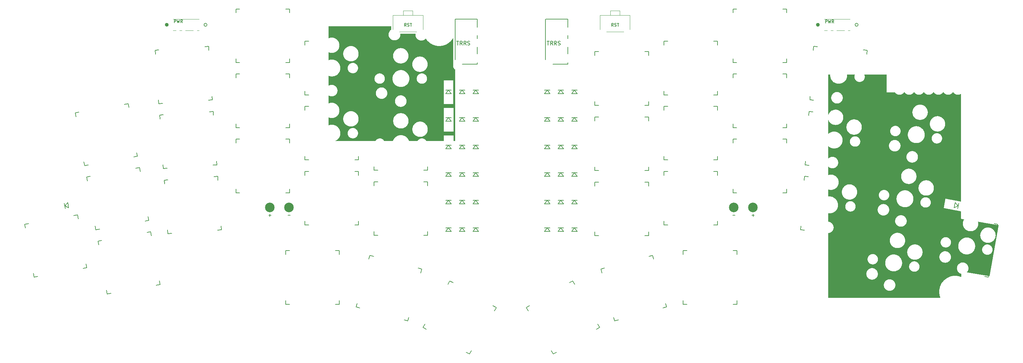
<source format=gto>
G04 #@! TF.GenerationSoftware,KiCad,Pcbnew,(6.0.10)*
G04 #@! TF.CreationDate,2023-03-21T20:34:56-04:00*
G04 #@! TF.ProjectId,totem_0_3,746f7465-6d5f-4305-9f33-2e6b69636164,0.3*
G04 #@! TF.SameCoordinates,Original*
G04 #@! TF.FileFunction,Legend,Top*
G04 #@! TF.FilePolarity,Positive*
%FSLAX46Y46*%
G04 Gerber Fmt 4.6, Leading zero omitted, Abs format (unit mm)*
G04 Created by KiCad (PCBNEW (6.0.10)) date 2023-03-21 20:34:56*
%MOMM*%
%LPD*%
G01*
G04 APERTURE LIST*
%ADD10C,0.150000*%
%ADD11C,0.000000*%
%ADD12C,0.475000*%
%ADD13C,0.120000*%
%ADD14C,2.500000*%
G04 APERTURE END LIST*
D10*
X70600000Y-51300000D02*
G75*
G03*
X70600000Y-51300000I-400000J0D01*
G01*
X213305500Y-101091000D02*
X212688500Y-101091000D01*
X91676000Y-101090000D02*
X92293000Y-101090000D01*
D11*
G36*
X105365591Y-79494617D02*
G01*
X105357072Y-79382693D01*
X105343042Y-79272390D01*
X105323642Y-79163848D01*
X105299010Y-79057205D01*
X105269284Y-78952599D01*
X105234604Y-78850171D01*
X105195108Y-78750058D01*
X105150936Y-78652400D01*
X105102226Y-78557335D01*
X105049117Y-78465003D01*
X104991749Y-78375542D01*
X104930259Y-78289091D01*
X104864787Y-78205790D01*
X104795471Y-78125776D01*
X104722451Y-78049189D01*
X104645866Y-77976167D01*
X104565854Y-77906850D01*
X104482554Y-77841377D01*
X104396105Y-77779886D01*
X104306645Y-77722516D01*
X104214315Y-77669406D01*
X104119252Y-77620695D01*
X104021596Y-77576522D01*
X103921486Y-77537025D01*
X103819059Y-77502345D01*
X103714456Y-77472618D01*
X103607815Y-77447985D01*
X103499274Y-77428585D01*
X103388974Y-77414555D01*
X103277052Y-77406035D01*
X103163648Y-77403165D01*
X103107593Y-77403865D01*
X103051885Y-77405955D01*
X102996538Y-77409420D01*
X102941568Y-77414244D01*
X102886991Y-77420411D01*
X102832823Y-77427907D01*
X102779078Y-77436715D01*
X102725772Y-77446820D01*
X102672921Y-77458207D01*
X102620541Y-77470860D01*
X102568646Y-77484764D01*
X102517252Y-77499903D01*
X102466375Y-77516261D01*
X102416030Y-77533824D01*
X102366233Y-77552575D01*
X102317000Y-77572499D01*
X102317000Y-75868584D01*
X106126917Y-75868584D01*
X106129522Y-75971471D01*
X106137250Y-76073013D01*
X106149977Y-76173083D01*
X106167576Y-76271556D01*
X106189921Y-76368305D01*
X106216887Y-76463205D01*
X106248347Y-76556130D01*
X106284176Y-76646953D01*
X106324247Y-76735550D01*
X106368435Y-76821792D01*
X106416613Y-76905556D01*
X106468657Y-76986715D01*
X106524439Y-77065142D01*
X106583833Y-77140713D01*
X106646715Y-77213300D01*
X106712957Y-77282779D01*
X106782434Y-77349023D01*
X106855020Y-77411905D01*
X106930589Y-77471301D01*
X107009015Y-77527084D01*
X107090172Y-77579128D01*
X107173934Y-77627308D01*
X107260175Y-77671497D01*
X107348770Y-77711569D01*
X107439591Y-77747398D01*
X107532514Y-77778859D01*
X107627412Y-77805826D01*
X107724160Y-77828171D01*
X107822631Y-77845771D01*
X107922699Y-77858498D01*
X108024239Y-77866226D01*
X108127124Y-77868830D01*
X108230009Y-77866226D01*
X108331549Y-77858498D01*
X108431617Y-77845771D01*
X108530088Y-77828171D01*
X108626835Y-77805826D01*
X108721734Y-77778859D01*
X108814656Y-77747398D01*
X108905478Y-77711569D01*
X108994073Y-77671497D01*
X109080314Y-77627308D01*
X109164076Y-77579128D01*
X109245233Y-77527084D01*
X109323659Y-77471301D01*
X109399228Y-77411905D01*
X109471814Y-77349023D01*
X109541291Y-77282779D01*
X109607534Y-77213300D01*
X109670415Y-77140713D01*
X109729810Y-77065142D01*
X109785592Y-76986715D01*
X109837635Y-76905556D01*
X109885813Y-76821792D01*
X109930001Y-76735550D01*
X109970072Y-76646953D01*
X110005901Y-76556130D01*
X110037361Y-76463205D01*
X110058968Y-76387166D01*
X119151192Y-76387166D01*
X119153796Y-76490053D01*
X119161525Y-76591595D01*
X119174252Y-76691665D01*
X119191850Y-76790138D01*
X119214196Y-76886887D01*
X119241161Y-76981787D01*
X119272622Y-77074712D01*
X119308451Y-77165536D01*
X119348522Y-77254132D01*
X119392710Y-77340375D01*
X119440888Y-77424139D01*
X119492931Y-77505298D01*
X119548713Y-77583725D01*
X119608108Y-77659296D01*
X119670989Y-77731884D01*
X119737232Y-77801362D01*
X119806709Y-77867606D01*
X119879295Y-77930488D01*
X119954864Y-77989884D01*
X120033290Y-78045667D01*
X120114447Y-78097712D01*
X120198209Y-78145891D01*
X120284450Y-78190080D01*
X120373044Y-78230152D01*
X120463866Y-78265982D01*
X120556789Y-78297443D01*
X120651687Y-78324409D01*
X120748434Y-78346755D01*
X120846905Y-78364354D01*
X120946973Y-78377081D01*
X121048513Y-78384810D01*
X121151398Y-78387414D01*
X121254283Y-78384810D01*
X121355823Y-78377081D01*
X121455891Y-78364354D01*
X121554362Y-78346755D01*
X121651110Y-78324409D01*
X121746008Y-78297443D01*
X121838931Y-78265982D01*
X121929752Y-78230152D01*
X122018346Y-78190080D01*
X122104588Y-78145891D01*
X122188350Y-78097712D01*
X122269507Y-78045667D01*
X122347933Y-77989884D01*
X122423502Y-77930488D01*
X122496088Y-77867606D01*
X122565565Y-77801362D01*
X122631807Y-77731884D01*
X122694689Y-77659296D01*
X122754083Y-77583725D01*
X122809865Y-77505298D01*
X122861908Y-77424139D01*
X122910087Y-77340375D01*
X122954275Y-77254132D01*
X122994346Y-77165536D01*
X123030175Y-77074712D01*
X123061635Y-76981787D01*
X123088601Y-76886887D01*
X123110946Y-76790138D01*
X123128545Y-76691665D01*
X123141272Y-76591595D01*
X123149000Y-76490053D01*
X123151604Y-76387166D01*
X123151606Y-76387166D01*
X123149002Y-76284279D01*
X123141274Y-76182737D01*
X123128547Y-76082667D01*
X123110948Y-75984194D01*
X123088603Y-75887445D01*
X123061637Y-75792545D01*
X123030176Y-75699620D01*
X122994348Y-75608797D01*
X122954276Y-75520201D01*
X122910088Y-75433958D01*
X122861910Y-75350194D01*
X122809866Y-75269035D01*
X122754084Y-75190608D01*
X122694690Y-75115037D01*
X122631808Y-75042450D01*
X122565566Y-74972971D01*
X122496089Y-74906728D01*
X122423503Y-74843845D01*
X122347934Y-74784449D01*
X122269508Y-74728666D01*
X122188350Y-74676622D01*
X122104588Y-74628442D01*
X122018347Y-74584253D01*
X121929752Y-74544181D01*
X121838931Y-74508352D01*
X121746008Y-74476891D01*
X121651110Y-74449925D01*
X121554362Y-74427579D01*
X121455891Y-74409979D01*
X121355823Y-74397252D01*
X121254283Y-74389524D01*
X121151398Y-74386920D01*
X121048513Y-74389524D01*
X120946973Y-74397252D01*
X120846905Y-74409979D01*
X120748434Y-74427579D01*
X120651686Y-74449925D01*
X120556788Y-74476891D01*
X120463865Y-74508352D01*
X120373044Y-74544181D01*
X120284449Y-74584253D01*
X120198208Y-74628442D01*
X120114446Y-74676622D01*
X120033289Y-74728666D01*
X119954863Y-74784449D01*
X119879294Y-74843845D01*
X119806708Y-74906728D01*
X119737231Y-74972971D01*
X119670989Y-75042450D01*
X119608107Y-75115037D01*
X119548713Y-75190608D01*
X119492931Y-75269035D01*
X119440888Y-75350194D01*
X119392709Y-75433958D01*
X119348521Y-75520201D01*
X119308450Y-75608797D01*
X119272622Y-75699620D01*
X119241161Y-75792545D01*
X119214196Y-75887445D01*
X119191850Y-75984194D01*
X119174251Y-76082667D01*
X119161525Y-76182737D01*
X119153796Y-76284279D01*
X119151192Y-76387166D01*
X110058968Y-76387166D01*
X110064327Y-76368305D01*
X110086673Y-76271556D01*
X110104272Y-76173083D01*
X110116998Y-76073013D01*
X110124727Y-75971471D01*
X110127331Y-75868584D01*
X110124727Y-75765697D01*
X110116998Y-75664155D01*
X110104272Y-75564085D01*
X110086673Y-75465612D01*
X110064327Y-75368863D01*
X110037361Y-75273963D01*
X110005901Y-75181038D01*
X109970072Y-75090214D01*
X109930001Y-75001618D01*
X109885813Y-74915375D01*
X109837635Y-74831611D01*
X109785592Y-74750452D01*
X109729810Y-74672025D01*
X109670415Y-74596454D01*
X109607534Y-74523867D01*
X109541291Y-74454388D01*
X109471814Y-74388144D01*
X109399228Y-74325262D01*
X109323659Y-74265866D01*
X109245233Y-74210083D01*
X109164076Y-74158039D01*
X109080314Y-74109859D01*
X108994073Y-74065670D01*
X108905478Y-74025598D01*
X108814656Y-73989769D01*
X108721734Y-73958308D01*
X108626835Y-73931341D01*
X108530088Y-73908995D01*
X108431617Y-73891396D01*
X108331549Y-73878669D01*
X108230009Y-73870941D01*
X108127124Y-73868336D01*
X108024239Y-73870941D01*
X107922699Y-73878669D01*
X107822631Y-73891396D01*
X107724160Y-73908995D01*
X107627413Y-73931341D01*
X107532514Y-73958308D01*
X107439592Y-73989769D01*
X107348770Y-74025598D01*
X107260176Y-74065670D01*
X107173934Y-74109859D01*
X107090172Y-74158039D01*
X107009015Y-74210083D01*
X106930589Y-74265866D01*
X106855020Y-74325262D01*
X106782434Y-74388144D01*
X106712957Y-74454388D01*
X106646715Y-74523867D01*
X106583833Y-74596454D01*
X106524439Y-74672025D01*
X106468657Y-74750452D01*
X106416614Y-74831611D01*
X106368435Y-74915375D01*
X106324247Y-75001618D01*
X106284176Y-75090214D01*
X106248347Y-75181038D01*
X106216887Y-75273963D01*
X106189921Y-75368863D01*
X106167576Y-75465612D01*
X106149977Y-75564085D01*
X106137250Y-75664155D01*
X106129522Y-75765697D01*
X106126917Y-75868584D01*
X102317000Y-75868584D01*
X102317000Y-75494641D01*
X102363628Y-75515186D01*
X102410897Y-75534480D01*
X102458787Y-75552513D01*
X102507275Y-75569275D01*
X102556343Y-75584755D01*
X102605968Y-75598944D01*
X102656131Y-75611830D01*
X102706811Y-75623404D01*
X102757987Y-75633654D01*
X102809638Y-75642572D01*
X102861744Y-75650146D01*
X102914284Y-75656366D01*
X102967237Y-75661222D01*
X103020583Y-75664703D01*
X103074302Y-75666799D01*
X103128371Y-75667500D01*
X103231256Y-75664896D01*
X103332796Y-75657168D01*
X103432864Y-75644441D01*
X103531335Y-75626841D01*
X103628083Y-75604495D01*
X103722981Y-75577529D01*
X103815904Y-75546068D01*
X103906725Y-75510239D01*
X103995320Y-75470167D01*
X104081561Y-75425978D01*
X104165323Y-75377798D01*
X104246480Y-75325754D01*
X104324906Y-75269971D01*
X104400475Y-75210575D01*
X104473061Y-75147692D01*
X104542538Y-75081449D01*
X104608781Y-75011970D01*
X104671662Y-74939383D01*
X104731057Y-74863812D01*
X104786839Y-74785385D01*
X104838882Y-74704226D01*
X104887060Y-74620462D01*
X104931248Y-74534219D01*
X104971320Y-74445623D01*
X105007148Y-74354800D01*
X105038609Y-74261875D01*
X105065574Y-74166975D01*
X105087920Y-74070226D01*
X105105519Y-73971753D01*
X105118245Y-73871683D01*
X105125974Y-73770141D01*
X105128578Y-73667254D01*
X105125974Y-73564367D01*
X105118245Y-73462825D01*
X105105519Y-73362755D01*
X105087920Y-73264282D01*
X105065574Y-73167533D01*
X105038609Y-73072632D01*
X105007148Y-72979708D01*
X104971320Y-72888884D01*
X104931248Y-72800288D01*
X104887060Y-72714045D01*
X104838882Y-72630281D01*
X104786839Y-72549122D01*
X104731057Y-72470695D01*
X104671662Y-72395124D01*
X104608781Y-72322536D01*
X104542538Y-72253058D01*
X104473061Y-72186814D01*
X104400475Y-72123932D01*
X104324906Y-72064536D01*
X104246480Y-72008753D01*
X104165323Y-71956708D01*
X104081561Y-71908529D01*
X103995320Y-71864340D01*
X103906725Y-71824268D01*
X103815904Y-71788438D01*
X103722981Y-71756977D01*
X103628083Y-71730011D01*
X103531335Y-71707665D01*
X103432864Y-71690066D01*
X103332796Y-71677339D01*
X103231256Y-71669610D01*
X103128371Y-71667006D01*
X103074302Y-71667746D01*
X103020583Y-71669948D01*
X102967237Y-71673587D01*
X102914284Y-71678637D01*
X102861744Y-71685071D01*
X102809638Y-71692865D01*
X102757987Y-71701992D01*
X102706811Y-71712426D01*
X102656131Y-71724142D01*
X102605968Y-71737114D01*
X102556343Y-71751315D01*
X102507275Y-71766721D01*
X102458786Y-71783305D01*
X102410897Y-71801041D01*
X102363628Y-71819904D01*
X102317000Y-71839867D01*
X102317000Y-71236617D01*
X119623902Y-71236617D01*
X119625860Y-71313868D01*
X119631671Y-71390114D01*
X119641241Y-71465261D01*
X119654473Y-71539214D01*
X119671274Y-71611877D01*
X119691548Y-71683156D01*
X119715200Y-71752956D01*
X119742135Y-71821181D01*
X119772259Y-71887737D01*
X119805476Y-71952529D01*
X119841692Y-72015463D01*
X119880811Y-72076442D01*
X119922739Y-72135372D01*
X119967380Y-72192158D01*
X120014640Y-72246705D01*
X120064424Y-72298919D01*
X120116637Y-72348704D01*
X120171183Y-72395965D01*
X120227968Y-72440607D01*
X120286897Y-72482535D01*
X120347875Y-72521655D01*
X120410807Y-72557872D01*
X120475597Y-72591090D01*
X120542152Y-72621214D01*
X120610377Y-72648150D01*
X120680175Y-72671802D01*
X120751452Y-72692077D01*
X120824114Y-72708878D01*
X120898065Y-72722110D01*
X120973210Y-72731680D01*
X121049455Y-72737491D01*
X121126704Y-72739449D01*
X121203953Y-72737491D01*
X121280198Y-72731680D01*
X121355343Y-72722110D01*
X121429294Y-72708877D01*
X121501956Y-72692077D01*
X121573233Y-72671802D01*
X121643031Y-72648150D01*
X121711255Y-72621214D01*
X121777810Y-72591089D01*
X121842601Y-72557871D01*
X121905533Y-72521655D01*
X121966511Y-72482535D01*
X122025440Y-72440606D01*
X122082225Y-72395964D01*
X122136771Y-72348703D01*
X122188983Y-72298918D01*
X122238767Y-72246705D01*
X122286027Y-72192157D01*
X122330669Y-72135371D01*
X122372596Y-72076441D01*
X122411716Y-72015462D01*
X122425470Y-71991561D01*
X132327155Y-71991561D01*
X134828295Y-71991561D01*
X134828295Y-65789735D01*
X132327155Y-65789735D01*
X132327155Y-71991561D01*
X122425470Y-71991561D01*
X122447931Y-71952529D01*
X122481149Y-71887736D01*
X122511272Y-71821180D01*
X122538208Y-71752955D01*
X122561860Y-71683155D01*
X122582134Y-71611876D01*
X122598935Y-71539213D01*
X122612167Y-71465261D01*
X122621736Y-71390114D01*
X122627548Y-71313868D01*
X122629506Y-71236617D01*
X122627548Y-71159366D01*
X122621736Y-71083120D01*
X122612167Y-71007973D01*
X122598935Y-70934021D01*
X122582134Y-70861358D01*
X122561860Y-70790079D01*
X122538208Y-70720280D01*
X122511273Y-70652055D01*
X122481149Y-70585498D01*
X122447932Y-70520706D01*
X122411716Y-70457773D01*
X122372597Y-70396794D01*
X122330669Y-70337864D01*
X122286028Y-70281078D01*
X122238768Y-70226531D01*
X122188984Y-70174317D01*
X122136772Y-70124532D01*
X122082226Y-70077271D01*
X122025441Y-70032629D01*
X121966512Y-69990701D01*
X121905534Y-69951581D01*
X121842602Y-69915364D01*
X121777811Y-69882146D01*
X121711256Y-69852022D01*
X121643032Y-69825086D01*
X121573234Y-69801433D01*
X121501956Y-69781159D01*
X121429294Y-69764358D01*
X121355343Y-69751125D01*
X121280198Y-69741556D01*
X121203953Y-69735744D01*
X121126704Y-69733786D01*
X121049455Y-69735744D01*
X120973210Y-69741556D01*
X120898065Y-69751125D01*
X120824114Y-69764358D01*
X120751452Y-69781159D01*
X120680175Y-69801433D01*
X120610377Y-69825086D01*
X120542152Y-69852022D01*
X120475597Y-69882146D01*
X120410807Y-69915364D01*
X120347875Y-69951580D01*
X120286897Y-69990700D01*
X120227968Y-70032629D01*
X120171183Y-70077271D01*
X120116637Y-70124532D01*
X120064424Y-70174316D01*
X120014640Y-70226530D01*
X119967380Y-70281077D01*
X119922739Y-70337863D01*
X119880811Y-70396793D01*
X119841692Y-70457772D01*
X119805476Y-70520705D01*
X119772259Y-70585497D01*
X119742135Y-70652054D01*
X119715200Y-70720279D01*
X119691548Y-70790079D01*
X119671274Y-70861357D01*
X119654473Y-70934021D01*
X119641241Y-71007973D01*
X119631671Y-71083120D01*
X119625860Y-71159366D01*
X119623902Y-71236617D01*
X102317000Y-71236617D01*
X102317000Y-69744370D01*
X102361768Y-69772103D01*
X102407425Y-69798383D01*
X102453950Y-69823164D01*
X102501322Y-69846400D01*
X102549521Y-69868045D01*
X102598527Y-69888051D01*
X102648318Y-69906373D01*
X102698873Y-69922964D01*
X102750173Y-69937777D01*
X102802197Y-69950766D01*
X102854923Y-69961884D01*
X102908331Y-69971085D01*
X102962400Y-69978322D01*
X103017111Y-69983549D01*
X103072441Y-69986719D01*
X103128371Y-69987786D01*
X103205620Y-69985828D01*
X103281865Y-69980017D01*
X103357010Y-69970447D01*
X103430961Y-69957214D01*
X103503623Y-69940413D01*
X103574900Y-69920139D01*
X103644698Y-69896487D01*
X103712922Y-69869551D01*
X103779477Y-69839426D01*
X103844268Y-69806209D01*
X103907200Y-69769992D01*
X103968178Y-69730872D01*
X104027107Y-69688944D01*
X104083892Y-69644302D01*
X104138438Y-69597041D01*
X104190650Y-69547256D01*
X104240434Y-69495043D01*
X104287694Y-69440495D01*
X104332335Y-69383709D01*
X104374263Y-69324779D01*
X104413382Y-69263800D01*
X104449598Y-69200867D01*
X104474804Y-69151702D01*
X114621622Y-69151702D01*
X114623580Y-69228642D01*
X114629391Y-69304617D01*
X114638960Y-69379531D01*
X114652193Y-69453285D01*
X114668993Y-69525784D01*
X114689267Y-69596930D01*
X114712919Y-69666627D01*
X114739855Y-69734777D01*
X114769979Y-69801284D01*
X114803196Y-69866051D01*
X114839412Y-69928980D01*
X114878531Y-69989976D01*
X114920458Y-70048941D01*
X114965100Y-70105778D01*
X115012360Y-70160390D01*
X115062143Y-70212681D01*
X115114356Y-70262553D01*
X115168902Y-70309910D01*
X115225687Y-70354654D01*
X115284616Y-70396690D01*
X115345594Y-70435919D01*
X115408526Y-70472246D01*
X115473317Y-70505573D01*
X115539872Y-70535802D01*
X115608096Y-70562839D01*
X115677894Y-70586585D01*
X115749172Y-70606943D01*
X115821833Y-70623818D01*
X115895784Y-70637111D01*
X115970930Y-70646726D01*
X116047174Y-70652566D01*
X116124424Y-70654534D01*
X116201673Y-70652576D01*
X116277918Y-70646764D01*
X116353063Y-70637195D01*
X116427014Y-70623962D01*
X116499676Y-70607162D01*
X116570953Y-70586887D01*
X116640751Y-70563235D01*
X116708975Y-70536299D01*
X116775530Y-70506174D01*
X116840321Y-70472956D01*
X116903253Y-70436740D01*
X116964231Y-70397620D01*
X117023160Y-70355692D01*
X117079945Y-70311049D01*
X117134491Y-70263788D01*
X117186704Y-70214004D01*
X117236487Y-70161790D01*
X117283747Y-70107243D01*
X117328389Y-70050457D01*
X117370317Y-69991527D01*
X117409436Y-69930548D01*
X117445651Y-69867614D01*
X117478869Y-69802822D01*
X117508992Y-69736266D01*
X117535928Y-69668040D01*
X117559580Y-69598241D01*
X117579854Y-69526962D01*
X117596654Y-69454298D01*
X117609887Y-69380346D01*
X117619456Y-69305199D01*
X117625267Y-69228953D01*
X117627225Y-69151702D01*
X117625267Y-69074461D01*
X117619456Y-68998245D01*
X117609887Y-68923146D01*
X117596654Y-68849258D01*
X117579854Y-68776675D01*
X117559580Y-68705490D01*
X117535928Y-68635797D01*
X117508992Y-68567691D01*
X117478869Y-68501263D01*
X117445651Y-68436609D01*
X117409436Y-68373822D01*
X117370317Y-68312995D01*
X117328389Y-68254222D01*
X117283747Y-68197598D01*
X117236487Y-68143214D01*
X117186704Y-68091166D01*
X117134491Y-68041546D01*
X117079945Y-67994449D01*
X117023160Y-67949968D01*
X116964231Y-67908197D01*
X116903253Y-67869229D01*
X116840321Y-67833159D01*
X116775530Y-67800079D01*
X116708975Y-67770083D01*
X116640751Y-67743266D01*
X116570953Y-67719720D01*
X116499676Y-67699540D01*
X116427014Y-67682819D01*
X116353063Y-67669651D01*
X116277918Y-67660129D01*
X116201673Y-67654347D01*
X116124424Y-67652399D01*
X116047174Y-67654357D01*
X115970930Y-67660167D01*
X115895784Y-67669735D01*
X115821833Y-67682964D01*
X115749172Y-67699758D01*
X115677894Y-67720022D01*
X115608096Y-67743661D01*
X115539872Y-67770579D01*
X115473317Y-67800680D01*
X115408526Y-67833869D01*
X115345594Y-67870050D01*
X115284616Y-67909127D01*
X115225687Y-67951005D01*
X115168902Y-67995588D01*
X115114356Y-68042781D01*
X115062143Y-68092488D01*
X115012360Y-68144614D01*
X114965100Y-68199062D01*
X114920458Y-68255738D01*
X114878531Y-68314545D01*
X114839412Y-68375388D01*
X114803196Y-68438172D01*
X114769979Y-68502801D01*
X114739855Y-68569178D01*
X114712919Y-68637210D01*
X114689267Y-68706799D01*
X114668993Y-68777851D01*
X114652193Y-68850270D01*
X114638960Y-68923960D01*
X114629391Y-68998826D01*
X114623580Y-69074771D01*
X114621622Y-69151702D01*
X104474804Y-69151702D01*
X104482815Y-69136075D01*
X104512939Y-69069519D01*
X104539874Y-69001293D01*
X104563526Y-68931494D01*
X104583800Y-68860215D01*
X104600601Y-68787552D01*
X104613833Y-68713599D01*
X104623403Y-68638452D01*
X104629214Y-68562206D01*
X104631172Y-68484956D01*
X104629214Y-68407705D01*
X104623403Y-68331459D01*
X104613833Y-68256312D01*
X104600601Y-68182360D01*
X104583800Y-68109697D01*
X104563526Y-68038418D01*
X104539874Y-67968618D01*
X104512939Y-67900393D01*
X104482815Y-67833837D01*
X104449598Y-67769044D01*
X104413382Y-67706111D01*
X104374263Y-67645132D01*
X104332335Y-67586202D01*
X104287694Y-67529416D01*
X104240434Y-67474868D01*
X104190650Y-67422655D01*
X104138438Y-67372870D01*
X104083892Y-67325609D01*
X104027107Y-67280967D01*
X103968178Y-67239038D01*
X103907200Y-67199918D01*
X103844268Y-67163702D01*
X103779477Y-67130484D01*
X103712922Y-67100360D01*
X103644698Y-67073424D01*
X103574900Y-67049771D01*
X103503623Y-67029497D01*
X103430961Y-67012696D01*
X103357010Y-66999463D01*
X103281865Y-66989894D01*
X103205620Y-66984082D01*
X103128371Y-66982124D01*
X103072402Y-66983191D01*
X103016966Y-66986362D01*
X102962098Y-66991589D01*
X102907835Y-66998826D01*
X102854212Y-67008027D01*
X102801266Y-67019145D01*
X102749034Y-67032134D01*
X102697551Y-67046947D01*
X102646853Y-67063537D01*
X102596977Y-67081859D01*
X102547958Y-67101866D01*
X102499834Y-67123510D01*
X102452640Y-67146746D01*
X102406412Y-67171528D01*
X102361186Y-67197808D01*
X102317000Y-67225540D01*
X102317000Y-65352291D01*
X114275906Y-65352291D01*
X114277670Y-65421657D01*
X114282902Y-65490132D01*
X114291518Y-65557628D01*
X114303432Y-65624060D01*
X114318557Y-65689343D01*
X114336808Y-65753390D01*
X114358099Y-65816116D01*
X114382344Y-65877433D01*
X114409456Y-65937258D01*
X114439351Y-65995503D01*
X114471942Y-66052083D01*
X114507143Y-66106911D01*
X114544868Y-66159903D01*
X114585032Y-66210971D01*
X114627549Y-66260031D01*
X114672332Y-66306995D01*
X114719296Y-66351779D01*
X114768354Y-66394296D01*
X114819422Y-66434461D01*
X114872412Y-66472187D01*
X114927239Y-66507389D01*
X114983818Y-66539981D01*
X115042062Y-66569876D01*
X115101885Y-66596989D01*
X115163201Y-66621235D01*
X115225925Y-66642526D01*
X115289971Y-66660777D01*
X115355253Y-66675903D01*
X115421684Y-66687817D01*
X115489179Y-66696433D01*
X115557652Y-66701666D01*
X115627017Y-66703429D01*
X115627018Y-66703428D01*
X115696383Y-66701665D01*
X115764856Y-66696432D01*
X115832351Y-66687816D01*
X115898782Y-66675902D01*
X115964063Y-66660776D01*
X116028109Y-66642525D01*
X116090833Y-66621234D01*
X116152149Y-66596988D01*
X116211972Y-66569875D01*
X116270216Y-66539980D01*
X116326794Y-66507388D01*
X116381622Y-66472186D01*
X116434612Y-66434460D01*
X116485679Y-66394295D01*
X116534738Y-66351778D01*
X116581702Y-66306994D01*
X116626484Y-66260029D01*
X116669001Y-66210970D01*
X116709165Y-66159901D01*
X116746890Y-66106910D01*
X116782091Y-66052081D01*
X116814682Y-65995502D01*
X116844577Y-65937257D01*
X116871689Y-65877432D01*
X116895934Y-65816115D01*
X116917224Y-65753389D01*
X116935475Y-65689343D01*
X116950601Y-65624060D01*
X116962514Y-65557628D01*
X116971130Y-65490131D01*
X116976363Y-65421657D01*
X116978126Y-65352291D01*
X116977857Y-65341708D01*
X118957167Y-65341708D01*
X118960038Y-65455114D01*
X118968557Y-65567039D01*
X118982587Y-65677341D01*
X119001987Y-65785884D01*
X119026619Y-65892527D01*
X119056345Y-65997133D01*
X119091025Y-66099561D01*
X119130521Y-66199674D01*
X119174693Y-66297332D01*
X119223403Y-66392397D01*
X119276512Y-66484729D01*
X119333880Y-66574190D01*
X119395370Y-66660641D01*
X119460842Y-66743942D01*
X119530158Y-66823956D01*
X119603178Y-66900544D01*
X119679763Y-66973565D01*
X119759775Y-67042882D01*
X119843075Y-67108355D01*
X119929525Y-67169846D01*
X120018984Y-67227216D01*
X120111314Y-67280326D01*
X120206376Y-67329037D01*
X120304033Y-67373210D01*
X120404143Y-67412706D01*
X120506570Y-67447387D01*
X120611173Y-67477113D01*
X120717814Y-67501746D01*
X120826354Y-67521147D01*
X120936654Y-67535176D01*
X121048576Y-67543696D01*
X121161980Y-67546567D01*
X121275384Y-67543696D01*
X121387306Y-67535176D01*
X121497607Y-67521147D01*
X121606147Y-67501746D01*
X121712788Y-67477113D01*
X121817392Y-67447387D01*
X121919818Y-67412706D01*
X122019929Y-67373210D01*
X122117585Y-67329037D01*
X122212647Y-67280326D01*
X122304978Y-67227216D01*
X122394437Y-67169846D01*
X122480886Y-67108355D01*
X122564186Y-67042882D01*
X122644198Y-66973565D01*
X122720784Y-66900544D01*
X122793803Y-66823956D01*
X122863119Y-66743942D01*
X122928591Y-66660641D01*
X122990081Y-66574190D01*
X123047449Y-66484729D01*
X123100558Y-66392397D01*
X123149268Y-66297332D01*
X123193440Y-66199674D01*
X123232936Y-66099561D01*
X123267616Y-65997133D01*
X123297341Y-65892527D01*
X123321974Y-65785884D01*
X123341374Y-65677341D01*
X123355403Y-65567039D01*
X123363923Y-65455114D01*
X123366525Y-65352291D01*
X125278807Y-65352291D01*
X125280571Y-65421657D01*
X125285803Y-65490131D01*
X125294419Y-65557628D01*
X125306333Y-65624060D01*
X125321458Y-65689343D01*
X125339709Y-65753390D01*
X125361000Y-65816115D01*
X125385245Y-65877433D01*
X125412357Y-65937257D01*
X125442252Y-65995502D01*
X125474843Y-66052082D01*
X125510044Y-66106910D01*
X125547770Y-66159902D01*
X125587934Y-66210970D01*
X125630450Y-66260030D01*
X125675233Y-66306995D01*
X125722197Y-66351779D01*
X125771256Y-66394296D01*
X125822323Y-66434461D01*
X125875313Y-66472187D01*
X125930141Y-66507389D01*
X125986719Y-66539981D01*
X126044963Y-66569876D01*
X126104786Y-66596989D01*
X126166103Y-66621234D01*
X126228827Y-66642526D01*
X126292873Y-66660777D01*
X126358154Y-66675903D01*
X126424585Y-66687816D01*
X126492080Y-66696433D01*
X126560553Y-66701666D01*
X126629918Y-66703429D01*
X126699283Y-66701666D01*
X126767756Y-66696433D01*
X126835251Y-66687817D01*
X126901682Y-66675903D01*
X126966963Y-66660777D01*
X127031008Y-66642526D01*
X127093733Y-66621235D01*
X127155049Y-66596989D01*
X127214872Y-66569876D01*
X127273116Y-66539981D01*
X127329695Y-66507389D01*
X127384522Y-66472187D01*
X127437512Y-66434461D01*
X127488580Y-66394296D01*
X127537638Y-66351779D01*
X127584602Y-66306995D01*
X127629385Y-66260031D01*
X127671902Y-66210971D01*
X127712066Y-66159903D01*
X127749791Y-66106911D01*
X127784992Y-66052083D01*
X127817583Y-65995503D01*
X127847478Y-65937258D01*
X127874591Y-65877433D01*
X127898835Y-65816116D01*
X127920126Y-65753390D01*
X127938377Y-65689343D01*
X127953502Y-65624060D01*
X127965416Y-65557628D01*
X127974032Y-65490132D01*
X127979265Y-65421657D01*
X127981028Y-65352291D01*
X127979265Y-65282925D01*
X127974032Y-65214450D01*
X127965416Y-65146954D01*
X127953502Y-65080521D01*
X127938377Y-65015239D01*
X127920126Y-64951192D01*
X127898835Y-64888467D01*
X127874591Y-64827149D01*
X127847478Y-64767325D01*
X127817583Y-64709080D01*
X127784992Y-64652500D01*
X127749791Y-64597671D01*
X127712066Y-64544680D01*
X127671902Y-64493611D01*
X127629385Y-64444552D01*
X127584602Y-64397587D01*
X127537638Y-64352803D01*
X127488580Y-64310286D01*
X127437512Y-64270121D01*
X127384522Y-64232395D01*
X127329695Y-64197193D01*
X127273116Y-64164602D01*
X127214872Y-64134706D01*
X127155049Y-64107593D01*
X127093733Y-64083348D01*
X127031008Y-64062057D01*
X126966963Y-64043806D01*
X126901682Y-64028680D01*
X126835251Y-64016766D01*
X126767756Y-64008150D01*
X126699283Y-64002917D01*
X126629918Y-64001154D01*
X126629918Y-64001155D01*
X126560553Y-64002918D01*
X126492080Y-64008151D01*
X126424585Y-64016767D01*
X126358154Y-64028681D01*
X126292873Y-64043807D01*
X126228827Y-64062058D01*
X126166103Y-64083349D01*
X126104786Y-64107594D01*
X126044963Y-64134707D01*
X125986719Y-64164603D01*
X125930141Y-64197194D01*
X125875313Y-64232396D01*
X125822323Y-64270122D01*
X125771256Y-64310287D01*
X125722197Y-64352804D01*
X125675233Y-64397588D01*
X125630450Y-64444553D01*
X125587934Y-64493612D01*
X125547770Y-64544681D01*
X125510044Y-64597672D01*
X125474843Y-64652501D01*
X125442252Y-64709080D01*
X125412357Y-64767325D01*
X125385245Y-64827149D01*
X125361000Y-64888467D01*
X125339709Y-64951192D01*
X125321458Y-65015239D01*
X125306333Y-65080522D01*
X125294419Y-65146954D01*
X125285803Y-65214450D01*
X125280571Y-65282925D01*
X125278807Y-65352291D01*
X123366525Y-65352291D01*
X123366793Y-65341708D01*
X123363923Y-65228301D01*
X123355403Y-65116377D01*
X123341374Y-65006075D01*
X123321974Y-64897532D01*
X123297341Y-64790889D01*
X123267616Y-64686284D01*
X123232936Y-64583855D01*
X123193440Y-64483742D01*
X123149268Y-64386084D01*
X123100558Y-64291020D01*
X123047449Y-64198688D01*
X122990081Y-64109227D01*
X122928591Y-64022776D01*
X122863119Y-63939474D01*
X122793803Y-63859460D01*
X122720784Y-63782873D01*
X122644198Y-63709852D01*
X122564186Y-63640535D01*
X122480886Y-63575062D01*
X122394437Y-63513571D01*
X122304978Y-63456201D01*
X122212647Y-63403091D01*
X122117585Y-63354380D01*
X122019929Y-63310207D01*
X121919818Y-63270711D01*
X121817392Y-63236030D01*
X121712788Y-63206304D01*
X121606147Y-63181671D01*
X121497607Y-63162270D01*
X121387306Y-63148240D01*
X121275384Y-63139721D01*
X121161980Y-63136850D01*
X121048576Y-63139721D01*
X120936654Y-63148240D01*
X120826354Y-63162270D01*
X120717814Y-63181671D01*
X120611173Y-63206304D01*
X120506570Y-63236030D01*
X120404143Y-63270711D01*
X120304033Y-63310207D01*
X120206376Y-63354380D01*
X120111314Y-63403091D01*
X120018984Y-63456201D01*
X119929525Y-63513571D01*
X119843075Y-63575062D01*
X119759775Y-63640535D01*
X119679763Y-63709852D01*
X119603178Y-63782873D01*
X119530158Y-63859460D01*
X119460842Y-63939474D01*
X119395370Y-64022776D01*
X119333880Y-64109227D01*
X119276512Y-64198688D01*
X119223403Y-64291020D01*
X119174693Y-64386084D01*
X119130521Y-64483742D01*
X119091025Y-64583855D01*
X119056345Y-64686284D01*
X119026619Y-64790889D01*
X119001987Y-64897532D01*
X118982587Y-65006075D01*
X118968557Y-65116377D01*
X118960038Y-65228301D01*
X118957167Y-65341708D01*
X116977857Y-65341708D01*
X116976363Y-65282925D01*
X116971130Y-65214450D01*
X116962514Y-65146954D01*
X116950600Y-65080522D01*
X116935475Y-65015239D01*
X116917224Y-64951192D01*
X116895933Y-64888467D01*
X116871689Y-64827149D01*
X116844576Y-64767325D01*
X116814681Y-64709080D01*
X116782090Y-64652500D01*
X116746889Y-64597672D01*
X116709164Y-64544680D01*
X116669000Y-64493612D01*
X116626484Y-64444552D01*
X116581701Y-64397588D01*
X116534737Y-64352804D01*
X116485678Y-64310286D01*
X116434611Y-64270122D01*
X116381621Y-64232395D01*
X116326793Y-64197194D01*
X116270215Y-64164602D01*
X116211971Y-64134707D01*
X116152148Y-64107593D01*
X116090831Y-64083348D01*
X116028107Y-64062057D01*
X115964062Y-64043806D01*
X115898780Y-64028680D01*
X115832349Y-64016766D01*
X115764854Y-64008150D01*
X115696382Y-64002917D01*
X115627017Y-64001154D01*
X115557652Y-64002917D01*
X115489179Y-64008150D01*
X115421684Y-64016766D01*
X115355253Y-64028680D01*
X115289971Y-64043806D01*
X115225925Y-64062057D01*
X115163201Y-64083348D01*
X115101885Y-64107593D01*
X115042062Y-64134706D01*
X114983818Y-64164602D01*
X114927239Y-64197193D01*
X114872412Y-64232395D01*
X114819422Y-64270121D01*
X114768354Y-64310286D01*
X114719296Y-64352803D01*
X114672332Y-64397587D01*
X114627549Y-64444552D01*
X114585032Y-64493611D01*
X114544868Y-64544680D01*
X114507143Y-64597671D01*
X114471942Y-64652500D01*
X114439351Y-64709080D01*
X114409456Y-64767325D01*
X114382344Y-64827149D01*
X114358099Y-64888467D01*
X114336808Y-64951192D01*
X114318557Y-65015239D01*
X114303432Y-65080521D01*
X114291518Y-65146954D01*
X114282902Y-65214450D01*
X114277670Y-65282925D01*
X114275906Y-65352291D01*
X102317000Y-65352291D01*
X102317000Y-64625571D01*
X102366233Y-64645495D01*
X102416030Y-64664246D01*
X102466375Y-64681808D01*
X102517252Y-64698166D01*
X102568646Y-64713305D01*
X102620541Y-64727208D01*
X102672921Y-64739861D01*
X102725772Y-64751248D01*
X102779078Y-64761353D01*
X102832823Y-64770161D01*
X102886991Y-64777657D01*
X102941568Y-64783824D01*
X102996538Y-64788648D01*
X103051885Y-64792113D01*
X103107593Y-64794203D01*
X103163648Y-64794903D01*
X103277052Y-64792033D01*
X103388974Y-64783513D01*
X103499274Y-64769484D01*
X103607815Y-64750083D01*
X103714456Y-64725450D01*
X103819059Y-64695724D01*
X103921486Y-64661043D01*
X104021596Y-64621547D01*
X104119252Y-64577374D01*
X104214315Y-64528663D01*
X104306645Y-64475553D01*
X104396105Y-64418183D01*
X104482554Y-64356692D01*
X104565854Y-64291219D01*
X104645866Y-64221902D01*
X104722451Y-64148880D01*
X104795471Y-64072293D01*
X104864787Y-63992280D01*
X104930259Y-63908978D01*
X104991749Y-63822527D01*
X105049117Y-63733066D01*
X105102226Y-63640734D01*
X105150936Y-63545669D01*
X105195108Y-63448011D01*
X105234604Y-63347898D01*
X105269284Y-63245470D01*
X105299010Y-63140865D01*
X105323642Y-63034221D01*
X105343042Y-62925679D01*
X105357072Y-62815376D01*
X105365591Y-62703452D01*
X105368104Y-62604154D01*
X107276948Y-62604154D01*
X107278711Y-62673521D01*
X107283944Y-62741995D01*
X107292560Y-62809491D01*
X107304474Y-62875924D01*
X107319599Y-62941207D01*
X107337850Y-63005254D01*
X107359141Y-63067979D01*
X107383386Y-63129297D01*
X107410498Y-63189121D01*
X107440393Y-63247366D01*
X107472984Y-63303946D01*
X107508185Y-63358774D01*
X107545910Y-63411766D01*
X107586074Y-63462834D01*
X107628591Y-63511894D01*
X107673374Y-63558858D01*
X107720337Y-63603642D01*
X107769396Y-63646159D01*
X107820463Y-63686324D01*
X107873453Y-63724050D01*
X107928281Y-63759252D01*
X107984859Y-63791844D01*
X108043103Y-63821739D01*
X108102926Y-63848852D01*
X108164243Y-63873097D01*
X108226967Y-63894388D01*
X108291012Y-63912640D01*
X108356294Y-63927765D01*
X108422725Y-63939679D01*
X108490220Y-63948295D01*
X108558693Y-63953528D01*
X108628058Y-63955291D01*
X108697423Y-63953528D01*
X108765896Y-63948295D01*
X108833391Y-63939679D01*
X108899822Y-63927765D01*
X108965103Y-63912640D01*
X109029148Y-63894388D01*
X109091873Y-63873097D01*
X109153189Y-63848852D01*
X109213012Y-63821739D01*
X109271256Y-63791843D01*
X109327835Y-63759252D01*
X109382662Y-63724050D01*
X109435652Y-63686324D01*
X109486720Y-63646159D01*
X109535778Y-63603642D01*
X109582742Y-63558858D01*
X109627525Y-63511893D01*
X109670041Y-63462834D01*
X109710205Y-63411765D01*
X109747931Y-63358774D01*
X109783132Y-63303945D01*
X109815723Y-63247366D01*
X109845618Y-63189121D01*
X109872730Y-63129296D01*
X109896975Y-63067979D01*
X109918266Y-63005253D01*
X109936516Y-62941206D01*
X109951642Y-62875924D01*
X109963556Y-62809491D01*
X109972172Y-62741995D01*
X109977404Y-62673521D01*
X109979168Y-62604154D01*
X109977404Y-62534788D01*
X109972172Y-62466314D01*
X109963556Y-62398817D01*
X109951642Y-62332385D01*
X109936516Y-62267102D01*
X109918266Y-62203055D01*
X109896975Y-62140330D01*
X109872730Y-62079012D01*
X109845618Y-62019188D01*
X109815723Y-61960943D01*
X109783132Y-61904363D01*
X109747931Y-61849535D01*
X109710205Y-61796543D01*
X109670041Y-61745475D01*
X109627525Y-61696416D01*
X109582742Y-61649451D01*
X109535778Y-61604667D01*
X109533011Y-61602268D01*
X124128777Y-61602268D01*
X124131381Y-61705155D01*
X124139110Y-61806697D01*
X124151836Y-61906767D01*
X124169435Y-62005240D01*
X124191781Y-62101990D01*
X124218746Y-62196890D01*
X124250207Y-62289815D01*
X124286035Y-62380638D01*
X124326107Y-62469234D01*
X124370295Y-62555477D01*
X124418473Y-62639241D01*
X124470516Y-62720400D01*
X124526298Y-62798828D01*
X124585693Y-62874398D01*
X124648574Y-62946986D01*
X124714817Y-63016464D01*
X124784294Y-63082708D01*
X124856880Y-63145591D01*
X124932449Y-63204986D01*
X125010875Y-63260770D01*
X125092032Y-63312814D01*
X125175794Y-63360993D01*
X125262036Y-63405182D01*
X125350630Y-63445254D01*
X125441452Y-63481084D01*
X125534375Y-63512545D01*
X125629273Y-63539511D01*
X125726020Y-63561857D01*
X125824491Y-63579456D01*
X125924560Y-63592183D01*
X126026100Y-63599912D01*
X126128985Y-63602516D01*
X126231870Y-63599912D01*
X126333410Y-63592183D01*
X126433479Y-63579456D01*
X126531949Y-63561857D01*
X126628697Y-63539511D01*
X126723595Y-63512545D01*
X126816518Y-63481084D01*
X126907340Y-63445254D01*
X126995934Y-63405182D01*
X127082175Y-63360993D01*
X127165937Y-63312814D01*
X127247094Y-63260770D01*
X127325520Y-63204986D01*
X127401089Y-63145591D01*
X127473675Y-63082708D01*
X127543152Y-63016464D01*
X127609395Y-62946986D01*
X127672276Y-62874398D01*
X127731671Y-62798828D01*
X127787452Y-62720400D01*
X127839496Y-62639241D01*
X127887674Y-62555477D01*
X127931862Y-62469234D01*
X127971933Y-62380638D01*
X128007762Y-62289815D01*
X128039222Y-62196890D01*
X128066188Y-62101990D01*
X128088533Y-62005240D01*
X128106132Y-61906767D01*
X128118859Y-61806697D01*
X128126587Y-61705155D01*
X128129191Y-61602268D01*
X128126587Y-61499381D01*
X128118859Y-61397839D01*
X128106132Y-61297769D01*
X128088533Y-61199296D01*
X128066187Y-61102546D01*
X128039222Y-61007646D01*
X128007762Y-60914721D01*
X127971933Y-60823898D01*
X127931861Y-60735302D01*
X127887674Y-60649059D01*
X127839495Y-60565295D01*
X127787452Y-60484136D01*
X127731670Y-60405709D01*
X127672275Y-60330138D01*
X127609394Y-60257551D01*
X127543152Y-60188072D01*
X127473675Y-60121828D01*
X127401088Y-60058946D01*
X127325520Y-59999550D01*
X127247094Y-59943767D01*
X127165937Y-59891723D01*
X127082175Y-59843543D01*
X126995933Y-59799354D01*
X126907339Y-59759282D01*
X126816517Y-59723453D01*
X126723594Y-59691992D01*
X126628696Y-59665025D01*
X126531949Y-59642680D01*
X126433478Y-59625080D01*
X126333410Y-59612353D01*
X126231870Y-59604625D01*
X126128985Y-59602021D01*
X126026100Y-59604625D01*
X125924560Y-59612353D01*
X125824492Y-59625080D01*
X125726021Y-59642680D01*
X125629274Y-59665025D01*
X125534376Y-59691992D01*
X125441453Y-59723453D01*
X125350631Y-59759282D01*
X125262037Y-59799354D01*
X125175796Y-59843543D01*
X125092033Y-59891723D01*
X125010877Y-59943767D01*
X124932450Y-59999550D01*
X124856882Y-60058946D01*
X124784296Y-60121828D01*
X124714818Y-60188072D01*
X124648576Y-60257551D01*
X124585695Y-60330138D01*
X124526300Y-60405709D01*
X124470518Y-60484136D01*
X124418475Y-60565295D01*
X124370296Y-60649059D01*
X124326109Y-60735302D01*
X124286037Y-60823898D01*
X124250209Y-60914721D01*
X124218748Y-61007646D01*
X124191783Y-61102546D01*
X124169437Y-61199296D01*
X124151838Y-61297769D01*
X124139112Y-61397839D01*
X124131383Y-61499381D01*
X124128779Y-61602268D01*
X124128777Y-61602268D01*
X109533011Y-61602268D01*
X109486720Y-61562150D01*
X109435652Y-61521985D01*
X109382662Y-61484259D01*
X109327835Y-61449057D01*
X109271256Y-61416465D01*
X109213012Y-61386570D01*
X109153189Y-61359457D01*
X109091873Y-61335212D01*
X109029148Y-61313920D01*
X108965103Y-61295669D01*
X108899822Y-61280543D01*
X108833391Y-61268630D01*
X108765896Y-61260013D01*
X108697423Y-61254781D01*
X108628058Y-61253017D01*
X108558693Y-61254781D01*
X108490220Y-61260013D01*
X108422725Y-61268630D01*
X108356294Y-61280543D01*
X108291012Y-61295669D01*
X108226967Y-61313920D01*
X108164243Y-61335212D01*
X108102926Y-61359457D01*
X108043103Y-61386570D01*
X107984859Y-61416465D01*
X107928281Y-61449057D01*
X107873453Y-61484259D01*
X107820463Y-61521985D01*
X107769396Y-61562150D01*
X107720337Y-61604667D01*
X107673373Y-61649451D01*
X107628590Y-61696416D01*
X107586074Y-61745475D01*
X107545910Y-61796543D01*
X107508185Y-61849535D01*
X107472984Y-61904363D01*
X107440393Y-61960943D01*
X107410498Y-62019188D01*
X107383385Y-62079012D01*
X107359141Y-62140330D01*
X107337850Y-62203055D01*
X107319599Y-62267102D01*
X107304474Y-62332385D01*
X107292560Y-62398817D01*
X107283944Y-62466314D01*
X107278711Y-62534788D01*
X107276948Y-62604154D01*
X105368104Y-62604154D01*
X105368462Y-62590046D01*
X105365591Y-62476639D01*
X105357072Y-62364715D01*
X105343042Y-62254412D01*
X105323642Y-62145870D01*
X105299010Y-62039226D01*
X105269284Y-61934621D01*
X105234604Y-61832192D01*
X105195108Y-61732080D01*
X105150936Y-61634421D01*
X105102226Y-61539357D01*
X105049117Y-61447025D01*
X104991749Y-61357564D01*
X104930259Y-61271113D01*
X104864787Y-61187811D01*
X104795471Y-61107797D01*
X104722451Y-61031210D01*
X104645866Y-60958189D01*
X104565854Y-60888872D01*
X104482554Y-60823398D01*
X104396105Y-60761907D01*
X104306645Y-60704538D01*
X104214315Y-60651428D01*
X104119252Y-60602717D01*
X104021596Y-60558544D01*
X103921486Y-60519047D01*
X103819059Y-60484367D01*
X103714456Y-60454640D01*
X103607815Y-60430007D01*
X103499274Y-60410607D01*
X103388974Y-60396577D01*
X103277052Y-60388058D01*
X103163648Y-60385187D01*
X103107593Y-60385887D01*
X103051885Y-60387977D01*
X102996538Y-60391442D01*
X102941568Y-60396266D01*
X102886991Y-60402434D01*
X102832823Y-60409929D01*
X102779078Y-60418738D01*
X102725772Y-60428843D01*
X102672921Y-60440230D01*
X102620541Y-60452883D01*
X102568646Y-60466786D01*
X102517252Y-60481925D01*
X102466375Y-60498283D01*
X102416030Y-60515845D01*
X102366233Y-60534596D01*
X102317000Y-60554519D01*
X102317000Y-58854131D01*
X106126917Y-58854131D01*
X106129522Y-58957019D01*
X106137250Y-59058561D01*
X106149977Y-59158631D01*
X106167576Y-59257104D01*
X106189921Y-59353854D01*
X106216887Y-59448754D01*
X106248347Y-59541678D01*
X106284176Y-59632502D01*
X106324247Y-59721098D01*
X106368435Y-59807341D01*
X106416613Y-59891105D01*
X106468657Y-59972264D01*
X106524439Y-60050691D01*
X106583833Y-60126262D01*
X106646715Y-60198849D01*
X106712957Y-60268328D01*
X106782434Y-60334572D01*
X106855020Y-60397454D01*
X106930589Y-60456850D01*
X107009015Y-60512633D01*
X107090172Y-60564677D01*
X107173934Y-60612857D01*
X107260175Y-60657046D01*
X107348770Y-60697118D01*
X107439591Y-60732947D01*
X107532514Y-60764408D01*
X107627412Y-60791375D01*
X107724160Y-60813721D01*
X107822631Y-60831320D01*
X107922699Y-60844047D01*
X108024239Y-60851775D01*
X108127124Y-60854379D01*
X108230009Y-60851775D01*
X108331549Y-60844047D01*
X108431617Y-60831320D01*
X108530088Y-60813721D01*
X108626835Y-60791375D01*
X108721734Y-60764408D01*
X108814656Y-60732947D01*
X108905478Y-60697118D01*
X108994073Y-60657046D01*
X109080314Y-60612857D01*
X109164076Y-60564677D01*
X109245233Y-60512633D01*
X109323659Y-60456850D01*
X109399228Y-60397454D01*
X109471814Y-60334572D01*
X109541291Y-60268328D01*
X109607534Y-60198849D01*
X109670415Y-60126262D01*
X109729810Y-60050691D01*
X109785592Y-59972264D01*
X109837635Y-59891105D01*
X109885813Y-59807341D01*
X109930001Y-59721098D01*
X109970072Y-59632502D01*
X110005901Y-59541678D01*
X110037361Y-59448754D01*
X110050949Y-59400936D01*
X119126498Y-59400936D01*
X119129102Y-59503824D01*
X119136830Y-59605365D01*
X119149557Y-59705436D01*
X119167156Y-59803909D01*
X119189501Y-59900658D01*
X119216467Y-59995558D01*
X119247927Y-60088483D01*
X119283756Y-60179307D01*
X119323827Y-60267903D01*
X119368015Y-60354146D01*
X119416194Y-60437910D01*
X119468237Y-60519068D01*
X119524019Y-60597496D01*
X119583413Y-60673066D01*
X119646295Y-60745654D01*
X119712537Y-60815132D01*
X119782014Y-60881376D01*
X119854600Y-60944259D01*
X119930169Y-61003655D01*
X120008595Y-61059438D01*
X120089752Y-61111482D01*
X120173514Y-61159661D01*
X120259756Y-61203850D01*
X120348350Y-61243922D01*
X120439172Y-61279752D01*
X120532094Y-61311213D01*
X120626993Y-61338179D01*
X120723740Y-61360525D01*
X120822211Y-61378124D01*
X120922279Y-61390851D01*
X121023819Y-61398580D01*
X121126704Y-61401184D01*
X121229589Y-61398580D01*
X121331129Y-61390851D01*
X121431197Y-61378124D01*
X121529668Y-61360525D01*
X121626415Y-61338179D01*
X121721313Y-61311213D01*
X121814236Y-61279752D01*
X121905058Y-61243922D01*
X121993652Y-61203850D01*
X122079893Y-61159661D01*
X122163655Y-61111482D01*
X122244812Y-61059438D01*
X122323238Y-61003655D01*
X122398807Y-60944259D01*
X122471393Y-60881376D01*
X122540871Y-60815132D01*
X122607113Y-60745654D01*
X122669994Y-60673066D01*
X122729389Y-60597496D01*
X122785171Y-60519068D01*
X122837214Y-60437910D01*
X122885392Y-60354146D01*
X122929580Y-60267903D01*
X122969652Y-60179307D01*
X123005480Y-60088483D01*
X123036940Y-59995558D01*
X123063906Y-59900658D01*
X123086252Y-59803909D01*
X123103851Y-59705436D01*
X123116577Y-59605365D01*
X123124306Y-59503824D01*
X123126910Y-59400936D01*
X123124306Y-59298049D01*
X123116577Y-59196507D01*
X123103851Y-59096437D01*
X123086252Y-58997964D01*
X123063906Y-58901214D01*
X123036940Y-58806314D01*
X123005480Y-58713389D01*
X122969652Y-58622566D01*
X122929580Y-58533970D01*
X122885392Y-58447727D01*
X122837214Y-58363963D01*
X122785171Y-58282804D01*
X122729389Y-58204376D01*
X122669994Y-58128806D01*
X122607113Y-58056218D01*
X122540871Y-57986740D01*
X122471393Y-57920496D01*
X122398807Y-57857613D01*
X122323238Y-57798218D01*
X122244812Y-57742435D01*
X122163655Y-57690390D01*
X122079893Y-57642211D01*
X121993652Y-57598022D01*
X121905058Y-57557950D01*
X121814236Y-57522120D01*
X121721313Y-57490660D01*
X121626415Y-57463693D01*
X121529668Y-57441347D01*
X121431197Y-57423748D01*
X121331129Y-57411021D01*
X121229589Y-57403292D01*
X121126704Y-57400688D01*
X121023819Y-57403292D01*
X120922279Y-57411021D01*
X120822211Y-57423748D01*
X120723740Y-57441347D01*
X120626993Y-57463693D01*
X120532094Y-57490660D01*
X120439172Y-57522120D01*
X120348350Y-57557950D01*
X120259756Y-57598022D01*
X120173514Y-57642211D01*
X120089752Y-57690390D01*
X120008595Y-57742435D01*
X119930169Y-57798218D01*
X119854600Y-57857613D01*
X119782014Y-57920496D01*
X119712537Y-57986740D01*
X119646295Y-58056218D01*
X119583413Y-58128806D01*
X119524019Y-58204376D01*
X119468237Y-58282804D01*
X119416194Y-58363963D01*
X119368015Y-58447727D01*
X119323827Y-58533970D01*
X119283756Y-58622566D01*
X119247927Y-58713389D01*
X119216467Y-58806314D01*
X119189501Y-58901214D01*
X119167156Y-58997964D01*
X119149557Y-59096437D01*
X119136830Y-59196507D01*
X119129102Y-59298049D01*
X119126498Y-59400936D01*
X110050949Y-59400936D01*
X110064327Y-59353854D01*
X110086673Y-59257104D01*
X110104272Y-59158631D01*
X110116998Y-59058561D01*
X110124727Y-58957019D01*
X110127331Y-58854131D01*
X110124727Y-58751244D01*
X110116998Y-58649702D01*
X110104272Y-58549632D01*
X110086673Y-58451159D01*
X110064327Y-58354410D01*
X110037361Y-58259510D01*
X110005901Y-58166585D01*
X109970072Y-58075761D01*
X109930001Y-57987165D01*
X109885813Y-57900922D01*
X109837635Y-57817158D01*
X109785592Y-57735999D01*
X109729810Y-57657572D01*
X109670415Y-57582001D01*
X109607534Y-57509414D01*
X109541291Y-57439935D01*
X109471814Y-57373692D01*
X109399228Y-57310809D01*
X109323659Y-57251413D01*
X109245233Y-57195630D01*
X109164076Y-57143586D01*
X109080314Y-57095406D01*
X108994073Y-57051218D01*
X108905478Y-57011146D01*
X108814656Y-56975316D01*
X108721734Y-56943855D01*
X108626835Y-56916889D01*
X108530088Y-56894543D01*
X108431617Y-56876944D01*
X108331549Y-56864217D01*
X108230009Y-56856488D01*
X108127124Y-56853884D01*
X108024239Y-56856488D01*
X107922699Y-56864217D01*
X107822631Y-56876944D01*
X107724160Y-56894543D01*
X107627413Y-56916889D01*
X107532514Y-56943855D01*
X107439592Y-56975316D01*
X107348770Y-57011146D01*
X107260176Y-57051218D01*
X107173934Y-57095406D01*
X107090172Y-57143586D01*
X107009015Y-57195630D01*
X106930589Y-57251413D01*
X106855020Y-57310809D01*
X106782434Y-57373692D01*
X106712957Y-57439935D01*
X106646715Y-57509414D01*
X106583833Y-57582001D01*
X106524439Y-57657572D01*
X106468657Y-57735999D01*
X106416614Y-57817158D01*
X106368435Y-57900922D01*
X106324247Y-57987165D01*
X106284176Y-58075761D01*
X106248347Y-58166585D01*
X106216887Y-58259510D01*
X106189921Y-58354410D01*
X106167576Y-58451159D01*
X106149977Y-58549632D01*
X106137250Y-58649702D01*
X106129522Y-58751244D01*
X106126917Y-58854131D01*
X102317000Y-58854131D01*
X102317000Y-58476661D01*
X102363628Y-58497206D01*
X102410897Y-58516500D01*
X102458787Y-58534534D01*
X102507275Y-58551296D01*
X102556343Y-58566776D01*
X102605968Y-58580965D01*
X102656131Y-58593851D01*
X102706811Y-58605425D01*
X102757987Y-58615676D01*
X102809638Y-58624593D01*
X102861744Y-58632167D01*
X102914284Y-58638388D01*
X102967237Y-58643243D01*
X103020583Y-58646725D01*
X103074302Y-58648821D01*
X103128371Y-58649522D01*
X103231256Y-58646918D01*
X103332796Y-58639189D01*
X103432864Y-58626462D01*
X103531335Y-58608863D01*
X103628083Y-58586517D01*
X103722981Y-58559551D01*
X103815904Y-58528090D01*
X103906725Y-58492261D01*
X103995320Y-58452188D01*
X104081561Y-58408000D01*
X104165323Y-58359820D01*
X104246480Y-58307776D01*
X104324906Y-58251993D01*
X104400475Y-58192597D01*
X104473061Y-58129714D01*
X104542538Y-58063471D01*
X104608781Y-57993992D01*
X104671662Y-57921405D01*
X104731057Y-57845834D01*
X104786839Y-57767407D01*
X104838882Y-57686248D01*
X104887060Y-57602484D01*
X104931248Y-57516241D01*
X104971320Y-57427645D01*
X105007148Y-57336821D01*
X105038609Y-57243896D01*
X105065574Y-57148996D01*
X105087920Y-57052247D01*
X105105519Y-56953774D01*
X105118245Y-56853704D01*
X105125974Y-56752162D01*
X105128578Y-56649275D01*
X105125974Y-56546387D01*
X105118245Y-56444845D01*
X105105519Y-56344775D01*
X105087920Y-56246302D01*
X105065574Y-56149553D01*
X105038609Y-56054652D01*
X105007148Y-55961728D01*
X104971320Y-55870904D01*
X104931248Y-55782308D01*
X104887060Y-55696065D01*
X104838882Y-55612301D01*
X104786839Y-55531142D01*
X104731057Y-55452715D01*
X104671662Y-55377144D01*
X104608781Y-55304557D01*
X104542538Y-55235078D01*
X104473061Y-55168834D01*
X104400475Y-55105952D01*
X104324906Y-55046556D01*
X104246480Y-54990773D01*
X104165323Y-54938729D01*
X104081561Y-54890549D01*
X103995320Y-54846360D01*
X103906725Y-54806288D01*
X103815904Y-54770459D01*
X103722981Y-54738998D01*
X103628083Y-54712031D01*
X103531335Y-54689686D01*
X103432864Y-54672086D01*
X103332796Y-54659359D01*
X103231256Y-54651631D01*
X103128371Y-54649027D01*
X103074302Y-54649766D01*
X103020583Y-54651969D01*
X102967237Y-54655608D01*
X102914284Y-54660657D01*
X102861744Y-54667092D01*
X102809638Y-54674886D01*
X102757987Y-54684012D01*
X102706811Y-54694447D01*
X102656131Y-54706163D01*
X102605968Y-54719134D01*
X102556343Y-54733336D01*
X102507275Y-54748741D01*
X102458786Y-54765325D01*
X102410897Y-54783061D01*
X102363628Y-54801924D01*
X102317000Y-54821888D01*
X102317000Y-51661000D01*
X118600871Y-51661000D01*
X118600871Y-52560582D01*
X118529051Y-52615498D01*
X118460555Y-52674305D01*
X118395562Y-52736843D01*
X118334253Y-52802951D01*
X118276810Y-52872471D01*
X118223413Y-52945241D01*
X118174243Y-53021101D01*
X118129481Y-53099891D01*
X118089308Y-53181451D01*
X118053904Y-53265620D01*
X118023451Y-53352239D01*
X117998129Y-53441148D01*
X117978120Y-53532185D01*
X117963603Y-53625191D01*
X117958462Y-53672383D01*
X117954761Y-53720006D01*
X117952524Y-53768042D01*
X117951773Y-53816470D01*
X117953793Y-53896025D01*
X117959786Y-53974551D01*
X117969656Y-54051951D01*
X117983302Y-54128126D01*
X118000628Y-54202979D01*
X118021535Y-54276410D01*
X118045925Y-54348322D01*
X118073699Y-54418617D01*
X118104761Y-54487195D01*
X118139010Y-54553960D01*
X118176350Y-54618813D01*
X118216682Y-54681656D01*
X118259907Y-54742391D01*
X118305928Y-54800918D01*
X118354647Y-54857141D01*
X118405965Y-54910961D01*
X118459784Y-54962280D01*
X118516006Y-55011000D01*
X118574532Y-55057022D01*
X118635265Y-55100249D01*
X118698107Y-55140581D01*
X118762959Y-55177922D01*
X118829722Y-55212172D01*
X118898300Y-55243234D01*
X118968593Y-55271009D01*
X119040503Y-55295399D01*
X119113933Y-55316307D01*
X119188784Y-55333633D01*
X119264957Y-55347280D01*
X119342356Y-55357149D01*
X119420880Y-55363143D01*
X119500434Y-55365162D01*
X119579987Y-55363143D01*
X119658512Y-55357149D01*
X119735910Y-55347280D01*
X119812083Y-55333633D01*
X119886934Y-55316307D01*
X119960364Y-55295399D01*
X120032275Y-55271009D01*
X120102567Y-55243234D01*
X120171145Y-55212172D01*
X120237909Y-55177922D01*
X120302760Y-55140581D01*
X120365602Y-55100249D01*
X120426335Y-55057022D01*
X120484861Y-55011000D01*
X120541083Y-54962280D01*
X120594902Y-54910961D01*
X120646220Y-54857141D01*
X120694939Y-54800918D01*
X120740960Y-54742391D01*
X120784185Y-54681656D01*
X120824517Y-54618813D01*
X120861857Y-54553960D01*
X120896106Y-54487195D01*
X120927168Y-54418617D01*
X120954942Y-54348322D01*
X120979332Y-54276410D01*
X121000239Y-54202979D01*
X121017565Y-54128126D01*
X121031212Y-54051951D01*
X121041081Y-53974551D01*
X121047074Y-53896025D01*
X121049094Y-53816470D01*
X121048618Y-53791334D01*
X121047275Y-53766199D01*
X121045188Y-53741064D01*
X121042480Y-53715928D01*
X121039276Y-53690793D01*
X121035700Y-53665657D01*
X121027928Y-53615387D01*
X124971900Y-53615387D01*
X124966787Y-53645820D01*
X124962088Y-53676296D01*
X124957885Y-53706854D01*
X124954261Y-53737536D01*
X124951298Y-53768383D01*
X124949079Y-53799437D01*
X124947688Y-53830739D01*
X124947205Y-53862331D01*
X124949225Y-53941886D01*
X124955218Y-54020412D01*
X124965087Y-54097812D01*
X124978734Y-54173987D01*
X124996060Y-54248840D01*
X125016967Y-54322271D01*
X125041357Y-54394183D01*
X125069131Y-54464478D01*
X125100193Y-54533056D01*
X125134442Y-54599821D01*
X125171782Y-54664674D01*
X125212114Y-54727517D01*
X125255339Y-54788252D01*
X125301360Y-54846779D01*
X125350079Y-54903002D01*
X125401397Y-54956822D01*
X125455216Y-55008141D01*
X125511438Y-55056861D01*
X125569964Y-55102883D01*
X125630697Y-55146109D01*
X125693539Y-55186442D01*
X125758390Y-55223783D01*
X125825154Y-55258033D01*
X125893732Y-55289094D01*
X125964024Y-55316870D01*
X126035935Y-55341260D01*
X126109365Y-55362167D01*
X126184215Y-55379494D01*
X126260389Y-55393141D01*
X126337787Y-55403010D01*
X126416312Y-55409003D01*
X126495865Y-55411023D01*
X126583198Y-55408526D01*
X126669171Y-55401136D01*
X126753667Y-55389001D01*
X126836565Y-55372273D01*
X126917748Y-55351100D01*
X126997097Y-55325633D01*
X127074492Y-55296022D01*
X127149815Y-55262416D01*
X127222946Y-55224965D01*
X127293768Y-55183819D01*
X127362161Y-55139129D01*
X127428006Y-55091043D01*
X127491185Y-55039712D01*
X127551579Y-54985285D01*
X127609068Y-54927913D01*
X127663535Y-54867746D01*
X127807137Y-55085348D01*
X127963720Y-55293256D01*
X128132705Y-55490870D01*
X128313514Y-55677591D01*
X128505567Y-55852818D01*
X128708285Y-56015954D01*
X128921091Y-56166397D01*
X129031096Y-56236672D01*
X129143405Y-56303550D01*
X129257947Y-56366955D01*
X129374649Y-56426812D01*
X129493438Y-56483047D01*
X129614243Y-56535584D01*
X129736991Y-56584349D01*
X129861609Y-56629266D01*
X129988026Y-56670261D01*
X130116169Y-56707259D01*
X130245965Y-56740186D01*
X130377343Y-56768965D01*
X130510229Y-56793522D01*
X130644553Y-56813782D01*
X130780240Y-56829670D01*
X130917219Y-56841112D01*
X131055418Y-56848032D01*
X131194764Y-56850355D01*
X131473256Y-56840542D01*
X131748586Y-56811536D01*
X132019906Y-56763988D01*
X132286368Y-56698550D01*
X132547125Y-56615873D01*
X132801330Y-56516608D01*
X133048135Y-56401406D01*
X133286692Y-56270918D01*
X133516155Y-56125795D01*
X133735675Y-55966689D01*
X133944405Y-55794250D01*
X134141498Y-55609130D01*
X134326107Y-55411979D01*
X134497383Y-55203449D01*
X134654480Y-54984192D01*
X134796549Y-54754857D01*
X134796549Y-61944460D01*
X134796431Y-61950414D01*
X134796095Y-61956373D01*
X134795572Y-61962343D01*
X134794895Y-61968328D01*
X134793200Y-61980365D01*
X134791257Y-61992526D01*
X134789313Y-62004852D01*
X134787618Y-62017386D01*
X134786941Y-62023743D01*
X134786419Y-62030167D01*
X134786083Y-62036663D01*
X134785964Y-62043237D01*
X134788256Y-62113458D01*
X134795045Y-62182495D01*
X134806194Y-62250240D01*
X134821572Y-62316585D01*
X134841041Y-62381421D01*
X134864469Y-62444639D01*
X134891721Y-62506131D01*
X134922662Y-62565789D01*
X134957159Y-62623504D01*
X134995077Y-62679167D01*
X135036281Y-62732670D01*
X135080638Y-62783905D01*
X135128012Y-62832762D01*
X135178270Y-62879134D01*
X135231276Y-62922912D01*
X135286898Y-62963987D01*
X135290427Y-62960458D01*
X135290427Y-81668242D01*
X134852992Y-81668242D01*
X134852992Y-80193633D01*
X132351851Y-80193633D01*
X132351851Y-81668242D01*
X127818755Y-81668242D01*
X127796342Y-81630595D01*
X127772776Y-81593739D01*
X127748083Y-81557701D01*
X127722287Y-81522508D01*
X127695413Y-81488185D01*
X127667488Y-81454759D01*
X127638535Y-81422257D01*
X127608580Y-81390705D01*
X127577649Y-81360130D01*
X127545766Y-81330558D01*
X127512957Y-81302016D01*
X127479247Y-81274530D01*
X127444661Y-81248126D01*
X127409224Y-81222832D01*
X127372962Y-81198673D01*
X127335899Y-81175676D01*
X127298062Y-81153868D01*
X127259474Y-81133275D01*
X127220162Y-81113923D01*
X127180150Y-81095840D01*
X127139464Y-81079051D01*
X127098128Y-81063583D01*
X127056169Y-81049462D01*
X127013611Y-81036715D01*
X126970479Y-81025369D01*
X126926799Y-81015450D01*
X126882596Y-81006984D01*
X126837894Y-80999998D01*
X126792720Y-80994518D01*
X126747098Y-80990571D01*
X126701054Y-80988183D01*
X126654612Y-80987382D01*
X126562126Y-80990571D01*
X126471330Y-80999998D01*
X126382425Y-81015450D01*
X126295613Y-81036715D01*
X126211095Y-81063583D01*
X126129073Y-81095840D01*
X126049749Y-81133275D01*
X125973324Y-81175676D01*
X125900000Y-81222832D01*
X125829977Y-81274530D01*
X125763458Y-81330558D01*
X125700644Y-81390705D01*
X125641737Y-81454759D01*
X125586938Y-81522508D01*
X125536448Y-81593739D01*
X125490470Y-81668242D01*
X123292712Y-81668242D01*
X123264644Y-81585293D01*
X123233405Y-81503845D01*
X123199069Y-81423972D01*
X123161711Y-81345747D01*
X123121405Y-81269246D01*
X123078225Y-81194543D01*
X123032246Y-81121712D01*
X122983541Y-81050826D01*
X122932186Y-80981962D01*
X122878254Y-80915192D01*
X122821819Y-80850592D01*
X122762957Y-80788234D01*
X122701740Y-80728195D01*
X122638244Y-80670547D01*
X122572543Y-80615366D01*
X122504711Y-80562725D01*
X122434822Y-80512699D01*
X122362951Y-80465362D01*
X122289171Y-80420789D01*
X122213558Y-80379053D01*
X122136186Y-80340229D01*
X122057128Y-80304392D01*
X121976459Y-80271615D01*
X121894253Y-80241972D01*
X121810585Y-80215539D01*
X121725529Y-80192390D01*
X121639159Y-80172598D01*
X121551549Y-80156238D01*
X121462775Y-80143384D01*
X121372909Y-80134111D01*
X121282026Y-80128492D01*
X121190201Y-80126603D01*
X121098376Y-80128492D01*
X121007494Y-80134111D01*
X120917628Y-80143384D01*
X120828853Y-80156237D01*
X120654874Y-80192389D01*
X120486150Y-80241972D01*
X120323275Y-80304391D01*
X120166845Y-80379052D01*
X120017452Y-80465361D01*
X119875692Y-80562724D01*
X119742159Y-80670546D01*
X119617447Y-80788233D01*
X119502150Y-80915190D01*
X119396862Y-81050825D01*
X119302178Y-81194541D01*
X119218693Y-81345746D01*
X119146999Y-81503844D01*
X119087693Y-81668242D01*
X116822907Y-81668242D01*
X116800494Y-81630595D01*
X116776929Y-81593739D01*
X116752236Y-81557701D01*
X116726440Y-81522508D01*
X116699566Y-81488185D01*
X116671641Y-81454759D01*
X116642688Y-81422257D01*
X116612733Y-81390705D01*
X116581802Y-81360130D01*
X116549919Y-81330558D01*
X116517110Y-81302016D01*
X116483400Y-81274530D01*
X116448814Y-81248126D01*
X116413378Y-81222832D01*
X116377115Y-81198673D01*
X116340053Y-81175676D01*
X116302215Y-81153868D01*
X116263628Y-81133275D01*
X116224315Y-81113923D01*
X116184304Y-81095840D01*
X116143617Y-81079051D01*
X116102282Y-81063583D01*
X116060322Y-81049462D01*
X116017764Y-81036715D01*
X115974632Y-81025369D01*
X115930952Y-81015450D01*
X115886749Y-81006984D01*
X115842047Y-80999998D01*
X115796873Y-80994518D01*
X115751251Y-80990571D01*
X115705207Y-80988183D01*
X115658765Y-80987382D01*
X115566279Y-80990571D01*
X115475483Y-80999998D01*
X115386579Y-81015450D01*
X115299767Y-81036715D01*
X115215249Y-81063583D01*
X115133228Y-81095840D01*
X115053904Y-81133275D01*
X114977478Y-81175676D01*
X114904154Y-81222832D01*
X114834131Y-81274530D01*
X114767612Y-81330558D01*
X114704798Y-81390705D01*
X114645891Y-81454759D01*
X114591092Y-81522508D01*
X114540603Y-81593739D01*
X114494625Y-81668242D01*
X103946798Y-81668242D01*
X104023814Y-81637071D01*
X104099381Y-81603131D01*
X104173431Y-81566484D01*
X104245902Y-81527193D01*
X104316726Y-81485321D01*
X104385839Y-81440930D01*
X104453176Y-81394084D01*
X104518672Y-81344844D01*
X104582260Y-81293273D01*
X104643876Y-81239435D01*
X104703456Y-81183392D01*
X104760932Y-81125205D01*
X104816241Y-81064939D01*
X104869317Y-81002656D01*
X104920094Y-80938418D01*
X104968509Y-80872287D01*
X105014494Y-80804328D01*
X105057985Y-80734602D01*
X105098917Y-80663172D01*
X105137225Y-80590100D01*
X105172843Y-80515450D01*
X105205706Y-80439284D01*
X105235749Y-80361664D01*
X105262906Y-80282654D01*
X105287113Y-80202315D01*
X105308304Y-80120711D01*
X105326414Y-80037905D01*
X105341377Y-79953958D01*
X105353129Y-79868934D01*
X105361604Y-79782895D01*
X105366736Y-79695904D01*
X105368254Y-79618605D01*
X107276948Y-79618605D01*
X107278711Y-79687972D01*
X107283944Y-79756446D01*
X107292560Y-79823943D01*
X107304474Y-79890375D01*
X107319599Y-79955658D01*
X107337850Y-80019705D01*
X107359141Y-80082431D01*
X107383386Y-80143749D01*
X107410498Y-80203573D01*
X107440393Y-80261818D01*
X107472984Y-80318398D01*
X107508185Y-80373226D01*
X107545910Y-80426218D01*
X107586074Y-80477286D01*
X107628591Y-80526346D01*
X107673374Y-80573311D01*
X107720337Y-80618095D01*
X107769396Y-80660612D01*
X107820463Y-80700777D01*
X107873453Y-80738503D01*
X107928281Y-80773705D01*
X107984859Y-80806296D01*
X108043103Y-80836192D01*
X108102926Y-80863305D01*
X108164243Y-80887550D01*
X108226967Y-80908841D01*
X108291012Y-80927092D01*
X108356294Y-80942218D01*
X108422725Y-80954132D01*
X108490220Y-80962748D01*
X108558693Y-80967981D01*
X108628058Y-80969744D01*
X108697423Y-80967981D01*
X108765896Y-80962748D01*
X108833391Y-80954132D01*
X108899822Y-80942218D01*
X108965103Y-80927092D01*
X109029148Y-80908841D01*
X109091873Y-80887550D01*
X109153189Y-80863305D01*
X109213012Y-80836192D01*
X109271256Y-80806296D01*
X109327835Y-80773705D01*
X109382662Y-80738503D01*
X109435652Y-80700777D01*
X109486720Y-80660612D01*
X109535778Y-80618095D01*
X109582742Y-80573311D01*
X109627525Y-80526346D01*
X109670041Y-80477286D01*
X109710205Y-80426218D01*
X109747931Y-80373226D01*
X109783132Y-80318398D01*
X109815723Y-80261818D01*
X109845618Y-80203573D01*
X109872730Y-80143749D01*
X109896975Y-80082431D01*
X109918266Y-80019705D01*
X109936516Y-79955658D01*
X109951642Y-79890375D01*
X109963556Y-79823943D01*
X109972172Y-79756446D01*
X109977404Y-79687972D01*
X109979168Y-79618605D01*
X109977404Y-79549239D01*
X109972172Y-79480765D01*
X109963556Y-79413268D01*
X109951642Y-79346836D01*
X109936516Y-79281553D01*
X109918266Y-79217506D01*
X109896975Y-79154781D01*
X109872730Y-79093463D01*
X109845618Y-79033639D01*
X109815723Y-78975394D01*
X109783132Y-78918814D01*
X109747931Y-78863986D01*
X109710205Y-78810994D01*
X109670041Y-78759926D01*
X109627525Y-78710866D01*
X109582742Y-78663902D01*
X109535778Y-78619118D01*
X109500445Y-78588496D01*
X124153473Y-78588496D01*
X124156078Y-78691383D01*
X124163806Y-78792925D01*
X124176533Y-78892995D01*
X124194132Y-78991468D01*
X124216477Y-79088218D01*
X124243443Y-79183118D01*
X124274903Y-79276042D01*
X124310732Y-79366866D01*
X124350803Y-79455462D01*
X124394991Y-79541705D01*
X124443169Y-79625469D01*
X124495213Y-79706628D01*
X124550994Y-79785055D01*
X124610389Y-79860626D01*
X124673271Y-79933214D01*
X124739513Y-80002692D01*
X124808990Y-80068936D01*
X124881576Y-80131819D01*
X124957145Y-80191215D01*
X125035571Y-80246998D01*
X125116728Y-80299042D01*
X125200490Y-80347221D01*
X125286731Y-80391410D01*
X125375326Y-80431482D01*
X125466147Y-80467312D01*
X125559070Y-80498773D01*
X125653968Y-80525739D01*
X125750716Y-80548085D01*
X125849186Y-80565684D01*
X125949255Y-80578411D01*
X126050794Y-80586140D01*
X126153680Y-80588744D01*
X126256565Y-80586140D01*
X126358104Y-80578411D01*
X126458173Y-80565684D01*
X126556643Y-80548085D01*
X126653391Y-80525739D01*
X126748289Y-80498773D01*
X126841212Y-80467312D01*
X126932033Y-80431482D01*
X127020628Y-80391410D01*
X127106869Y-80347221D01*
X127190631Y-80299042D01*
X127271788Y-80246998D01*
X127350214Y-80191215D01*
X127425783Y-80131819D01*
X127498369Y-80068936D01*
X127567846Y-80002692D01*
X127634088Y-79933214D01*
X127696970Y-79860626D01*
X127756364Y-79785055D01*
X127812146Y-79706628D01*
X127864190Y-79625469D01*
X127912368Y-79541705D01*
X127956556Y-79455462D01*
X127996627Y-79366866D01*
X128032456Y-79276042D01*
X128060995Y-79191746D01*
X132351851Y-79191746D01*
X134852988Y-79191746D01*
X134852988Y-72989918D01*
X132351851Y-72989918D01*
X132351851Y-79191746D01*
X128060995Y-79191746D01*
X128063916Y-79183118D01*
X128090882Y-79088218D01*
X128113227Y-78991468D01*
X128130826Y-78892995D01*
X128143553Y-78792925D01*
X128151281Y-78691383D01*
X128153885Y-78588496D01*
X128151281Y-78485609D01*
X128143553Y-78384067D01*
X128130826Y-78283997D01*
X128113227Y-78185524D01*
X128090882Y-78088775D01*
X128063916Y-77993875D01*
X128032456Y-77900950D01*
X127996627Y-77810127D01*
X127956556Y-77721531D01*
X127912368Y-77635288D01*
X127864190Y-77551524D01*
X127812146Y-77470365D01*
X127756364Y-77391938D01*
X127696970Y-77316367D01*
X127634088Y-77243780D01*
X127567846Y-77174301D01*
X127498369Y-77108058D01*
X127425783Y-77045175D01*
X127350214Y-76985779D01*
X127271788Y-76929996D01*
X127190631Y-76877952D01*
X127106869Y-76829772D01*
X127020628Y-76785584D01*
X126932033Y-76745512D01*
X126841212Y-76709682D01*
X126748289Y-76678221D01*
X126653391Y-76651255D01*
X126556643Y-76628909D01*
X126458173Y-76611309D01*
X126358104Y-76598583D01*
X126256565Y-76590854D01*
X126153680Y-76588250D01*
X126050794Y-76590854D01*
X125949255Y-76598583D01*
X125849186Y-76611309D01*
X125750716Y-76628909D01*
X125653968Y-76651255D01*
X125559070Y-76678221D01*
X125466147Y-76709682D01*
X125375326Y-76745512D01*
X125286731Y-76785584D01*
X125200490Y-76829772D01*
X125116728Y-76877952D01*
X125035571Y-76929996D01*
X124957145Y-76985779D01*
X124881576Y-77045175D01*
X124808990Y-77108058D01*
X124739513Y-77174301D01*
X124673271Y-77243780D01*
X124610389Y-77316367D01*
X124550994Y-77391938D01*
X124495213Y-77470365D01*
X124443169Y-77551524D01*
X124394991Y-77635288D01*
X124350803Y-77721531D01*
X124310732Y-77810127D01*
X124274903Y-77900950D01*
X124243443Y-77993875D01*
X124216477Y-78088775D01*
X124194132Y-78185524D01*
X124176533Y-78283997D01*
X124163806Y-78384067D01*
X124156078Y-78485609D01*
X124153473Y-78588496D01*
X109500445Y-78588496D01*
X109486720Y-78576601D01*
X109435652Y-78536436D01*
X109382662Y-78498710D01*
X109327835Y-78463508D01*
X109271256Y-78430916D01*
X109213012Y-78401021D01*
X109153189Y-78373908D01*
X109091873Y-78349663D01*
X109029148Y-78328371D01*
X108965103Y-78310120D01*
X108899822Y-78294994D01*
X108833391Y-78283081D01*
X108765896Y-78274464D01*
X108697423Y-78269231D01*
X108628058Y-78267468D01*
X108558693Y-78269231D01*
X108490220Y-78274464D01*
X108422725Y-78283081D01*
X108356294Y-78294994D01*
X108291012Y-78310120D01*
X108226967Y-78328371D01*
X108164243Y-78349663D01*
X108102926Y-78373908D01*
X108043103Y-78401021D01*
X107984859Y-78430916D01*
X107928281Y-78463508D01*
X107873453Y-78498710D01*
X107820463Y-78536436D01*
X107769396Y-78576601D01*
X107720337Y-78619118D01*
X107673373Y-78663902D01*
X107628590Y-78710866D01*
X107586074Y-78759926D01*
X107545910Y-78810994D01*
X107508185Y-78863986D01*
X107472984Y-78918814D01*
X107440393Y-78975394D01*
X107410498Y-79033639D01*
X107383385Y-79093463D01*
X107359141Y-79154781D01*
X107337850Y-79217506D01*
X107319599Y-79281553D01*
X107304474Y-79346836D01*
X107292560Y-79413268D01*
X107283944Y-79480765D01*
X107278711Y-79549239D01*
X107276948Y-79618605D01*
X105368254Y-79618605D01*
X105368462Y-79608023D01*
X105365591Y-79494617D01*
G37*
G36*
X102320970Y-81645453D02*
G01*
X102324944Y-81647213D01*
X102328929Y-81648849D01*
X102332930Y-81650382D01*
X102340998Y-81653221D01*
X102349190Y-81655894D01*
X102357548Y-81658568D01*
X102366112Y-81661407D01*
X102374925Y-81664576D01*
X102379437Y-81666337D01*
X102384026Y-81668242D01*
X102317000Y-81668242D01*
X102317000Y-81643548D01*
X102320970Y-81645453D01*
G37*
G36*
X232694493Y-105713470D02*
G01*
X232761358Y-105703364D01*
X232827288Y-105690347D01*
X232892210Y-105674484D01*
X232956050Y-105655838D01*
X233018732Y-105634473D01*
X233080184Y-105610454D01*
X233140329Y-105583844D01*
X233199096Y-105554706D01*
X233256408Y-105523106D01*
X233312191Y-105489106D01*
X233366372Y-105452771D01*
X233418876Y-105414166D01*
X233469629Y-105373353D01*
X233518557Y-105330397D01*
X233565585Y-105285361D01*
X233610638Y-105238310D01*
X233653644Y-105189308D01*
X233694527Y-105138418D01*
X233733213Y-105085705D01*
X233769628Y-105031232D01*
X233803697Y-104975063D01*
X233835347Y-104917263D01*
X233864503Y-104857895D01*
X233891091Y-104797023D01*
X233915036Y-104734712D01*
X233936264Y-104671025D01*
X233954701Y-104606025D01*
X233970273Y-104539778D01*
X233982905Y-104472346D01*
X233992523Y-104403795D01*
X233999053Y-104334187D01*
X234002395Y-104257784D01*
X234001896Y-104182101D01*
X233997641Y-104107235D01*
X233989717Y-104033285D01*
X233978208Y-103960351D01*
X233963203Y-103888532D01*
X233944785Y-103817925D01*
X233923042Y-103748631D01*
X233898058Y-103680747D01*
X233869920Y-103614373D01*
X233838714Y-103549607D01*
X233804526Y-103486549D01*
X233767442Y-103425297D01*
X233727546Y-103365950D01*
X233684927Y-103308606D01*
X233639668Y-103253365D01*
X233591857Y-103200326D01*
X233541579Y-103149587D01*
X233488920Y-103101246D01*
X233433965Y-103055404D01*
X233376802Y-103012159D01*
X233317515Y-102971609D01*
X233256191Y-102933853D01*
X233192916Y-102898991D01*
X233127775Y-102867121D01*
X233060854Y-102838341D01*
X232992240Y-102812752D01*
X232922018Y-102790450D01*
X232850274Y-102771537D01*
X232777093Y-102756109D01*
X232702563Y-102744266D01*
X232626769Y-102736108D01*
X232626769Y-102508773D01*
X250059034Y-102508773D01*
X250059176Y-102583771D01*
X250063060Y-102658123D01*
X250070607Y-102731719D01*
X250081741Y-102804449D01*
X250096383Y-102876204D01*
X250114456Y-102946874D01*
X250135883Y-103016349D01*
X250160587Y-103084519D01*
X250188489Y-103151274D01*
X250219512Y-103216505D01*
X250253579Y-103280102D01*
X250290613Y-103341954D01*
X250330535Y-103401953D01*
X250373267Y-103459988D01*
X250418734Y-103515949D01*
X250466857Y-103569728D01*
X250517558Y-103621213D01*
X250570761Y-103670295D01*
X250626387Y-103716864D01*
X250684359Y-103760811D01*
X250744599Y-103802025D01*
X250807030Y-103840397D01*
X250871575Y-103875817D01*
X250938156Y-103908176D01*
X251006696Y-103937362D01*
X251077116Y-103963267D01*
X251149340Y-103985781D01*
X251223290Y-104004794D01*
X251298888Y-104020196D01*
X251331954Y-104025307D01*
X251364979Y-104030006D01*
X251397921Y-104034209D01*
X251430739Y-104037834D01*
X251463391Y-104040798D01*
X251495835Y-104043017D01*
X251528030Y-104044410D01*
X251559935Y-104044892D01*
X251626821Y-104043392D01*
X251693154Y-104038930D01*
X251758854Y-104031561D01*
X251823845Y-104021341D01*
X251888047Y-104008326D01*
X251951384Y-103992570D01*
X252013776Y-103974129D01*
X252075145Y-103953059D01*
X252135414Y-103929416D01*
X252194504Y-103903255D01*
X252252337Y-103874632D01*
X252308835Y-103843602D01*
X252363919Y-103810220D01*
X252417512Y-103774543D01*
X252469536Y-103736625D01*
X252519911Y-103696523D01*
X252568561Y-103654292D01*
X252615407Y-103609988D01*
X252660370Y-103563665D01*
X252703373Y-103515380D01*
X252744338Y-103465188D01*
X252783186Y-103413145D01*
X252819839Y-103359306D01*
X252854219Y-103303727D01*
X252886248Y-103246463D01*
X252915848Y-103187570D01*
X252942940Y-103127104D01*
X252967447Y-103065119D01*
X252989289Y-103001673D01*
X253008390Y-102936819D01*
X253024671Y-102870614D01*
X253038054Y-102803113D01*
X253049600Y-102726836D01*
X253057172Y-102650876D01*
X253060847Y-102575342D01*
X253060704Y-102500345D01*
X253056820Y-102425993D01*
X253049272Y-102352397D01*
X253038137Y-102279667D01*
X253023494Y-102207912D01*
X253005420Y-102137242D01*
X252983992Y-102067767D01*
X252959288Y-101999597D01*
X252931385Y-101932842D01*
X252900361Y-101867611D01*
X252866294Y-101804014D01*
X252829260Y-101742162D01*
X252789338Y-101682163D01*
X252746604Y-101624128D01*
X252701137Y-101568167D01*
X252653015Y-101514389D01*
X252602313Y-101462904D01*
X252549110Y-101413822D01*
X252493484Y-101367253D01*
X252435512Y-101323306D01*
X252375272Y-101282092D01*
X252312840Y-101243720D01*
X252248295Y-101208300D01*
X252181714Y-101175942D01*
X252113175Y-101146756D01*
X252042754Y-101120851D01*
X251970530Y-101098338D01*
X251896581Y-101079325D01*
X251820982Y-101063924D01*
X251744708Y-101052376D01*
X251668749Y-101044803D01*
X251593218Y-101041126D01*
X251518222Y-101041268D01*
X251443872Y-101045151D01*
X251370278Y-101052698D01*
X251297549Y-101063832D01*
X251225796Y-101078474D01*
X251155128Y-101096548D01*
X251085655Y-101117975D01*
X251017487Y-101142679D01*
X250950733Y-101170582D01*
X250885504Y-101201605D01*
X250821909Y-101235673D01*
X250760058Y-101272707D01*
X250700060Y-101312630D01*
X250642027Y-101355363D01*
X250586067Y-101400831D01*
X250532290Y-101448954D01*
X250480806Y-101499657D01*
X250431726Y-101552860D01*
X250385157Y-101608487D01*
X250341212Y-101666460D01*
X250299998Y-101726702D01*
X250261627Y-101789135D01*
X250226208Y-101853681D01*
X250193850Y-101920263D01*
X250164664Y-101988804D01*
X250138759Y-102059226D01*
X250116246Y-102131451D01*
X250097233Y-102205403D01*
X250081832Y-102281003D01*
X250070285Y-102357279D01*
X250062711Y-102433239D01*
X250059034Y-102508773D01*
X232626769Y-102508773D01*
X232626769Y-100531247D01*
X232669101Y-100537035D01*
X232711434Y-100543154D01*
X232732602Y-100546027D01*
X232753770Y-100548611D01*
X232774940Y-100550782D01*
X232796111Y-100552415D01*
X232835239Y-100555004D01*
X232873711Y-100557265D01*
X232892907Y-100558168D01*
X232912186Y-100558865D01*
X232931630Y-100559313D01*
X232951323Y-100559472D01*
X233058269Y-100556886D01*
X233164051Y-100549205D01*
X233268538Y-100536540D01*
X233371601Y-100519006D01*
X233473108Y-100496714D01*
X233572930Y-100469779D01*
X233670935Y-100438314D01*
X233766993Y-100402430D01*
X233860974Y-100362242D01*
X233952747Y-100317862D01*
X234042182Y-100269404D01*
X234129148Y-100216980D01*
X234213515Y-100160704D01*
X234295152Y-100100688D01*
X234373929Y-100037046D01*
X234449715Y-99969891D01*
X234522380Y-99899335D01*
X234591794Y-99825492D01*
X234657825Y-99748475D01*
X234720344Y-99668397D01*
X234779220Y-99585370D01*
X234834322Y-99499509D01*
X234885520Y-99410925D01*
X234932684Y-99319733D01*
X234975682Y-99226044D01*
X235014386Y-99129973D01*
X235048663Y-99031632D01*
X235078384Y-98931134D01*
X235103417Y-98828592D01*
X235123634Y-98724120D01*
X235124981Y-98714736D01*
X237047522Y-98714736D01*
X237047815Y-98781718D01*
X237051354Y-98848256D01*
X237058107Y-98914251D01*
X237068044Y-98979605D01*
X237081133Y-99044220D01*
X237097344Y-99107998D01*
X237116644Y-99170841D01*
X237139004Y-99232650D01*
X237164392Y-99293327D01*
X237192777Y-99352775D01*
X237224128Y-99410894D01*
X237258414Y-99467588D01*
X237295603Y-99522757D01*
X237335665Y-99576303D01*
X237378569Y-99628129D01*
X237423947Y-99677813D01*
X237471386Y-99724964D01*
X237520799Y-99769531D01*
X237572099Y-99811464D01*
X237625196Y-99850708D01*
X237680004Y-99887214D01*
X237736435Y-99920929D01*
X237794400Y-99951802D01*
X237853812Y-99979781D01*
X237914583Y-100004814D01*
X237976625Y-100026850D01*
X238039850Y-100045838D01*
X238104170Y-100061724D01*
X238169498Y-100074459D01*
X238235745Y-100083989D01*
X238302825Y-100090264D01*
X238398070Y-100090264D01*
X238458747Y-100088904D01*
X238519026Y-100084842D01*
X238578840Y-100078102D01*
X238638121Y-100068711D01*
X238696802Y-100056696D01*
X238754817Y-100042081D01*
X238812098Y-100024892D01*
X238868579Y-100005156D01*
X238924191Y-99982898D01*
X238978868Y-99958144D01*
X239032543Y-99930920D01*
X239085149Y-99901252D01*
X239136618Y-99869165D01*
X239186884Y-99834686D01*
X239235880Y-99797840D01*
X239283538Y-99758652D01*
X239333218Y-99713275D01*
X239380366Y-99665835D01*
X239424931Y-99616422D01*
X239448339Y-99587783D01*
X245497694Y-99587783D01*
X245497836Y-99662781D01*
X245501720Y-99737133D01*
X245509267Y-99810729D01*
X245520400Y-99883459D01*
X245535043Y-99955214D01*
X245553116Y-100025884D01*
X245574543Y-100095359D01*
X245599247Y-100163529D01*
X245627149Y-100230284D01*
X245658173Y-100295515D01*
X245692240Y-100359111D01*
X245729274Y-100420964D01*
X245769196Y-100480963D01*
X245811929Y-100538997D01*
X245857397Y-100594959D01*
X245905520Y-100648737D01*
X245956222Y-100700222D01*
X246009425Y-100749304D01*
X246065051Y-100795873D01*
X246123024Y-100839819D01*
X246183265Y-100881033D01*
X246245697Y-100919405D01*
X246310243Y-100954825D01*
X246376825Y-100987183D01*
X246445366Y-101016369D01*
X246515787Y-101042274D01*
X246588012Y-101064788D01*
X246661963Y-101083800D01*
X246737563Y-101099202D01*
X246770631Y-101104314D01*
X246803701Y-101109014D01*
X246836771Y-101113217D01*
X246869843Y-101116842D01*
X246902915Y-101119805D01*
X246935988Y-101122024D01*
X246969061Y-101123416D01*
X247002135Y-101123898D01*
X247058966Y-101122824D01*
X247115653Y-101119606D01*
X247172133Y-101114248D01*
X247228344Y-101106756D01*
X247284225Y-101097135D01*
X247339713Y-101085390D01*
X247394746Y-101071527D01*
X247449263Y-101055550D01*
X247503201Y-101037464D01*
X247556499Y-101017275D01*
X247609094Y-100994988D01*
X247660924Y-100970608D01*
X247711928Y-100944141D01*
X247762043Y-100915590D01*
X247811207Y-100884962D01*
X247859358Y-100852261D01*
X247919582Y-100807919D01*
X247977186Y-100760946D01*
X248032113Y-100711440D01*
X248084307Y-100659501D01*
X248133710Y-100605226D01*
X248180265Y-100548713D01*
X248223917Y-100490061D01*
X248264607Y-100429368D01*
X248302280Y-100366732D01*
X248336878Y-100302250D01*
X248368344Y-100236023D01*
X248396622Y-100168147D01*
X248421655Y-100098720D01*
X248443386Y-100027842D01*
X248461758Y-99955610D01*
X248476714Y-99882123D01*
X248488087Y-99808016D01*
X248495765Y-99733935D01*
X248499775Y-99659989D01*
X248500141Y-99586285D01*
X248496889Y-99512933D01*
X248490046Y-99440041D01*
X248479638Y-99367718D01*
X248465689Y-99296071D01*
X248448227Y-99225210D01*
X248427276Y-99155243D01*
X248402863Y-99086278D01*
X248375013Y-99018425D01*
X248343752Y-98951791D01*
X248309107Y-98886485D01*
X248271103Y-98822616D01*
X248229765Y-98760293D01*
X248185425Y-98700069D01*
X248138454Y-98642465D01*
X248088950Y-98587537D01*
X248037013Y-98535343D01*
X247982739Y-98485940D01*
X247926228Y-98439384D01*
X247867577Y-98395732D01*
X247806885Y-98355041D01*
X247744250Y-98317368D01*
X247679770Y-98282769D01*
X247613543Y-98251303D01*
X247545667Y-98223024D01*
X247476241Y-98197991D01*
X247405363Y-98176261D01*
X247333130Y-98157889D01*
X247259642Y-98142934D01*
X247183367Y-98131697D01*
X247107409Y-98124395D01*
X247031877Y-98120952D01*
X246956881Y-98121292D01*
X246882531Y-98125340D01*
X246808937Y-98133020D01*
X246736209Y-98144257D01*
X246664456Y-98158974D01*
X246593788Y-98177098D01*
X246524314Y-98198551D01*
X246456146Y-98223258D01*
X246389393Y-98251144D01*
X246324163Y-98282133D01*
X246260568Y-98316150D01*
X246198717Y-98353119D01*
X246138720Y-98392964D01*
X246080687Y-98435610D01*
X246024727Y-98480982D01*
X245970950Y-98529003D01*
X245919466Y-98579598D01*
X245870385Y-98632692D01*
X245823817Y-98688208D01*
X245779871Y-98746073D01*
X245738658Y-98806209D01*
X245700287Y-98868541D01*
X245664867Y-98932994D01*
X245632510Y-98999492D01*
X245603324Y-99067959D01*
X245577419Y-99138320D01*
X245554906Y-99210500D01*
X245535893Y-99284423D01*
X245520491Y-99360013D01*
X245508944Y-99436289D01*
X245501371Y-99512250D01*
X245497694Y-99587783D01*
X239448339Y-99587783D01*
X239466861Y-99565122D01*
X239506104Y-99512023D01*
X239542609Y-99457215D01*
X239576323Y-99400783D01*
X239607196Y-99342817D01*
X239635174Y-99283403D01*
X239660208Y-99222631D01*
X239682244Y-99160588D01*
X239701233Y-99097361D01*
X239717120Y-99033038D01*
X239729856Y-98967709D01*
X239739388Y-98901459D01*
X239745665Y-98834378D01*
X239745665Y-98837910D01*
X239748646Y-98770581D01*
X239748350Y-98703599D01*
X239744809Y-98637061D01*
X239738054Y-98571066D01*
X239728116Y-98505712D01*
X239715026Y-98441097D01*
X239698814Y-98377319D01*
X239679513Y-98314477D01*
X239657152Y-98252668D01*
X239631764Y-98191991D01*
X239603379Y-98132543D01*
X239572028Y-98074424D01*
X239537742Y-98017731D01*
X239500552Y-97962562D01*
X239460490Y-97909016D01*
X239417586Y-97857190D01*
X239372211Y-97807506D01*
X239324773Y-97760355D01*
X239275362Y-97715787D01*
X239224063Y-97673855D01*
X239170966Y-97634610D01*
X239116158Y-97598104D01*
X239059727Y-97564388D01*
X239001761Y-97533515D01*
X238942348Y-97505535D01*
X238881577Y-97480502D01*
X238819534Y-97458465D01*
X238756308Y-97439478D01*
X238691986Y-97423591D01*
X238626658Y-97410856D01*
X238560410Y-97401326D01*
X238493330Y-97395051D01*
X238426005Y-97392069D01*
X238359025Y-97392363D01*
X238292489Y-97395903D01*
X238226495Y-97402656D01*
X238161142Y-97412594D01*
X238096528Y-97425683D01*
X238032750Y-97441894D01*
X237969908Y-97461195D01*
X237908100Y-97483556D01*
X237847423Y-97508944D01*
X237787976Y-97537330D01*
X237729858Y-97568682D01*
X237673166Y-97602970D01*
X237617999Y-97640162D01*
X237564455Y-97680227D01*
X237512633Y-97723134D01*
X237462950Y-97768511D01*
X237415799Y-97815951D01*
X237371232Y-97865364D01*
X237329300Y-97916665D01*
X237290056Y-97969763D01*
X237253551Y-98024572D01*
X237219836Y-98081003D01*
X237188963Y-98138970D01*
X237160985Y-98198383D01*
X237135952Y-98259155D01*
X237113916Y-98321199D01*
X237094929Y-98384425D01*
X237079043Y-98448748D01*
X237066309Y-98514077D01*
X237056779Y-98580327D01*
X237050505Y-98647408D01*
X237047522Y-98714736D01*
X235124981Y-98714736D01*
X235138902Y-98617830D01*
X235149092Y-98509835D01*
X235154115Y-98396554D01*
X235153397Y-98284352D01*
X235147067Y-98173377D01*
X235135255Y-98063778D01*
X235118088Y-97955704D01*
X235095698Y-97849302D01*
X235068213Y-97744722D01*
X235035761Y-97642113D01*
X234998473Y-97541622D01*
X234956478Y-97443398D01*
X234909904Y-97347590D01*
X234858881Y-97254347D01*
X234803537Y-97163816D01*
X234744003Y-97076148D01*
X234680407Y-96991489D01*
X234612879Y-96909989D01*
X234541548Y-96831796D01*
X234466542Y-96757060D01*
X234387992Y-96685928D01*
X234306026Y-96618548D01*
X234220773Y-96555071D01*
X234132363Y-96495643D01*
X234040925Y-96440414D01*
X233946587Y-96389533D01*
X233849480Y-96343147D01*
X233749732Y-96301406D01*
X233647473Y-96264457D01*
X233542831Y-96232451D01*
X233435937Y-96205534D01*
X233326918Y-96183857D01*
X233215905Y-96167566D01*
X233103026Y-96156811D01*
X233043494Y-96153813D01*
X232983964Y-96152676D01*
X232924434Y-96153276D01*
X232864905Y-96155487D01*
X232805376Y-96159187D01*
X232745846Y-96164251D01*
X232686315Y-96170555D01*
X232626784Y-96177975D01*
X232626784Y-94926480D01*
X236160237Y-94926480D01*
X236160351Y-95025584D01*
X236165332Y-95124005D01*
X236175134Y-95221610D01*
X236189710Y-95318264D01*
X236209014Y-95413833D01*
X236232999Y-95508182D01*
X236261620Y-95601177D01*
X236294829Y-95692684D01*
X236332581Y-95782569D01*
X236374827Y-95870696D01*
X236421523Y-95956932D01*
X236472622Y-96041142D01*
X236528077Y-96123192D01*
X236587842Y-96202947D01*
X236651869Y-96280274D01*
X236719523Y-96354390D01*
X236790117Y-96424568D01*
X236863533Y-96490757D01*
X236939651Y-96552905D01*
X237018353Y-96610960D01*
X237099520Y-96664870D01*
X237183033Y-96714585D01*
X237268773Y-96760051D01*
X237356621Y-96801219D01*
X237446459Y-96838035D01*
X237538168Y-96870448D01*
X237631629Y-96898406D01*
X237726723Y-96921859D01*
X237823330Y-96940753D01*
X237921334Y-96955038D01*
X238020613Y-96964661D01*
X238161727Y-96968190D01*
X238258795Y-96965840D01*
X238354796Y-96958861D01*
X238449610Y-96947354D01*
X238543120Y-96931424D01*
X238635210Y-96911174D01*
X238725760Y-96886707D01*
X238814655Y-96858126D01*
X238901775Y-96825535D01*
X238987004Y-96789038D01*
X239070225Y-96748737D01*
X239151318Y-96704737D01*
X239230168Y-96657139D01*
X239306656Y-96606048D01*
X239380665Y-96551568D01*
X239452077Y-96493800D01*
X239520775Y-96432850D01*
X239586642Y-96368819D01*
X239649558Y-96301812D01*
X239709408Y-96231932D01*
X239766073Y-96159282D01*
X239819437Y-96083965D01*
X239869380Y-96006085D01*
X239915787Y-95925745D01*
X239958538Y-95843049D01*
X239994032Y-95765697D01*
X245810399Y-95765697D01*
X245810533Y-95833229D01*
X245814044Y-95900178D01*
X245820861Y-95966448D01*
X245830915Y-96031938D01*
X245844134Y-96096551D01*
X245860449Y-96160187D01*
X245879789Y-96222747D01*
X245902083Y-96284133D01*
X245927261Y-96344246D01*
X245955253Y-96402987D01*
X245985988Y-96460258D01*
X246019397Y-96515958D01*
X246055407Y-96569990D01*
X246093950Y-96622255D01*
X246134954Y-96672653D01*
X246178350Y-96721086D01*
X246224067Y-96767456D01*
X246272034Y-96811663D01*
X246322181Y-96853609D01*
X246374438Y-96893194D01*
X246428734Y-96930320D01*
X246484999Y-96964888D01*
X246543162Y-96996799D01*
X246603154Y-97025955D01*
X246664903Y-97052256D01*
X246728340Y-97075604D01*
X246793393Y-97095899D01*
X246859993Y-97113044D01*
X246928069Y-97126938D01*
X246929829Y-97125174D01*
X246931578Y-97123410D01*
X246960837Y-97128371D01*
X246990343Y-97132670D01*
X247020013Y-97136309D01*
X247049765Y-97139285D01*
X247079518Y-97141601D01*
X247109188Y-97143255D01*
X247138693Y-97144247D01*
X247167952Y-97144578D01*
X247219454Y-97143588D01*
X247270745Y-97140630D01*
X247321776Y-97135718D01*
X247372503Y-97128868D01*
X247422878Y-97120096D01*
X247472856Y-97109417D01*
X247522389Y-97096847D01*
X247571431Y-97082401D01*
X247619936Y-97066094D01*
X247667856Y-97047943D01*
X247715147Y-97027962D01*
X247761761Y-97006168D01*
X247807652Y-96982575D01*
X247852773Y-96957199D01*
X247897078Y-96930057D01*
X247940520Y-96901162D01*
X247994914Y-96860991D01*
X248046936Y-96818576D01*
X248096529Y-96773992D01*
X248143636Y-96727309D01*
X248172526Y-96695733D01*
X250411931Y-96695733D01*
X250412218Y-96805838D01*
X250418000Y-96915004D01*
X250429164Y-97023071D01*
X250445595Y-97129875D01*
X250467178Y-97235255D01*
X250493800Y-97339049D01*
X250525346Y-97441094D01*
X250561702Y-97541228D01*
X250602753Y-97639289D01*
X250648386Y-97735116D01*
X250698484Y-97828545D01*
X250752936Y-97919415D01*
X250811625Y-98007563D01*
X250874438Y-98092828D01*
X250941261Y-98175047D01*
X251011978Y-98254058D01*
X251086476Y-98329699D01*
X251164641Y-98401809D01*
X251246358Y-98470224D01*
X251331512Y-98534782D01*
X251419990Y-98595322D01*
X251511676Y-98651682D01*
X251606458Y-98703698D01*
X251704220Y-98751210D01*
X251804848Y-98794055D01*
X251908227Y-98832070D01*
X252014244Y-98865094D01*
X252122784Y-98892965D01*
X252233733Y-98915520D01*
X252282528Y-98923114D01*
X252331075Y-98929963D01*
X252379457Y-98935986D01*
X252427756Y-98941099D01*
X252476055Y-98945220D01*
X252524437Y-98948267D01*
X252572984Y-98950155D01*
X252621779Y-98950803D01*
X252705645Y-98949194D01*
X252789185Y-98944381D01*
X252872323Y-98936385D01*
X252954979Y-98925226D01*
X253037079Y-98910925D01*
X253118542Y-98893503D01*
X253199293Y-98872980D01*
X253279253Y-98849378D01*
X253358346Y-98822716D01*
X253436493Y-98793015D01*
X253513617Y-98760297D01*
X253589640Y-98724581D01*
X253664486Y-98685889D01*
X253738075Y-98644241D01*
X253810332Y-98599657D01*
X253881179Y-98552159D01*
X253969880Y-98486739D01*
X254054696Y-98417567D01*
X254135543Y-98344777D01*
X254212339Y-98268505D01*
X254285000Y-98188884D01*
X254353445Y-98106048D01*
X254417591Y-98020133D01*
X254477355Y-97931272D01*
X254532654Y-97839600D01*
X254583406Y-97745251D01*
X254589771Y-97731880D01*
X256650736Y-97731880D01*
X256653770Y-97797794D01*
X256660039Y-97863269D01*
X256669511Y-97928217D01*
X256682156Y-97992550D01*
X256697943Y-98056180D01*
X256716842Y-98119020D01*
X256738820Y-98180981D01*
X256763847Y-98241976D01*
X256791893Y-98301916D01*
X256822925Y-98360715D01*
X256856914Y-98418283D01*
X256893828Y-98474534D01*
X256933998Y-98528929D01*
X256976410Y-98580952D01*
X257020993Y-98630546D01*
X257067673Y-98677654D01*
X257116380Y-98722221D01*
X257167040Y-98764188D01*
X257219581Y-98803499D01*
X257273930Y-98840097D01*
X257330016Y-98873926D01*
X257387767Y-98904927D01*
X257447109Y-98933046D01*
X257507970Y-98958224D01*
X257570279Y-98980405D01*
X257633963Y-98999532D01*
X257698949Y-99015549D01*
X257765166Y-99028397D01*
X257794420Y-99033357D01*
X257823924Y-99037655D01*
X257853593Y-99041293D01*
X257883345Y-99044269D01*
X257913097Y-99046584D01*
X257942767Y-99048238D01*
X257972270Y-99049230D01*
X258001525Y-99049561D01*
X258061498Y-99048215D01*
X258120987Y-99044211D01*
X258179922Y-99037597D01*
X258238233Y-99028422D01*
X258295848Y-99016736D01*
X258352698Y-99002588D01*
X258408712Y-98986026D01*
X258463820Y-98967100D01*
X258517951Y-98945859D01*
X258571035Y-98922352D01*
X258623002Y-98896628D01*
X258673781Y-98868736D01*
X258723301Y-98838726D01*
X258771492Y-98806646D01*
X258818285Y-98772545D01*
X258863608Y-98736473D01*
X258907391Y-98698478D01*
X258949564Y-98658611D01*
X258990056Y-98616919D01*
X259028796Y-98573452D01*
X259065715Y-98528259D01*
X259100743Y-98481389D01*
X259133807Y-98432891D01*
X259164839Y-98382815D01*
X259193768Y-98331208D01*
X259220523Y-98278122D01*
X259245034Y-98223604D01*
X259267231Y-98167703D01*
X259287043Y-98110470D01*
X259304400Y-98051952D01*
X259319230Y-97992199D01*
X259331465Y-97931260D01*
X259341884Y-97862577D01*
X259348715Y-97794180D01*
X259352028Y-97726166D01*
X259351894Y-97658635D01*
X259348382Y-97591685D01*
X259341565Y-97525415D01*
X259331510Y-97459925D01*
X259318291Y-97395312D01*
X259301975Y-97331676D01*
X259282635Y-97269116D01*
X259260341Y-97207730D01*
X259235162Y-97147617D01*
X259207170Y-97088876D01*
X259176434Y-97031606D01*
X259143025Y-96975905D01*
X259107014Y-96921873D01*
X259068471Y-96869609D01*
X259027466Y-96819210D01*
X258984071Y-96770777D01*
X258938354Y-96724407D01*
X258890387Y-96680201D01*
X258840239Y-96638255D01*
X258787983Y-96598670D01*
X258733687Y-96561544D01*
X258677422Y-96526976D01*
X258619259Y-96495065D01*
X258559268Y-96465910D01*
X258497520Y-96439609D01*
X258434084Y-96416261D01*
X258369032Y-96395965D01*
X258302433Y-96378821D01*
X258234358Y-96364926D01*
X258234343Y-96371983D01*
X258167550Y-96361767D01*
X258100846Y-96354910D01*
X258034318Y-96351380D01*
X257968054Y-96351148D01*
X257902142Y-96354181D01*
X257836669Y-96360449D01*
X257771724Y-96369922D01*
X257707394Y-96382567D01*
X257643767Y-96398354D01*
X257580931Y-96417252D01*
X257518973Y-96439229D01*
X257457981Y-96464256D01*
X257398043Y-96492301D01*
X257339247Y-96523332D01*
X257281681Y-96557319D01*
X257225432Y-96594231D01*
X257171038Y-96634403D01*
X257119015Y-96676817D01*
X257069422Y-96721401D01*
X257022313Y-96768084D01*
X256977747Y-96816793D01*
X256935781Y-96867454D01*
X256896470Y-96919997D01*
X256859871Y-96974349D01*
X256826043Y-97030437D01*
X256795041Y-97088188D01*
X256766922Y-97147531D01*
X256741744Y-97208394D01*
X256719562Y-97270703D01*
X256700435Y-97334387D01*
X256684418Y-97399373D01*
X256671568Y-97465588D01*
X256661353Y-97532381D01*
X256654497Y-97599085D01*
X256650968Y-97665614D01*
X256650736Y-97731880D01*
X254589771Y-97731880D01*
X254629527Y-97648360D01*
X254670937Y-97549060D01*
X254707551Y-97447487D01*
X254739287Y-97343774D01*
X254766062Y-97238056D01*
X254787795Y-97130467D01*
X254804256Y-97021933D01*
X254815302Y-96913393D01*
X254820973Y-96805008D01*
X254821312Y-96696938D01*
X254816358Y-96589343D01*
X254806155Y-96482385D01*
X254790742Y-96376221D01*
X254770161Y-96271014D01*
X254744454Y-96166924D01*
X254713662Y-96064109D01*
X254677826Y-95962731D01*
X254636988Y-95862950D01*
X254591189Y-95764926D01*
X254540469Y-95668820D01*
X254484872Y-95574790D01*
X254424437Y-95482999D01*
X254422673Y-95481234D01*
X254420897Y-95479470D01*
X254355479Y-95390765D01*
X254286309Y-95305947D01*
X254213521Y-95225097D01*
X254137250Y-95148299D01*
X254057630Y-95075635D01*
X253974796Y-95007188D01*
X253888882Y-94943041D01*
X253800023Y-94883275D01*
X253708352Y-94827975D01*
X253614005Y-94777222D01*
X253517115Y-94731099D01*
X253417817Y-94689689D01*
X253316246Y-94653074D01*
X253212536Y-94621338D01*
X253106821Y-94594563D01*
X252999236Y-94572831D01*
X252886982Y-94555945D01*
X252775220Y-94544898D01*
X252664109Y-94539575D01*
X252553809Y-94539863D01*
X252444480Y-94545646D01*
X252336284Y-94556810D01*
X252229379Y-94573242D01*
X252123926Y-94594826D01*
X252020085Y-94621449D01*
X251918017Y-94652996D01*
X251817882Y-94689352D01*
X251719839Y-94730405D01*
X251624050Y-94776038D01*
X251530673Y-94826138D01*
X251439871Y-94880590D01*
X251351801Y-94939280D01*
X251266626Y-95002095D01*
X251184505Y-95068918D01*
X251105598Y-95139637D01*
X251030065Y-95214136D01*
X250958067Y-95292302D01*
X250889764Y-95374020D01*
X250825316Y-95459176D01*
X250764883Y-95547655D01*
X250708625Y-95639343D01*
X250656703Y-95734127D01*
X250609277Y-95831890D01*
X250566507Y-95932520D01*
X250528552Y-96035901D01*
X250495575Y-96141920D01*
X250467733Y-96250462D01*
X250445189Y-96361413D01*
X250428302Y-96473358D01*
X250417255Y-96584853D01*
X250411931Y-96695733D01*
X248172526Y-96695733D01*
X248188201Y-96678601D01*
X248230167Y-96627939D01*
X248269476Y-96575396D01*
X248306073Y-96521044D01*
X248339900Y-96464956D01*
X248370901Y-96407204D01*
X248399018Y-96347860D01*
X248424195Y-96286998D01*
X248446376Y-96224688D01*
X248465502Y-96161004D01*
X248481519Y-96096017D01*
X248494368Y-96029801D01*
X248504787Y-95961119D01*
X248511618Y-95892721D01*
X248514931Y-95824708D01*
X248514797Y-95757176D01*
X248511285Y-95690226D01*
X248504467Y-95623957D01*
X248494413Y-95558466D01*
X248481193Y-95493854D01*
X248464878Y-95430217D01*
X248445538Y-95367657D01*
X248423244Y-95306271D01*
X248398065Y-95246158D01*
X248370072Y-95187417D01*
X248339337Y-95130147D01*
X248305928Y-95074447D01*
X248269917Y-95020415D01*
X248231374Y-94968150D01*
X248190369Y-94917752D01*
X248146973Y-94869318D01*
X248101257Y-94822949D01*
X248053289Y-94778742D01*
X248003142Y-94736796D01*
X247950885Y-94697211D01*
X247896590Y-94660085D01*
X247840325Y-94625518D01*
X247782162Y-94593606D01*
X247722171Y-94564451D01*
X247660422Y-94538150D01*
X247596987Y-94514802D01*
X247531934Y-94494507D01*
X247465336Y-94477362D01*
X247397261Y-94463467D01*
X247328580Y-94453359D01*
X247260184Y-94446798D01*
X247192172Y-94443719D01*
X247124642Y-94444051D01*
X247057694Y-94447727D01*
X246991425Y-94454678D01*
X246925936Y-94464835D01*
X246861325Y-94478130D01*
X246797690Y-94494495D01*
X246735131Y-94513861D01*
X246673746Y-94536160D01*
X246613635Y-94561322D01*
X246554895Y-94589281D01*
X246497626Y-94619966D01*
X246441927Y-94653311D01*
X246387896Y-94689245D01*
X246335633Y-94727702D01*
X246285235Y-94768612D01*
X246236803Y-94811906D01*
X246190435Y-94857517D01*
X246146229Y-94905376D01*
X246104284Y-94955415D01*
X246064700Y-95007564D01*
X246027575Y-95061756D01*
X245993008Y-95117922D01*
X245961098Y-95175993D01*
X245931943Y-95235902D01*
X245905642Y-95297579D01*
X245882295Y-95360957D01*
X245862000Y-95425966D01*
X245844856Y-95492538D01*
X245830962Y-95560605D01*
X245820543Y-95629287D01*
X245813712Y-95697684D01*
X245810399Y-95765697D01*
X239994032Y-95765697D01*
X239997518Y-95758100D01*
X240032607Y-95671001D01*
X240063690Y-95581856D01*
X240090647Y-95490768D01*
X240113362Y-95397840D01*
X240131716Y-95303176D01*
X240145593Y-95206878D01*
X240154875Y-95109051D01*
X240159678Y-95009401D01*
X240159567Y-94910298D01*
X240154588Y-94811877D01*
X240144788Y-94714272D01*
X240130213Y-94617619D01*
X240110910Y-94522050D01*
X240086925Y-94427701D01*
X240058304Y-94334706D01*
X240025095Y-94243199D01*
X239987343Y-94153315D01*
X239945096Y-94065188D01*
X239898398Y-93978952D01*
X239847298Y-93894742D01*
X239836048Y-93878097D01*
X256158422Y-93878097D01*
X256158743Y-93978052D01*
X256164029Y-94077137D01*
X256174180Y-94175206D01*
X256189092Y-94272113D01*
X256208665Y-94367713D01*
X256232795Y-94461861D01*
X256261381Y-94554412D01*
X256294321Y-94645220D01*
X256331512Y-94734140D01*
X256372853Y-94821026D01*
X256418241Y-94905733D01*
X256467575Y-94988117D01*
X256520753Y-95068031D01*
X256577671Y-95145330D01*
X256638229Y-95219868D01*
X256702325Y-95291502D01*
X256769855Y-95360084D01*
X256840719Y-95425471D01*
X256914813Y-95487515D01*
X256992037Y-95546073D01*
X257072288Y-95600999D01*
X257155464Y-95652147D01*
X257241462Y-95699372D01*
X257330182Y-95742530D01*
X257421520Y-95781473D01*
X257515374Y-95816058D01*
X257611644Y-95846138D01*
X257710226Y-95871569D01*
X257811019Y-95892205D01*
X257854673Y-95899647D01*
X257898328Y-95906096D01*
X257941984Y-95911553D01*
X257985640Y-95916018D01*
X258029296Y-95919490D01*
X258072952Y-95921971D01*
X258116608Y-95923459D01*
X258160262Y-95923955D01*
X258249228Y-95921962D01*
X258337470Y-95916032D01*
X258424883Y-95906238D01*
X258511361Y-95892652D01*
X258596801Y-95875349D01*
X258681098Y-95854401D01*
X258764146Y-95829880D01*
X258845843Y-95801860D01*
X258926081Y-95770414D01*
X259004759Y-95735615D01*
X259081769Y-95697536D01*
X259157009Y-95656250D01*
X259230372Y-95611829D01*
X259301756Y-95564347D01*
X259371054Y-95513877D01*
X259438162Y-95460492D01*
X259502977Y-95404265D01*
X259565392Y-95345269D01*
X259625303Y-95283576D01*
X259682606Y-95219260D01*
X259737197Y-95152394D01*
X259788969Y-95083050D01*
X259837820Y-95011303D01*
X259883643Y-94937224D01*
X259926335Y-94860887D01*
X259965791Y-94782365D01*
X260001906Y-94701730D01*
X260034576Y-94619057D01*
X260063695Y-94534417D01*
X260089160Y-94447883D01*
X260110865Y-94359530D01*
X260128707Y-94269429D01*
X260143896Y-94167733D01*
X260153814Y-94066472D01*
X260158561Y-93965792D01*
X260158240Y-93865836D01*
X260152953Y-93766752D01*
X260142802Y-93668683D01*
X260127889Y-93571776D01*
X260108316Y-93476176D01*
X260084186Y-93382027D01*
X260055599Y-93289477D01*
X260022659Y-93198669D01*
X259985467Y-93109749D01*
X259944126Y-93022862D01*
X259898737Y-92938155D01*
X259849403Y-92855772D01*
X259796225Y-92775858D01*
X259739306Y-92698559D01*
X259678748Y-92624020D01*
X259614652Y-92552386D01*
X259547122Y-92483804D01*
X259476258Y-92418417D01*
X259402163Y-92356372D01*
X259324940Y-92297814D01*
X259244689Y-92242888D01*
X259161514Y-92191740D01*
X259075516Y-92144514D01*
X258986797Y-92101357D01*
X258895459Y-92062413D01*
X258801605Y-92027828D01*
X258705337Y-91997747D01*
X258606756Y-91972316D01*
X258505965Y-91951680D01*
X258505980Y-91951684D01*
X258404287Y-91936494D01*
X258303028Y-91926577D01*
X258202349Y-91921830D01*
X258102396Y-91922152D01*
X258003313Y-91927439D01*
X257905247Y-91937591D01*
X257808342Y-91952504D01*
X257712744Y-91972078D01*
X257618597Y-91996209D01*
X257526049Y-92024796D01*
X257435243Y-92057737D01*
X257346325Y-92094929D01*
X257259440Y-92136271D01*
X257174734Y-92181661D01*
X257092353Y-92230996D01*
X257012440Y-92284175D01*
X256935143Y-92341095D01*
X256860605Y-92401655D01*
X256788973Y-92465751D01*
X256720392Y-92533283D01*
X256655007Y-92604148D01*
X256592963Y-92678244D01*
X256534406Y-92755469D01*
X256479481Y-92835721D01*
X256428333Y-92918898D01*
X256381109Y-93004898D01*
X256337952Y-93093618D01*
X256299009Y-93184957D01*
X256264424Y-93278813D01*
X256234344Y-93375083D01*
X256208913Y-93473666D01*
X256188277Y-93574460D01*
X256173087Y-93676155D01*
X256163169Y-93777416D01*
X256158422Y-93878097D01*
X239836048Y-93878097D01*
X239791841Y-93812692D01*
X239732074Y-93732937D01*
X239668044Y-93655610D01*
X239600973Y-93582075D01*
X239530812Y-93512328D01*
X239457695Y-93446436D01*
X239381756Y-93384466D01*
X239303129Y-93326486D01*
X239221949Y-93272562D01*
X239138351Y-93222763D01*
X239052468Y-93177154D01*
X238964435Y-93135803D01*
X238874387Y-93098778D01*
X238782458Y-93066145D01*
X238688782Y-93037972D01*
X238593494Y-93014325D01*
X238496728Y-92995273D01*
X238398618Y-92980882D01*
X238299300Y-92971219D01*
X238196872Y-92966590D01*
X238095386Y-92967176D01*
X237994979Y-92972860D01*
X237895787Y-92983525D01*
X237797947Y-92999052D01*
X237701593Y-93019325D01*
X237606864Y-93044225D01*
X237513895Y-93073635D01*
X237422822Y-93107438D01*
X237333782Y-93145515D01*
X237246911Y-93187750D01*
X237162346Y-93234025D01*
X237080221Y-93284222D01*
X237000675Y-93338223D01*
X236923843Y-93395912D01*
X236849862Y-93457170D01*
X236778867Y-93521880D01*
X236710995Y-93589925D01*
X236646383Y-93661187D01*
X236585166Y-93735547D01*
X236527482Y-93812890D01*
X236473465Y-93893097D01*
X236423253Y-93976050D01*
X236376982Y-94061632D01*
X236334788Y-94149726D01*
X236296808Y-94240214D01*
X236263177Y-94332978D01*
X236234032Y-94427901D01*
X236209509Y-94524865D01*
X236189745Y-94623753D01*
X236174876Y-94724446D01*
X236165038Y-94826829D01*
X236160237Y-94926480D01*
X232626784Y-94926480D01*
X232626784Y-94301202D01*
X232693422Y-94325173D01*
X232761054Y-94346787D01*
X232829679Y-94366004D01*
X232899296Y-94382781D01*
X232969906Y-94397078D01*
X233041507Y-94408853D01*
X233114099Y-94418064D01*
X233187682Y-94424672D01*
X233328795Y-94428200D01*
X233425862Y-94425851D01*
X233521861Y-94418871D01*
X233616675Y-94407365D01*
X233710184Y-94391434D01*
X233802273Y-94371184D01*
X233892823Y-94346717D01*
X233981717Y-94318137D01*
X234068837Y-94285546D01*
X234154066Y-94249049D01*
X234237286Y-94208748D01*
X234318380Y-94164747D01*
X234397230Y-94117150D01*
X234473718Y-94066059D01*
X234547727Y-94011578D01*
X234619140Y-93953811D01*
X234687838Y-93892861D01*
X234753705Y-93828830D01*
X234816622Y-93761823D01*
X234876472Y-93691943D01*
X234933138Y-93619293D01*
X234986502Y-93543976D01*
X235036446Y-93466097D01*
X235082853Y-93385757D01*
X235125605Y-93303061D01*
X235164585Y-93218113D01*
X235199675Y-93131014D01*
X235230757Y-93041869D01*
X235257715Y-92950781D01*
X235280430Y-92857853D01*
X235298785Y-92763189D01*
X235312662Y-92666892D01*
X235321944Y-92569066D01*
X235326572Y-92466324D01*
X235325986Y-92364565D01*
X235320301Y-92263922D01*
X235309637Y-92164529D01*
X235294109Y-92066521D01*
X235273837Y-91970033D01*
X235248937Y-91875198D01*
X235219527Y-91782151D01*
X235185724Y-91691027D01*
X235147647Y-91601959D01*
X235105412Y-91515082D01*
X235059138Y-91430531D01*
X235008942Y-91348440D01*
X234954941Y-91268942D01*
X234897253Y-91192174D01*
X234835995Y-91118268D01*
X234771286Y-91047359D01*
X234703242Y-90979582D01*
X234631982Y-90915071D01*
X234557623Y-90853960D01*
X234544542Y-90844223D01*
X251611200Y-90844223D01*
X251611522Y-90944178D01*
X251616809Y-91043263D01*
X251626961Y-91141331D01*
X251641874Y-91238238D01*
X251661448Y-91333839D01*
X251685579Y-91427987D01*
X251714165Y-91520537D01*
X251747106Y-91611345D01*
X251784297Y-91700265D01*
X251825639Y-91787151D01*
X251871028Y-91871859D01*
X251920362Y-91954242D01*
X251973540Y-92034156D01*
X252030459Y-92111455D01*
X252091017Y-92185994D01*
X252155113Y-92257627D01*
X252222644Y-92326210D01*
X252293507Y-92391596D01*
X252367602Y-92453641D01*
X252444826Y-92512199D01*
X252525077Y-92567124D01*
X252608253Y-92618273D01*
X252694251Y-92665498D01*
X252782971Y-92708655D01*
X252874309Y-92747599D01*
X252968164Y-92782183D01*
X253064433Y-92812264D01*
X253163015Y-92837695D01*
X253263808Y-92858331D01*
X253263808Y-92858334D01*
X253307462Y-92865776D01*
X253351117Y-92872225D01*
X253394773Y-92877682D01*
X253438430Y-92882147D01*
X253482086Y-92885620D01*
X253525742Y-92888100D01*
X253569397Y-92889588D01*
X253613051Y-92890084D01*
X253702019Y-92888091D01*
X253790262Y-92882161D01*
X253877676Y-92872367D01*
X253964155Y-92858782D01*
X254049596Y-92841478D01*
X254133894Y-92820530D01*
X254216944Y-92796009D01*
X254298641Y-92767989D01*
X254378880Y-92736544D01*
X254457558Y-92701745D01*
X254534569Y-92663665D01*
X254609809Y-92622379D01*
X254683174Y-92577958D01*
X254754558Y-92530477D01*
X254823856Y-92480007D01*
X254890965Y-92426622D01*
X254955780Y-92370394D01*
X255018195Y-92311398D01*
X255078107Y-92249705D01*
X255135410Y-92185389D01*
X255190001Y-92118523D01*
X255241773Y-92049180D01*
X255290624Y-91977432D01*
X255336448Y-91903354D01*
X255379140Y-91827017D01*
X255418596Y-91748494D01*
X255454711Y-91667860D01*
X255487380Y-91585186D01*
X255516500Y-91500546D01*
X255541964Y-91414013D01*
X255563670Y-91325659D01*
X255581511Y-91235558D01*
X255596699Y-91133853D01*
X255606616Y-91032563D01*
X255611362Y-90931836D01*
X255611040Y-90831821D01*
X255605753Y-90732663D01*
X255595601Y-90634510D01*
X255580688Y-90537509D01*
X255561114Y-90441808D01*
X255536983Y-90347554D01*
X255508397Y-90254895D01*
X255475456Y-90163976D01*
X255438264Y-90074947D01*
X255396923Y-89987953D01*
X255351534Y-89903143D01*
X255302200Y-89820664D01*
X255249022Y-89740662D01*
X255192103Y-89663286D01*
X255131545Y-89588682D01*
X255067449Y-89516998D01*
X254999918Y-89448380D01*
X254929055Y-89382977D01*
X254854960Y-89320936D01*
X254777736Y-89262404D01*
X254697485Y-89207527D01*
X254614309Y-89156454D01*
X254528311Y-89109332D01*
X254439591Y-89066307D01*
X254348253Y-89027528D01*
X254254398Y-88993141D01*
X254158129Y-88963295D01*
X254059547Y-88938135D01*
X253958754Y-88917809D01*
X253857062Y-88902620D01*
X253755804Y-88892703D01*
X253655127Y-88887957D01*
X253555174Y-88888278D01*
X253456093Y-88893566D01*
X253358027Y-88903717D01*
X253261122Y-88918631D01*
X253165524Y-88938205D01*
X253071378Y-88962336D01*
X252978829Y-88990923D01*
X252888023Y-89023864D01*
X252799105Y-89061056D01*
X252712221Y-89102399D01*
X252627515Y-89147788D01*
X252545133Y-89197123D01*
X252465220Y-89250302D01*
X252387922Y-89307222D01*
X252313384Y-89367781D01*
X252241752Y-89431878D01*
X252173170Y-89499409D01*
X252107784Y-89570274D01*
X252045740Y-89644370D01*
X251987183Y-89721595D01*
X251932257Y-89801847D01*
X251881109Y-89885024D01*
X251833884Y-89971024D01*
X251790727Y-90059744D01*
X251751784Y-90151083D01*
X251717199Y-90244939D01*
X251687118Y-90341209D01*
X251661687Y-90439792D01*
X251641051Y-90540585D01*
X251625862Y-90642281D01*
X251615946Y-90743542D01*
X251611200Y-90844223D01*
X234544542Y-90844223D01*
X234480282Y-90796384D01*
X234400076Y-90742477D01*
X234317125Y-90692373D01*
X234231544Y-90646207D01*
X234143453Y-90604113D01*
X234052967Y-90566226D01*
X233960205Y-90532680D01*
X233865285Y-90503608D01*
X233768323Y-90479146D01*
X233669438Y-90459428D01*
X233568747Y-90444589D01*
X233466368Y-90434762D01*
X233410936Y-90431614D01*
X233355776Y-90430090D01*
X233300917Y-90430157D01*
X233246383Y-90431785D01*
X233192200Y-90434942D01*
X233138394Y-90439598D01*
X233084991Y-90445721D01*
X233032017Y-90453282D01*
X232979498Y-90462247D01*
X232927460Y-90472588D01*
X232875928Y-90484272D01*
X232824928Y-90497268D01*
X232774486Y-90511547D01*
X232724628Y-90527075D01*
X232675381Y-90543824D01*
X232626769Y-90561761D01*
X232626769Y-88318097D01*
X232674755Y-88366036D01*
X232724747Y-88411893D01*
X232776681Y-88455569D01*
X232830496Y-88496966D01*
X232886130Y-88535986D01*
X232943521Y-88572530D01*
X233002606Y-88606501D01*
X233063325Y-88637801D01*
X233125614Y-88666331D01*
X233189412Y-88691992D01*
X233254657Y-88714688D01*
X233321287Y-88734319D01*
X233389240Y-88750787D01*
X233458454Y-88763995D01*
X233528867Y-88773844D01*
X233600417Y-88780236D01*
X233706252Y-88783765D01*
X233778975Y-88782000D01*
X233850906Y-88776757D01*
X233921958Y-88768114D01*
X233992042Y-88756149D01*
X234061068Y-88740938D01*
X234128950Y-88722559D01*
X234195598Y-88701090D01*
X234260923Y-88676608D01*
X234324838Y-88649191D01*
X234387254Y-88618916D01*
X234448081Y-88585861D01*
X234507233Y-88550104D01*
X234564620Y-88511721D01*
X234620154Y-88470790D01*
X234673746Y-88427390D01*
X234725308Y-88381597D01*
X234774751Y-88333489D01*
X234821988Y-88283143D01*
X234866928Y-88230637D01*
X234909485Y-88176049D01*
X234949569Y-88119455D01*
X234987092Y-88060934D01*
X235021965Y-88000563D01*
X235054100Y-87938420D01*
X235083409Y-87874581D01*
X235109803Y-87809126D01*
X235133193Y-87742130D01*
X235153491Y-87673672D01*
X235170609Y-87603829D01*
X235184458Y-87532678D01*
X235194949Y-87460298D01*
X235201995Y-87386765D01*
X235205306Y-87309702D01*
X235204716Y-87233361D01*
X235200312Y-87157844D01*
X235192183Y-87083253D01*
X235180415Y-87009691D01*
X235165098Y-86937259D01*
X235146318Y-86866060D01*
X235124164Y-86796195D01*
X235098723Y-86727766D01*
X235070083Y-86660877D01*
X235038333Y-86595628D01*
X235003560Y-86532121D01*
X234965851Y-86470460D01*
X234925296Y-86410746D01*
X234881980Y-86353080D01*
X234835993Y-86297566D01*
X234787423Y-86244304D01*
X234736356Y-86193398D01*
X234682881Y-86144949D01*
X234627087Y-86099059D01*
X234569059Y-86055831D01*
X234508887Y-86015366D01*
X234446659Y-85977766D01*
X234382462Y-85943134D01*
X234316383Y-85911572D01*
X234248512Y-85883181D01*
X234178935Y-85858064D01*
X234123380Y-85841099D01*
X253007560Y-85841099D01*
X253010810Y-85914451D01*
X253017652Y-85987343D01*
X253028059Y-86059666D01*
X253042006Y-86131313D01*
X253059467Y-86202174D01*
X253080417Y-86272141D01*
X253104829Y-86341105D01*
X253132677Y-86408959D01*
X253163937Y-86475593D01*
X253198581Y-86540898D01*
X253236585Y-86604768D01*
X253277922Y-86667092D01*
X253277922Y-86663563D01*
X253322266Y-86723788D01*
X253369239Y-86781393D01*
X253418744Y-86836320D01*
X253470683Y-86888514D01*
X253524958Y-86937918D01*
X253581470Y-86984474D01*
X253640122Y-87028126D01*
X253700814Y-87068817D01*
X253763449Y-87106490D01*
X253827929Y-87141089D01*
X253894155Y-87172556D01*
X253962029Y-87200834D01*
X254031454Y-87225867D01*
X254102330Y-87247598D01*
X254174560Y-87265970D01*
X254248045Y-87280926D01*
X254281119Y-87286039D01*
X254314192Y-87290738D01*
X254347265Y-87294940D01*
X254380337Y-87298564D01*
X254413409Y-87301527D01*
X254446480Y-87303745D01*
X254479549Y-87305137D01*
X254512618Y-87305619D01*
X254570033Y-87304545D01*
X254627153Y-87301327D01*
X254683932Y-87295969D01*
X254740323Y-87288476D01*
X254796280Y-87278855D01*
X254851756Y-87267110D01*
X254906705Y-87253247D01*
X254961081Y-87237269D01*
X255014837Y-87219183D01*
X255067926Y-87198994D01*
X255120301Y-87176708D01*
X255171918Y-87152327D01*
X255222728Y-87125860D01*
X255272685Y-87097310D01*
X255321744Y-87066682D01*
X255369856Y-87033982D01*
X255430078Y-86989639D01*
X255487679Y-86942666D01*
X255542604Y-86893161D01*
X255594796Y-86841222D01*
X255644197Y-86786947D01*
X255690752Y-86730435D01*
X255734402Y-86671783D01*
X255775092Y-86611090D01*
X255812764Y-86548454D01*
X255847361Y-86483973D01*
X255878827Y-86417745D01*
X255907105Y-86349869D01*
X255932138Y-86280443D01*
X255953869Y-86209564D01*
X255972240Y-86137332D01*
X255987197Y-86063843D01*
X255998570Y-85989737D01*
X256006249Y-85915656D01*
X256010259Y-85841710D01*
X256010626Y-85768007D01*
X256007376Y-85694655D01*
X256000534Y-85621763D01*
X255990127Y-85549439D01*
X255976180Y-85477793D01*
X255958718Y-85406932D01*
X255937769Y-85336965D01*
X255913357Y-85268000D01*
X255885509Y-85200147D01*
X255854249Y-85133513D01*
X255819605Y-85068207D01*
X255781601Y-85004338D01*
X255740263Y-84942013D01*
X255695920Y-84881789D01*
X255648947Y-84824184D01*
X255599441Y-84769257D01*
X255547502Y-84717062D01*
X255493228Y-84667659D01*
X255436716Y-84621103D01*
X255378064Y-84577451D01*
X255317372Y-84536760D01*
X255254737Y-84499086D01*
X255190257Y-84464488D01*
X255124031Y-84433021D01*
X255056156Y-84404743D01*
X254986732Y-84379710D01*
X254915856Y-84357979D01*
X254843626Y-84339607D01*
X254770140Y-84324650D01*
X254696036Y-84313279D01*
X254621958Y-84305607D01*
X254548014Y-84301614D01*
X254474312Y-84301281D01*
X254400962Y-84304585D01*
X254328071Y-84311506D01*
X254255749Y-84322024D01*
X254184104Y-84336118D01*
X254113243Y-84353768D01*
X254043277Y-84374952D01*
X253974313Y-84399649D01*
X253906460Y-84427840D01*
X253839827Y-84459504D01*
X253774522Y-84494620D01*
X253710653Y-84533166D01*
X253648329Y-84575123D01*
X253588108Y-84619466D01*
X253530507Y-84666439D01*
X253475582Y-84715944D01*
X253423390Y-84767883D01*
X253373989Y-84822158D01*
X253327434Y-84878671D01*
X253283784Y-84937323D01*
X253243094Y-84998016D01*
X253205422Y-85060652D01*
X253170825Y-85125133D01*
X253139359Y-85191360D01*
X253111081Y-85259236D01*
X253086048Y-85328663D01*
X253064317Y-85399541D01*
X253045945Y-85471774D01*
X253030989Y-85545262D01*
X253019616Y-85619369D01*
X253011937Y-85693449D01*
X253007927Y-85767396D01*
X253007560Y-85841099D01*
X234123380Y-85841099D01*
X234107741Y-85836323D01*
X234035017Y-85818059D01*
X233960852Y-85803376D01*
X233885332Y-85792374D01*
X233808547Y-85785157D01*
X233733364Y-85781718D01*
X233658687Y-85781959D01*
X233584610Y-85785838D01*
X233511226Y-85793313D01*
X233438627Y-85804344D01*
X233366906Y-85818889D01*
X233296158Y-85836907D01*
X233226473Y-85858356D01*
X233157947Y-85883195D01*
X233090671Y-85911382D01*
X233024739Y-85942877D01*
X232960243Y-85977638D01*
X232897278Y-86015624D01*
X232835935Y-86056793D01*
X232776308Y-86101103D01*
X232718489Y-86148514D01*
X232711955Y-86154507D01*
X232705570Y-86160572D01*
X232693187Y-86172878D01*
X232681218Y-86185349D01*
X232669539Y-86197903D01*
X232646555Y-86222929D01*
X232635002Y-86235234D01*
X232623244Y-86247292D01*
X232623244Y-82991156D01*
X232693960Y-83056301D01*
X232767142Y-83118081D01*
X232842690Y-83176440D01*
X232920507Y-83231321D01*
X233000494Y-83282668D01*
X233082554Y-83330423D01*
X233166588Y-83374529D01*
X233252497Y-83414931D01*
X233340185Y-83451571D01*
X233429552Y-83484391D01*
X233520500Y-83513336D01*
X233612932Y-83538348D01*
X233706749Y-83559371D01*
X233801852Y-83576347D01*
X233898145Y-83589220D01*
X233995528Y-83597933D01*
X234034656Y-83600524D01*
X234073128Y-83602784D01*
X234092324Y-83603687D01*
X234111603Y-83604383D01*
X234131048Y-83604830D01*
X234150740Y-83604989D01*
X234257686Y-83602403D01*
X234363468Y-83594722D01*
X234467956Y-83582057D01*
X234571018Y-83564523D01*
X234672525Y-83542232D01*
X234772347Y-83515297D01*
X234870352Y-83483831D01*
X234966410Y-83447948D01*
X235060391Y-83407760D01*
X235152164Y-83363380D01*
X235241599Y-83314922D01*
X235328565Y-83262499D01*
X235412932Y-83206223D01*
X235494569Y-83146207D01*
X235573346Y-83082565D01*
X235649132Y-83015410D01*
X235721797Y-82944854D01*
X235791211Y-82871011D01*
X235857242Y-82793994D01*
X235919761Y-82713916D01*
X235978637Y-82630890D01*
X236033739Y-82545028D01*
X236084937Y-82456445D01*
X236132101Y-82365252D01*
X236175099Y-82271564D01*
X236213803Y-82175492D01*
X236248080Y-82077151D01*
X236277801Y-81976653D01*
X236302834Y-81874110D01*
X236323051Y-81769638D01*
X236323582Y-81765939D01*
X238250281Y-81765939D01*
X238250652Y-81834749D01*
X238254479Y-81902799D01*
X238261680Y-81970000D01*
X238272176Y-82036260D01*
X238285886Y-82101489D01*
X238302728Y-82165596D01*
X238322623Y-82228492D01*
X238345489Y-82290086D01*
X238371245Y-82350286D01*
X238399811Y-82409004D01*
X238431107Y-82466148D01*
X238465051Y-82521628D01*
X238501562Y-82575354D01*
X238540561Y-82627235D01*
X238581965Y-82677181D01*
X238625695Y-82725101D01*
X238671669Y-82770904D01*
X238719808Y-82814502D01*
X238770029Y-82855802D01*
X238822253Y-82894714D01*
X238876399Y-82931149D01*
X238932385Y-82965016D01*
X238990132Y-82996223D01*
X239049558Y-83024682D01*
X239110583Y-83050301D01*
X239173125Y-83072990D01*
X239237105Y-83092658D01*
X239302442Y-83109215D01*
X239369054Y-83122571D01*
X239436861Y-83132635D01*
X239505782Y-83139317D01*
X239601027Y-83139317D01*
X239666517Y-83137727D01*
X239731306Y-83133003D01*
X239795314Y-83125216D01*
X239858459Y-83114437D01*
X239920661Y-83100735D01*
X239981839Y-83084181D01*
X240041913Y-83064846D01*
X240100802Y-83042799D01*
X240158424Y-83018112D01*
X240214699Y-82990855D01*
X240269547Y-82961098D01*
X240322887Y-82928911D01*
X240341374Y-82916571D01*
X248449762Y-82916571D01*
X248453013Y-82989923D01*
X248459856Y-83062815D01*
X248470265Y-83135139D01*
X248484213Y-83206785D01*
X248501676Y-83277647D01*
X248522627Y-83347614D01*
X248547040Y-83416578D01*
X248574890Y-83484432D01*
X248606150Y-83551066D01*
X248640796Y-83616372D01*
X248678800Y-83680242D01*
X248720137Y-83742566D01*
X248764478Y-83802790D01*
X248811449Y-83860395D01*
X248860952Y-83915323D01*
X248912890Y-83967517D01*
X248967163Y-84016920D01*
X249023674Y-84063476D01*
X249082324Y-84107128D01*
X249143015Y-84147819D01*
X249205650Y-84185492D01*
X249270129Y-84220090D01*
X249336355Y-84251557D01*
X249404229Y-84279835D01*
X249473654Y-84304868D01*
X249544530Y-84326598D01*
X249616760Y-84344969D01*
X249690245Y-84359925D01*
X249723319Y-84365039D01*
X249756392Y-84369738D01*
X249789465Y-84373942D01*
X249822539Y-84377566D01*
X249855612Y-84380529D01*
X249888686Y-84382747D01*
X249921759Y-84384139D01*
X249954833Y-84384621D01*
X250011664Y-84383547D01*
X250068351Y-84380329D01*
X250124830Y-84374971D01*
X250181042Y-84367478D01*
X250236923Y-84357857D01*
X250292411Y-84346112D01*
X250347444Y-84332248D01*
X250401961Y-84316270D01*
X250455899Y-84298184D01*
X250509197Y-84277995D01*
X250561792Y-84255708D01*
X250613622Y-84231328D01*
X250664625Y-84204861D01*
X250714740Y-84176311D01*
X250763905Y-84145684D01*
X250812056Y-84112984D01*
X250872280Y-84068642D01*
X250929883Y-84021669D01*
X250984810Y-83972164D01*
X251037002Y-83920225D01*
X251086404Y-83865950D01*
X251132959Y-83809437D01*
X251176609Y-83750785D01*
X251217299Y-83690092D01*
X251254971Y-83627456D01*
X251289569Y-83562975D01*
X251321035Y-83496748D01*
X251349313Y-83428871D01*
X251374347Y-83359445D01*
X251396079Y-83288567D01*
X251414453Y-83216334D01*
X251429411Y-83142846D01*
X251440785Y-83068739D01*
X251448463Y-82994658D01*
X251452472Y-82920712D01*
X251452838Y-82847009D01*
X251449587Y-82773657D01*
X251442744Y-82700765D01*
X251432336Y-82628441D01*
X251418387Y-82556794D01*
X251400924Y-82485933D01*
X251379974Y-82415966D01*
X251355560Y-82347001D01*
X251327711Y-82279148D01*
X251296450Y-82212514D01*
X251261805Y-82147208D01*
X251223801Y-82083338D01*
X251182463Y-82021014D01*
X251138123Y-81960789D01*
X251091152Y-81903185D01*
X251041648Y-81848257D01*
X250989711Y-81796063D01*
X250935437Y-81746659D01*
X250878926Y-81700103D01*
X250820275Y-81656451D01*
X250759583Y-81615760D01*
X250696948Y-81578087D01*
X250632468Y-81543489D01*
X250566240Y-81512022D01*
X250498365Y-81483744D01*
X250428939Y-81458711D01*
X250358060Y-81436981D01*
X250285828Y-81418609D01*
X250212340Y-81403653D01*
X250136065Y-81392416D01*
X250060107Y-81385114D01*
X249984575Y-81381671D01*
X249909579Y-81382011D01*
X249835229Y-81386059D01*
X249761635Y-81393739D01*
X249688906Y-81404975D01*
X249617153Y-81419693D01*
X249546485Y-81437816D01*
X249477012Y-81459269D01*
X249408844Y-81483977D01*
X249342090Y-81511863D01*
X249276861Y-81542852D01*
X249213266Y-81576869D01*
X249151415Y-81613838D01*
X249091418Y-81653684D01*
X249033384Y-81696330D01*
X248977424Y-81741701D01*
X248923648Y-81789723D01*
X248872164Y-81840318D01*
X248823083Y-81893412D01*
X248776515Y-81948929D01*
X248732569Y-82006793D01*
X248691356Y-82066929D01*
X248652985Y-82129261D01*
X248617565Y-82193714D01*
X248585208Y-82260212D01*
X248556022Y-82328680D01*
X248530117Y-82399042D01*
X248507603Y-82471221D01*
X248488591Y-82545144D01*
X248473189Y-82620734D01*
X248461816Y-82694840D01*
X248454137Y-82768921D01*
X248450128Y-82842868D01*
X248449762Y-82916571D01*
X240341374Y-82916571D01*
X240374638Y-82894366D01*
X240424719Y-82857532D01*
X240473050Y-82818479D01*
X240519549Y-82777279D01*
X240564136Y-82734002D01*
X240606731Y-82688717D01*
X240647252Y-82641496D01*
X240685619Y-82592409D01*
X240721751Y-82541526D01*
X240755568Y-82488917D01*
X240786988Y-82434654D01*
X240815930Y-82378806D01*
X240842315Y-82321444D01*
X240866062Y-82262639D01*
X240887089Y-82202460D01*
X240905316Y-82140978D01*
X240920661Y-82078264D01*
X240933046Y-82014388D01*
X240942388Y-81949420D01*
X240948607Y-81883431D01*
X240948607Y-81886956D01*
X240951773Y-81817477D01*
X240951402Y-81748667D01*
X240947576Y-81680616D01*
X240940374Y-81613416D01*
X240929878Y-81547156D01*
X240916168Y-81481927D01*
X240899326Y-81417819D01*
X240879431Y-81354924D01*
X240856565Y-81293330D01*
X240830809Y-81233129D01*
X240802243Y-81174412D01*
X240770947Y-81117267D01*
X240737003Y-81061787D01*
X240700492Y-81008061D01*
X240661494Y-80956180D01*
X240620089Y-80906235D01*
X240576359Y-80858315D01*
X240530385Y-80812511D01*
X240482246Y-80768914D01*
X240432025Y-80727614D01*
X240379801Y-80688701D01*
X240325655Y-80652266D01*
X240269669Y-80618400D01*
X240211922Y-80587192D01*
X240152496Y-80558734D01*
X240091471Y-80533115D01*
X240028929Y-80510426D01*
X239964949Y-80490758D01*
X239899612Y-80474200D01*
X239833001Y-80460844D01*
X239765194Y-80450780D01*
X239696272Y-80444098D01*
X239628036Y-80441243D01*
X239560310Y-80441885D01*
X239493195Y-80445945D01*
X239426788Y-80453345D01*
X239361187Y-80464005D01*
X239296490Y-80477848D01*
X239232796Y-80494794D01*
X239170203Y-80514764D01*
X239108808Y-80537679D01*
X239048711Y-80563462D01*
X238990009Y-80592032D01*
X238932800Y-80623312D01*
X238877183Y-80657221D01*
X238823256Y-80693683D01*
X238771117Y-80732617D01*
X238720864Y-80773945D01*
X238672595Y-80817588D01*
X238626409Y-80863467D01*
X238582404Y-80911504D01*
X238540677Y-80961620D01*
X238501328Y-81013735D01*
X238464453Y-81067772D01*
X238430152Y-81123651D01*
X238398523Y-81181293D01*
X238369664Y-81240620D01*
X238343672Y-81301553D01*
X238320647Y-81364013D01*
X238300685Y-81427921D01*
X238283887Y-81493198D01*
X238270349Y-81559767D01*
X238260169Y-81627546D01*
X238253447Y-81696460D01*
X238250281Y-81765939D01*
X236323582Y-81765939D01*
X236338319Y-81663347D01*
X236348509Y-81555352D01*
X236353532Y-81442071D01*
X236352814Y-81329869D01*
X236346484Y-81218894D01*
X236334672Y-81109295D01*
X236317506Y-81001221D01*
X236295115Y-80894819D01*
X236267630Y-80790239D01*
X236235178Y-80687630D01*
X236197890Y-80587139D01*
X236155895Y-80488915D01*
X236109321Y-80393107D01*
X236058298Y-80299864D01*
X236002954Y-80209334D01*
X235943420Y-80121665D01*
X235879825Y-80037007D01*
X235812296Y-79955507D01*
X235740965Y-79877314D01*
X235665959Y-79802577D01*
X235587409Y-79731445D01*
X235505443Y-79664066D01*
X235420190Y-79600588D01*
X235331780Y-79541161D01*
X235240342Y-79485932D01*
X235146004Y-79435050D01*
X235048897Y-79388665D01*
X234949149Y-79346923D01*
X234846890Y-79309975D01*
X234742248Y-79277969D01*
X234635354Y-79251052D01*
X234526335Y-79229374D01*
X234415322Y-79213083D01*
X234302443Y-79202328D01*
X234192836Y-79197111D01*
X234083725Y-79197299D01*
X233975275Y-79202840D01*
X233867652Y-79213683D01*
X233761022Y-79229777D01*
X233655549Y-79251069D01*
X233551398Y-79277509D01*
X233448737Y-79309043D01*
X233347729Y-79345622D01*
X233248540Y-79387192D01*
X233151335Y-79433702D01*
X233056280Y-79485101D01*
X232963540Y-79541337D01*
X232873281Y-79602358D01*
X232785668Y-79668113D01*
X232700865Y-79738549D01*
X232690439Y-79747809D01*
X232680302Y-79757070D01*
X232670414Y-79766330D01*
X232660733Y-79775591D01*
X232641824Y-79794111D01*
X232623244Y-79812632D01*
X232623244Y-77975527D01*
X237363192Y-77975527D01*
X237363303Y-78074631D01*
X237368282Y-78173052D01*
X237378082Y-78270657D01*
X237392657Y-78367311D01*
X237411959Y-78462880D01*
X237435944Y-78557229D01*
X237464564Y-78650224D01*
X237497772Y-78741731D01*
X237535523Y-78831615D01*
X237577770Y-78919742D01*
X237624465Y-79005978D01*
X237675564Y-79090188D01*
X237731019Y-79172238D01*
X237790783Y-79251993D01*
X237854811Y-79329320D01*
X237921884Y-79402854D01*
X237992048Y-79472601D01*
X238065167Y-79538493D01*
X238141108Y-79600462D01*
X238219736Y-79658443D01*
X238300917Y-79712366D01*
X238384517Y-79762166D01*
X238470400Y-79807775D01*
X238558434Y-79849125D01*
X238648482Y-79886151D01*
X238740412Y-79918784D01*
X238834088Y-79946957D01*
X238929376Y-79970603D01*
X239026142Y-79989655D01*
X239124252Y-80004046D01*
X239223570Y-80013709D01*
X239364668Y-80017237D01*
X239454980Y-80015219D01*
X239544615Y-80009190D01*
X239633476Y-79999192D01*
X239721463Y-79985267D01*
X239808479Y-79967456D01*
X239894425Y-79945800D01*
X239979204Y-79920341D01*
X240062716Y-79891120D01*
X240144864Y-79858178D01*
X240225550Y-79821557D01*
X240304674Y-79781298D01*
X240382140Y-79737442D01*
X240457848Y-79690030D01*
X240531700Y-79639105D01*
X240603599Y-79584707D01*
X240673445Y-79526877D01*
X240746979Y-79459803D01*
X240816725Y-79389639D01*
X240882615Y-79316518D01*
X240944583Y-79240577D01*
X241002562Y-79161948D01*
X241051937Y-79087612D01*
X248759287Y-79087612D01*
X248762320Y-79153526D01*
X248768589Y-79219001D01*
X248778061Y-79283949D01*
X248790705Y-79348281D01*
X248806492Y-79411911D01*
X248825389Y-79474750D01*
X248847366Y-79536711D01*
X248872392Y-79597706D01*
X248900435Y-79657646D01*
X248931466Y-79716444D01*
X248965452Y-79774013D01*
X249002364Y-79830264D01*
X249009413Y-79826737D01*
X249049583Y-79881134D01*
X249091996Y-79933163D01*
X249136578Y-79982774D01*
X249183259Y-80029915D01*
X249231965Y-80074534D01*
X249282625Y-80116580D01*
X249335166Y-80156001D01*
X249389516Y-80192744D01*
X249445602Y-80226759D01*
X249503352Y-80257995D01*
X249562694Y-80286398D01*
X249623555Y-80311917D01*
X249685864Y-80334502D01*
X249749548Y-80354099D01*
X249814534Y-80370659D01*
X249880751Y-80384127D01*
X249910006Y-80389088D01*
X249939509Y-80393387D01*
X249969178Y-80397025D01*
X249998931Y-80400002D01*
X250028683Y-80402317D01*
X250058352Y-80403970D01*
X250087855Y-80404963D01*
X250117110Y-80405293D01*
X250168612Y-80404304D01*
X250219903Y-80401345D01*
X250270935Y-80396433D01*
X250321663Y-80389583D01*
X250372039Y-80380811D01*
X250422018Y-80370132D01*
X250471551Y-80357562D01*
X250520594Y-80343116D01*
X250569100Y-80326809D01*
X250617021Y-80308658D01*
X250664312Y-80288677D01*
X250710925Y-80266882D01*
X250756815Y-80243289D01*
X250801935Y-80217914D01*
X250846238Y-80190770D01*
X250889678Y-80161875D01*
X250944072Y-80121704D01*
X250996094Y-80079290D01*
X251045688Y-80034706D01*
X251092796Y-79988023D01*
X251121686Y-79956448D01*
X253364617Y-79956448D01*
X253364905Y-80066552D01*
X253370688Y-80175718D01*
X253381852Y-80283785D01*
X253398284Y-80390589D01*
X253419868Y-80495969D01*
X253446490Y-80599762D01*
X253478036Y-80701807D01*
X253514392Y-80801941D01*
X253555443Y-80900002D01*
X253601076Y-80995828D01*
X253651175Y-81089257D01*
X253705626Y-81180127D01*
X253764315Y-81268275D01*
X253827128Y-81353540D01*
X253893951Y-81435759D01*
X253964668Y-81514771D01*
X254039167Y-81590412D01*
X254117331Y-81662521D01*
X254199048Y-81730936D01*
X254284203Y-81795495D01*
X254372681Y-81856035D01*
X254464368Y-81912395D01*
X254559150Y-81964412D01*
X254656912Y-82011924D01*
X254757541Y-82054769D01*
X254860921Y-82092785D01*
X254966939Y-82125809D01*
X255075481Y-82153680D01*
X255186431Y-82176236D01*
X255184655Y-82174472D01*
X255182891Y-82172707D01*
X255231685Y-82180300D01*
X255280233Y-82187149D01*
X255328614Y-82193171D01*
X255376914Y-82198284D01*
X255425213Y-82202404D01*
X255473595Y-82205450D01*
X255522142Y-82207338D01*
X255570937Y-82207986D01*
X255654802Y-82206377D01*
X255738343Y-82201564D01*
X255821480Y-82193568D01*
X255904137Y-82182409D01*
X255986236Y-82168109D01*
X256067699Y-82150687D01*
X256148450Y-82130165D01*
X256228409Y-82106562D01*
X256307501Y-82079901D01*
X256385647Y-82050201D01*
X256462770Y-82017483D01*
X256538792Y-81981768D01*
X256613635Y-81943076D01*
X256687223Y-81901428D01*
X256759477Y-81856845D01*
X256830321Y-81809348D01*
X256919023Y-81743927D01*
X257003839Y-81674755D01*
X257084687Y-81601965D01*
X257161483Y-81525693D01*
X257234146Y-81446071D01*
X257302592Y-81363236D01*
X257366740Y-81277321D01*
X257426505Y-81188460D01*
X257481805Y-81096788D01*
X257532558Y-81002439D01*
X257566376Y-80931398D01*
X259596639Y-80931398D01*
X259596773Y-80998929D01*
X259600284Y-81065879D01*
X259607102Y-81132148D01*
X259617157Y-81197639D01*
X259630376Y-81262251D01*
X259646692Y-81325887D01*
X259666032Y-81388447D01*
X259688327Y-81449833D01*
X259713506Y-81509946D01*
X259741498Y-81568687D01*
X259772234Y-81625957D01*
X259805643Y-81681657D01*
X259841654Y-81735689D01*
X259880198Y-81787954D01*
X259921203Y-81838352D01*
X259964599Y-81886785D01*
X260010317Y-81933155D01*
X260058284Y-81977362D01*
X260108432Y-82019307D01*
X260160690Y-82058892D01*
X260214986Y-82096018D01*
X260271252Y-82130586D01*
X260329416Y-82162498D01*
X260389408Y-82191653D01*
X260451157Y-82217954D01*
X260514594Y-82241302D01*
X260579648Y-82261598D01*
X260646248Y-82278743D01*
X260714324Y-82292638D01*
X260743578Y-82297598D01*
X260773081Y-82301898D01*
X260802751Y-82305536D01*
X260832503Y-82308512D01*
X260862255Y-82310827D01*
X260891924Y-82312481D01*
X260921428Y-82313473D01*
X260950682Y-82313803D01*
X260952443Y-82312040D01*
X260954192Y-82310277D01*
X261005694Y-82309287D01*
X261056985Y-82306329D01*
X261108017Y-82301417D01*
X261158745Y-82294567D01*
X261209121Y-82285795D01*
X261259099Y-82275116D01*
X261308633Y-82262546D01*
X261357676Y-82248100D01*
X261406182Y-82231794D01*
X261454103Y-82213643D01*
X261501393Y-82193662D01*
X261548007Y-82171867D01*
X261593897Y-82148275D01*
X261639017Y-82122899D01*
X261683320Y-82095756D01*
X261726760Y-82066861D01*
X261781154Y-82026690D01*
X261833176Y-81984276D01*
X261882770Y-81939691D01*
X261929878Y-81893008D01*
X261974444Y-81844300D01*
X262016411Y-81793638D01*
X262055722Y-81741095D01*
X262092320Y-81686744D01*
X262126148Y-81630656D01*
X262157150Y-81572904D01*
X262185269Y-81513560D01*
X262210448Y-81452698D01*
X262232629Y-81390388D01*
X262251757Y-81326703D01*
X262267774Y-81261717D01*
X262280623Y-81195500D01*
X262291042Y-81126818D01*
X262297873Y-81058421D01*
X262301186Y-80990407D01*
X262301052Y-80922876D01*
X262297540Y-80855926D01*
X262290722Y-80789657D01*
X262280668Y-80724166D01*
X262267448Y-80659554D01*
X262251133Y-80595918D01*
X262231792Y-80533357D01*
X262209498Y-80471971D01*
X262184319Y-80411858D01*
X262156326Y-80353117D01*
X262125590Y-80295847D01*
X262092181Y-80240147D01*
X262056170Y-80186115D01*
X262017627Y-80133850D01*
X261976621Y-80083452D01*
X261933225Y-80035019D01*
X261887508Y-79988649D01*
X261839540Y-79944442D01*
X261789392Y-79902497D01*
X261737135Y-79862912D01*
X261682838Y-79825786D01*
X261626572Y-79791218D01*
X261568409Y-79759306D01*
X261508417Y-79730151D01*
X261446667Y-79703850D01*
X261383230Y-79680502D01*
X261318177Y-79660206D01*
X261251577Y-79643061D01*
X261183501Y-79629166D01*
X261114821Y-79618747D01*
X261046426Y-79611916D01*
X260978415Y-79608603D01*
X260910886Y-79608737D01*
X260843938Y-79612248D01*
X260777671Y-79619066D01*
X260712182Y-79629120D01*
X260647571Y-79642341D01*
X260583937Y-79658656D01*
X260521377Y-79677997D01*
X260459993Y-79700292D01*
X260399881Y-79725471D01*
X260341141Y-79753464D01*
X260283872Y-79784200D01*
X260228173Y-79817610D01*
X260174142Y-79853622D01*
X260121878Y-79892165D01*
X260071480Y-79933171D01*
X260023047Y-79976568D01*
X259976678Y-80022286D01*
X259932472Y-80070255D01*
X259890527Y-80120404D01*
X259850942Y-80172662D01*
X259813817Y-80226960D01*
X259779249Y-80283226D01*
X259747339Y-80341391D01*
X259718183Y-80401384D01*
X259691883Y-80463135D01*
X259668535Y-80526573D01*
X259648240Y-80591627D01*
X259631096Y-80658229D01*
X259617201Y-80726306D01*
X259606782Y-80794988D01*
X259599952Y-80863385D01*
X259596639Y-80931398D01*
X257566376Y-80931398D01*
X257578682Y-80905547D01*
X257620092Y-80806248D01*
X257656707Y-80704675D01*
X257688444Y-80600962D01*
X257715220Y-80495244D01*
X257736952Y-80387656D01*
X257753411Y-80279121D01*
X257764455Y-80170580D01*
X257770124Y-80062195D01*
X257770461Y-79954125D01*
X257765506Y-79846530D01*
X257755302Y-79739571D01*
X257739888Y-79633408D01*
X257719307Y-79528201D01*
X257693601Y-79424110D01*
X257662809Y-79321296D01*
X257626974Y-79219918D01*
X257586137Y-79120137D01*
X257540339Y-79022113D01*
X257489622Y-78926006D01*
X257434027Y-78831977D01*
X257373595Y-78740185D01*
X257308177Y-78651481D01*
X257239006Y-78566663D01*
X257166219Y-78485814D01*
X257089948Y-78409016D01*
X257010328Y-78336352D01*
X256927494Y-78267905D01*
X256841580Y-78203758D01*
X256752720Y-78143992D01*
X256661050Y-78088692D01*
X256566702Y-78037939D01*
X256469813Y-77991816D01*
X256370515Y-77950406D01*
X256268944Y-77913792D01*
X256165234Y-77882055D01*
X256059519Y-77855280D01*
X255951933Y-77833548D01*
X255839990Y-77816662D01*
X255728498Y-77805615D01*
X255617620Y-77800292D01*
X255507518Y-77800579D01*
X255398353Y-77806362D01*
X255290289Y-77817526D01*
X255183486Y-77833958D01*
X255078108Y-77855542D01*
X254974316Y-77882165D01*
X254872273Y-77913712D01*
X254772141Y-77950068D01*
X254674081Y-77991120D01*
X254578256Y-78036753D01*
X254484829Y-78086853D01*
X254393960Y-78141306D01*
X254305813Y-78199996D01*
X254220550Y-78262810D01*
X254138332Y-78329634D01*
X254059322Y-78400353D01*
X253983682Y-78474852D01*
X253911574Y-78553018D01*
X253843160Y-78634736D01*
X253778602Y-78719892D01*
X253718063Y-78808371D01*
X253661705Y-78900060D01*
X253609689Y-78994842D01*
X253562178Y-79092606D01*
X253519334Y-79193236D01*
X253481319Y-79296617D01*
X253448296Y-79402636D01*
X253420426Y-79511178D01*
X253397872Y-79622128D01*
X253380986Y-79734074D01*
X253369940Y-79845567D01*
X253364617Y-79956448D01*
X251121686Y-79956448D01*
X251137362Y-79939315D01*
X251179328Y-79888653D01*
X251218639Y-79836110D01*
X251255236Y-79781758D01*
X251289064Y-79725670D01*
X251320065Y-79667918D01*
X251348182Y-79608575D01*
X251373359Y-79547712D01*
X251395539Y-79485402D01*
X251414665Y-79421718D01*
X251430679Y-79356731D01*
X251443526Y-79290515D01*
X251453945Y-79221833D01*
X251460776Y-79153435D01*
X251464089Y-79085422D01*
X251463955Y-79017891D01*
X251460444Y-78950941D01*
X251453626Y-78884671D01*
X251443573Y-78819181D01*
X251430353Y-78754568D01*
X251414039Y-78690932D01*
X251394699Y-78628372D01*
X251372405Y-78566986D01*
X251347227Y-78506873D01*
X251319235Y-78448132D01*
X251288499Y-78390862D01*
X251255091Y-78335162D01*
X251219081Y-78281130D01*
X251180538Y-78228865D01*
X251139533Y-78178467D01*
X251096138Y-78130034D01*
X251050421Y-78083664D01*
X251002454Y-78039457D01*
X250952307Y-77997512D01*
X250900050Y-77957927D01*
X250845754Y-77920801D01*
X250789489Y-77886233D01*
X250731325Y-77854322D01*
X250671334Y-77825166D01*
X250609584Y-77798865D01*
X250546148Y-77775518D01*
X250481095Y-77755222D01*
X250414495Y-77738078D01*
X250346419Y-77724183D01*
X250277739Y-77714074D01*
X250209344Y-77707514D01*
X250141333Y-77704434D01*
X250073804Y-77704766D01*
X250006857Y-77708442D01*
X249940589Y-77715392D01*
X249875100Y-77725549D01*
X249810489Y-77738845D01*
X249746855Y-77755209D01*
X249684296Y-77774575D01*
X249622911Y-77796874D01*
X249562799Y-77822036D01*
X249504059Y-77849995D01*
X249446790Y-77880680D01*
X249391091Y-77914025D01*
X249337060Y-77949960D01*
X249284796Y-77988416D01*
X249234398Y-78029326D01*
X249185965Y-78072621D01*
X249139596Y-78118231D01*
X249095390Y-78166091D01*
X249053445Y-78216129D01*
X249013861Y-78268279D01*
X248976735Y-78322470D01*
X248942167Y-78378637D01*
X248910257Y-78436708D01*
X248881102Y-78496617D01*
X248854801Y-78558294D01*
X248831454Y-78621672D01*
X248811158Y-78686681D01*
X248794014Y-78753253D01*
X248780120Y-78821320D01*
X248769904Y-78888113D01*
X248763048Y-78954818D01*
X248759519Y-79021347D01*
X248759287Y-79087612D01*
X241051937Y-79087612D01*
X241056484Y-79080766D01*
X241106283Y-78997165D01*
X241151890Y-78911281D01*
X241193240Y-78823247D01*
X241230264Y-78733198D01*
X241262896Y-78641267D01*
X241291068Y-78547590D01*
X241314713Y-78452301D01*
X241333765Y-78355533D01*
X241348155Y-78257423D01*
X241357817Y-78158103D01*
X241362446Y-78055362D01*
X241361859Y-77953602D01*
X241356175Y-77852959D01*
X241345511Y-77753566D01*
X241329984Y-77655558D01*
X241309711Y-77559070D01*
X241284812Y-77464235D01*
X241255402Y-77371188D01*
X241221600Y-77280064D01*
X241198320Y-77225609D01*
X259107380Y-77225609D01*
X259111872Y-77323386D01*
X259121113Y-77420580D01*
X259135077Y-77517040D01*
X259153739Y-77612617D01*
X259177071Y-77707159D01*
X259205049Y-77800519D01*
X259237647Y-77892545D01*
X259274839Y-77983088D01*
X259316598Y-78071998D01*
X259362899Y-78159125D01*
X259413716Y-78244320D01*
X259469023Y-78327432D01*
X259469039Y-78327433D01*
X259528342Y-78407746D01*
X259591077Y-78484585D01*
X259657119Y-78557869D01*
X259726343Y-78627515D01*
X259798627Y-78693440D01*
X259873846Y-78755562D01*
X259951876Y-78813798D01*
X260032593Y-78868065D01*
X260115873Y-78918281D01*
X260201592Y-78964362D01*
X260289626Y-79006227D01*
X260379850Y-79043792D01*
X260472142Y-79076976D01*
X260566376Y-79105694D01*
X260662429Y-79129865D01*
X260760176Y-79149405D01*
X260803830Y-79156846D01*
X260847486Y-79163295D01*
X260891141Y-79168752D01*
X260934798Y-79173217D01*
X260978454Y-79176690D01*
X261022110Y-79179170D01*
X261065765Y-79180659D01*
X261109419Y-79181155D01*
X261198387Y-79179162D01*
X261286630Y-79173232D01*
X261374044Y-79163438D01*
X261460524Y-79149853D01*
X261545965Y-79132549D01*
X261630262Y-79111601D01*
X261713312Y-79087080D01*
X261795009Y-79059061D01*
X261875248Y-79027615D01*
X261953926Y-78992816D01*
X262030937Y-78954737D01*
X262106177Y-78913450D01*
X262179541Y-78869030D01*
X262250925Y-78821548D01*
X262320223Y-78771078D01*
X262387332Y-78717693D01*
X262452146Y-78661466D01*
X262514561Y-78602469D01*
X262574472Y-78540777D01*
X262631775Y-78476461D01*
X262686365Y-78409594D01*
X262738137Y-78340251D01*
X262786987Y-78268503D01*
X262832809Y-78194424D01*
X262875501Y-78118087D01*
X262914956Y-78039565D01*
X262951070Y-77958930D01*
X262983739Y-77876256D01*
X263012857Y-77791616D01*
X263038320Y-77705082D01*
X263060024Y-77616728D01*
X263077864Y-77526627D01*
X263093054Y-77424922D01*
X263102972Y-77323632D01*
X263107719Y-77222906D01*
X263107399Y-77122890D01*
X263102112Y-77023732D01*
X263091961Y-76925580D01*
X263077049Y-76828579D01*
X263057476Y-76732879D01*
X263033346Y-76638625D01*
X263004760Y-76545965D01*
X262971821Y-76455047D01*
X262934629Y-76366018D01*
X262893288Y-76279025D01*
X262847900Y-76194215D01*
X262798566Y-76111735D01*
X262745389Y-76031734D01*
X262688470Y-75954357D01*
X262627912Y-75879754D01*
X262563817Y-75808069D01*
X262496286Y-75739452D01*
X262425422Y-75674049D01*
X262351328Y-75612008D01*
X262274104Y-75553475D01*
X262193853Y-75498599D01*
X262110678Y-75447526D01*
X262024679Y-75400403D01*
X261935960Y-75357379D01*
X261844622Y-75318600D01*
X261750767Y-75284213D01*
X261654497Y-75254366D01*
X261555915Y-75229206D01*
X261455123Y-75208880D01*
X261353430Y-75193691D01*
X261252173Y-75183774D01*
X261151495Y-75179027D01*
X261051543Y-75179349D01*
X260952461Y-75184636D01*
X260854395Y-75194788D01*
X260757490Y-75209701D01*
X260661893Y-75229275D01*
X260567746Y-75253406D01*
X260475198Y-75281993D01*
X260384392Y-75314934D01*
X260295474Y-75352127D01*
X260208589Y-75393469D01*
X260123883Y-75438858D01*
X260041501Y-75488194D01*
X259961589Y-75541372D01*
X259884290Y-75598292D01*
X259809753Y-75658852D01*
X259738120Y-75722948D01*
X259669538Y-75790480D01*
X259604153Y-75861345D01*
X259542109Y-75935441D01*
X259483551Y-76012666D01*
X259428626Y-76092918D01*
X259377478Y-76176095D01*
X259330253Y-76262094D01*
X259287096Y-76350815D01*
X259248152Y-76442154D01*
X259213567Y-76536010D01*
X259183487Y-76632280D01*
X259158056Y-76730863D01*
X259137419Y-76831656D01*
X259122657Y-76930271D01*
X259112746Y-77028901D01*
X259107663Y-77127397D01*
X259107380Y-77225609D01*
X241198320Y-77225609D01*
X241183523Y-77190996D01*
X241141289Y-77104120D01*
X241095016Y-77019569D01*
X241044820Y-76937477D01*
X240990819Y-76857980D01*
X240933131Y-76781211D01*
X240871874Y-76707305D01*
X240807165Y-76636397D01*
X240739122Y-76568620D01*
X240667862Y-76504109D01*
X240593503Y-76442998D01*
X240516162Y-76385422D01*
X240435957Y-76331515D01*
X240353005Y-76281411D01*
X240267424Y-76235245D01*
X240179332Y-76193151D01*
X240088846Y-76155264D01*
X239996084Y-76121717D01*
X239901163Y-76092646D01*
X239804200Y-76068184D01*
X239705314Y-76048466D01*
X239604622Y-76033626D01*
X239502242Y-76023799D01*
X239502242Y-76020270D01*
X239403177Y-76016048D01*
X239304514Y-76016591D01*
X239206410Y-76021867D01*
X239109018Y-76031845D01*
X239012494Y-76046495D01*
X238916992Y-76065786D01*
X238822670Y-76089686D01*
X238729680Y-76118165D01*
X238638178Y-76151191D01*
X238548320Y-76188734D01*
X238460260Y-76230762D01*
X238374154Y-76277245D01*
X238290156Y-76328152D01*
X238208423Y-76383451D01*
X238129108Y-76443111D01*
X238052367Y-76507102D01*
X237978833Y-76574176D01*
X237909088Y-76644340D01*
X237843197Y-76717461D01*
X237781229Y-76793402D01*
X237723250Y-76872031D01*
X237669328Y-76953213D01*
X237619529Y-77036813D01*
X237573922Y-77122698D01*
X237532572Y-77210732D01*
X237495548Y-77300781D01*
X237462916Y-77392712D01*
X237434744Y-77486389D01*
X237411099Y-77581678D01*
X237392047Y-77678446D01*
X237377657Y-77776556D01*
X237367995Y-77875876D01*
X237363192Y-77975527D01*
X232623244Y-77975527D01*
X232623244Y-76076718D01*
X232647026Y-76147277D01*
X232673361Y-76216701D01*
X232702196Y-76284928D01*
X232733478Y-76351898D01*
X232767155Y-76417551D01*
X232803175Y-76481825D01*
X232841485Y-76544660D01*
X232882034Y-76605995D01*
X232924768Y-76665769D01*
X232969636Y-76723922D01*
X233016586Y-76780393D01*
X233065564Y-76835121D01*
X233116519Y-76888045D01*
X233169398Y-76939106D01*
X233224149Y-76988241D01*
X233280720Y-77035391D01*
X233339059Y-77080494D01*
X233399112Y-77123490D01*
X233460828Y-77164318D01*
X233524154Y-77202918D01*
X233589039Y-77239229D01*
X233655429Y-77273189D01*
X233723273Y-77304739D01*
X233792517Y-77333817D01*
X233863111Y-77360364D01*
X233935001Y-77384317D01*
X234008136Y-77405617D01*
X234082462Y-77424202D01*
X234157928Y-77440013D01*
X234234481Y-77452988D01*
X234312068Y-77463066D01*
X234390639Y-77470187D01*
X234531737Y-77473716D01*
X234628806Y-77471366D01*
X234724806Y-77464386D01*
X234819620Y-77452880D01*
X234913130Y-77436950D01*
X235005220Y-77416699D01*
X235095771Y-77392232D01*
X235184665Y-77363652D01*
X235271786Y-77331061D01*
X235357015Y-77294564D01*
X235440235Y-77254263D01*
X235521329Y-77210263D01*
X235600179Y-77162665D01*
X235676667Y-77111575D01*
X235750676Y-77057094D01*
X235822088Y-76999327D01*
X235890786Y-76938376D01*
X235956652Y-76874346D01*
X236019569Y-76807339D01*
X236079418Y-76737459D01*
X236136084Y-76664809D01*
X236189447Y-76589492D01*
X236239391Y-76511613D01*
X236285797Y-76431273D01*
X236328549Y-76348577D01*
X236367528Y-76263628D01*
X236402618Y-76176530D01*
X236433700Y-76087385D01*
X236460657Y-75996297D01*
X236483372Y-75903369D01*
X236501727Y-75808705D01*
X236515604Y-75712407D01*
X236524886Y-75614581D01*
X236529689Y-75514931D01*
X236529578Y-75415834D01*
X236524599Y-75317429D01*
X236514799Y-75219856D01*
X236500224Y-75123255D01*
X236480921Y-75027765D01*
X236456936Y-74933525D01*
X236428317Y-74840676D01*
X236395108Y-74749356D01*
X236357357Y-74659705D01*
X236315111Y-74571863D01*
X236268415Y-74485969D01*
X236217316Y-74402163D01*
X236161862Y-74320584D01*
X236102097Y-74241372D01*
X236063601Y-74195253D01*
X254563701Y-74195253D01*
X254568192Y-74293031D01*
X254577432Y-74390224D01*
X254591395Y-74486684D01*
X254610057Y-74582260D01*
X254633389Y-74676803D01*
X254661368Y-74770163D01*
X254693967Y-74862189D01*
X254731159Y-74952732D01*
X254772920Y-75041642D01*
X254819223Y-75128769D01*
X254870043Y-75213964D01*
X254925353Y-75297076D01*
X254925353Y-75293549D01*
X254984656Y-75373861D01*
X255047391Y-75450700D01*
X255113433Y-75523984D01*
X255182658Y-75593630D01*
X255254942Y-75659555D01*
X255330161Y-75721677D01*
X255408192Y-75779913D01*
X255488909Y-75834180D01*
X255572190Y-75884396D01*
X255657910Y-75930478D01*
X255745945Y-75972343D01*
X255836171Y-76009908D01*
X255928464Y-76043091D01*
X256022700Y-76071810D01*
X256118755Y-76095981D01*
X256216506Y-76115521D01*
X256260159Y-76122962D01*
X256303813Y-76129411D01*
X256347466Y-76134868D01*
X256391120Y-76139332D01*
X256434773Y-76142805D01*
X256478427Y-76145285D01*
X256522080Y-76146773D01*
X256565733Y-76147269D01*
X256654701Y-76145276D01*
X256742944Y-76139347D01*
X256830358Y-76129555D01*
X256916838Y-76115974D01*
X257002279Y-76098677D01*
X257086577Y-76077739D01*
X257169626Y-76053232D01*
X257251323Y-76025230D01*
X257331563Y-75993808D01*
X257410241Y-75959038D01*
X257487252Y-75920995D01*
X257562492Y-75879751D01*
X257635856Y-75835381D01*
X257707240Y-75787958D01*
X257776539Y-75737556D01*
X257843648Y-75684249D01*
X257908462Y-75628110D01*
X257970877Y-75569213D01*
X258030789Y-75507630D01*
X258088093Y-75443437D01*
X258142683Y-75376707D01*
X258194456Y-75307513D01*
X258243306Y-75235929D01*
X258289130Y-75162029D01*
X258331822Y-75085886D01*
X258371278Y-75007573D01*
X258407393Y-74927165D01*
X258440063Y-74844736D01*
X258469182Y-74760358D01*
X258494647Y-74674106D01*
X258516352Y-74586052D01*
X258534194Y-74496272D01*
X258549382Y-74394566D01*
X258559298Y-74293277D01*
X258564045Y-74192550D01*
X258563723Y-74092534D01*
X258558435Y-73993376D01*
X258548284Y-73895224D01*
X258533370Y-73798223D01*
X258513797Y-73702522D01*
X258489666Y-73608268D01*
X258461080Y-73515609D01*
X258428140Y-73424691D01*
X258390948Y-73335662D01*
X258349607Y-73248668D01*
X258304218Y-73163858D01*
X258254884Y-73081379D01*
X258201706Y-73001378D01*
X258144788Y-72924001D01*
X258084230Y-72849397D01*
X258020135Y-72777713D01*
X257952605Y-72709096D01*
X257881741Y-72643693D01*
X257807647Y-72581652D01*
X257730424Y-72523119D01*
X257650174Y-72468243D01*
X257566999Y-72417170D01*
X257481001Y-72370048D01*
X257392283Y-72327023D01*
X257300946Y-72288244D01*
X257207092Y-72253857D01*
X257110824Y-72224010D01*
X257012243Y-72198850D01*
X256911452Y-72178525D01*
X256809758Y-72163335D01*
X256708500Y-72153418D01*
X256607821Y-72148672D01*
X256507868Y-72148993D01*
X256408785Y-72154281D01*
X256310719Y-72164433D01*
X256213814Y-72179346D01*
X256118215Y-72198920D01*
X256024069Y-72223051D01*
X255931520Y-72251638D01*
X255840714Y-72284579D01*
X255751797Y-72321772D01*
X255664912Y-72363114D01*
X255580206Y-72408504D01*
X255497824Y-72457839D01*
X255417912Y-72511018D01*
X255340615Y-72567938D01*
X255266077Y-72628497D01*
X255194445Y-72692594D01*
X255125864Y-72760125D01*
X255060479Y-72830990D01*
X254998435Y-72905086D01*
X254939878Y-72982311D01*
X254884953Y-73062563D01*
X254833805Y-73145740D01*
X254786581Y-73231739D01*
X254743424Y-73320460D01*
X254704481Y-73411799D01*
X254669896Y-73505655D01*
X254639816Y-73601925D01*
X254614385Y-73700508D01*
X254593749Y-73801301D01*
X254578983Y-73899915D01*
X254569071Y-73998546D01*
X254563985Y-74097041D01*
X254563701Y-74195253D01*
X236063601Y-74195253D01*
X236038069Y-74164666D01*
X235970996Y-74091131D01*
X235900833Y-74021384D01*
X235827714Y-73955493D01*
X235751772Y-73893523D01*
X235673144Y-73835543D01*
X235591963Y-73781620D01*
X235508364Y-73731820D01*
X235422480Y-73686211D01*
X235334447Y-73644861D01*
X235244398Y-73607835D01*
X235152469Y-73575203D01*
X235058793Y-73547030D01*
X234963504Y-73523384D01*
X234866738Y-73504332D01*
X234768629Y-73489941D01*
X234669310Y-73480279D01*
X234581352Y-73475936D01*
X234494135Y-73475425D01*
X234407742Y-73478673D01*
X234322252Y-73485605D01*
X234237747Y-73496146D01*
X234154307Y-73510222D01*
X234072013Y-73527760D01*
X233990945Y-73548684D01*
X233832813Y-73600396D01*
X233680556Y-73664763D01*
X233534820Y-73741191D01*
X233396252Y-73829086D01*
X233265497Y-73927855D01*
X233143202Y-74036901D01*
X233030011Y-74155632D01*
X232926572Y-74283453D01*
X232833529Y-74419769D01*
X232751530Y-74563987D01*
X232681220Y-74715512D01*
X232623244Y-74873749D01*
X232623244Y-70332954D01*
X233388959Y-70332954D01*
X233389548Y-70409295D01*
X233393950Y-70484812D01*
X233402078Y-70559403D01*
X233413845Y-70632965D01*
X233429161Y-70705397D01*
X233447940Y-70776597D01*
X233470094Y-70846462D01*
X233495533Y-70914890D01*
X233524172Y-70981780D01*
X233555922Y-71047029D01*
X233590695Y-71110535D01*
X233628403Y-71172196D01*
X233668958Y-71231910D01*
X233712273Y-71289576D01*
X233758259Y-71345090D01*
X233806830Y-71398352D01*
X233857896Y-71449258D01*
X233911370Y-71497707D01*
X233967165Y-71543597D01*
X234025192Y-71586825D01*
X234085364Y-71627290D01*
X234147592Y-71664890D01*
X234211789Y-71699522D01*
X234277868Y-71731084D01*
X234345739Y-71759475D01*
X234415316Y-71784592D01*
X234486510Y-71806334D01*
X234559234Y-71824597D01*
X234633399Y-71839281D01*
X234708919Y-71850283D01*
X234785704Y-71857501D01*
X234891539Y-71861028D01*
X234964262Y-71859263D01*
X235036194Y-71854020D01*
X235107246Y-71845377D01*
X235177330Y-71833412D01*
X235246357Y-71818201D01*
X235314239Y-71799822D01*
X235380887Y-71778353D01*
X235446213Y-71753871D01*
X235510128Y-71726454D01*
X235572544Y-71696180D01*
X235633372Y-71663125D01*
X235692525Y-71627368D01*
X235749912Y-71588985D01*
X235805446Y-71548055D01*
X235859039Y-71504654D01*
X235910601Y-71458861D01*
X235960045Y-71410753D01*
X236007281Y-71360408D01*
X236052222Y-71307902D01*
X236094779Y-71253313D01*
X236134863Y-71196720D01*
X236172386Y-71138199D01*
X236207259Y-71077828D01*
X236239394Y-71015685D01*
X236268703Y-70951847D01*
X236295096Y-70886391D01*
X236318486Y-70819395D01*
X236338783Y-70750937D01*
X236355900Y-70681094D01*
X236369748Y-70609943D01*
X236380238Y-70537563D01*
X236387282Y-70464030D01*
X236387297Y-70464030D01*
X236390609Y-70386966D01*
X236390019Y-70310625D01*
X236385615Y-70235108D01*
X236377485Y-70160517D01*
X236365718Y-70086954D01*
X236350401Y-70014522D01*
X236331621Y-69943323D01*
X236309466Y-69873458D01*
X236284026Y-69805030D01*
X236255386Y-69738140D01*
X236223636Y-69672891D01*
X236188863Y-69609384D01*
X236151154Y-69547723D01*
X236110598Y-69488009D01*
X236067283Y-69430343D01*
X236021296Y-69374829D01*
X235972725Y-69321567D01*
X235921659Y-69270661D01*
X235868184Y-69222212D01*
X235812389Y-69176323D01*
X235754362Y-69133094D01*
X235694190Y-69092629D01*
X235631962Y-69055030D01*
X235567764Y-69020398D01*
X235501686Y-68988835D01*
X235433815Y-68960445D01*
X235364238Y-68935328D01*
X235293044Y-68913586D01*
X235220320Y-68895323D01*
X235146154Y-68880639D01*
X235070635Y-68869638D01*
X234993849Y-68862420D01*
X234916787Y-68859108D01*
X234840447Y-68859698D01*
X234764932Y-68864102D01*
X234690342Y-68872232D01*
X234616781Y-68883999D01*
X234544350Y-68899317D01*
X234473152Y-68918097D01*
X234403288Y-68940252D01*
X234334861Y-68965693D01*
X234267973Y-68994333D01*
X234202725Y-69026083D01*
X234139220Y-69060857D01*
X234077560Y-69098567D01*
X234017847Y-69139123D01*
X233960183Y-69182439D01*
X233904669Y-69228427D01*
X233851409Y-69276998D01*
X233800504Y-69328066D01*
X233752056Y-69381541D01*
X233706167Y-69437337D01*
X233662940Y-69495365D01*
X233622476Y-69555538D01*
X233584877Y-69617768D01*
X233550246Y-69681966D01*
X233518684Y-69748046D01*
X233490294Y-69815918D01*
X233465177Y-69885496D01*
X233443437Y-69956691D01*
X233425174Y-70029416D01*
X233410491Y-70103583D01*
X233399489Y-70179104D01*
X233392272Y-70255891D01*
X233388959Y-70332954D01*
X232623244Y-70332954D01*
X232623244Y-64325705D01*
X233134764Y-64325705D01*
X233134764Y-64332761D01*
X233129548Y-64442951D01*
X233129736Y-64552495D01*
X233135279Y-64661244D01*
X233146123Y-64769047D01*
X233162217Y-64875754D01*
X233183510Y-64981216D01*
X233209950Y-65085283D01*
X233241484Y-65187805D01*
X233278062Y-65288631D01*
X233319631Y-65387613D01*
X233366141Y-65484600D01*
X233417538Y-65579443D01*
X233473771Y-65671991D01*
X233534790Y-65762095D01*
X233600541Y-65849605D01*
X233670973Y-65934371D01*
X233744825Y-66015634D01*
X233822086Y-66092686D01*
X233902614Y-66165449D01*
X233986263Y-66233845D01*
X234072888Y-66297797D01*
X234162345Y-66357228D01*
X234254489Y-66412059D01*
X234349175Y-66462213D01*
X234446259Y-66507614D01*
X234545596Y-66548182D01*
X234647042Y-66583842D01*
X234750451Y-66614514D01*
X234855679Y-66640123D01*
X234962582Y-66660589D01*
X235071014Y-66675837D01*
X235180831Y-66685787D01*
X235219968Y-66688377D01*
X235258444Y-66690637D01*
X235277641Y-66691540D01*
X235296921Y-66692236D01*
X235316366Y-66692684D01*
X235336058Y-66692842D01*
X235443004Y-66690257D01*
X235548786Y-66682575D01*
X235653274Y-66669911D01*
X235756336Y-66652376D01*
X235857843Y-66630085D01*
X235957665Y-66603150D01*
X236055670Y-66571684D01*
X236151728Y-66535801D01*
X236245709Y-66495613D01*
X236337482Y-66451234D01*
X236426916Y-66402776D01*
X236513882Y-66350352D01*
X236598249Y-66294076D01*
X236679886Y-66234060D01*
X236758662Y-66170418D01*
X236834449Y-66103263D01*
X236907113Y-66032707D01*
X236976526Y-65958864D01*
X237042557Y-65881847D01*
X237105075Y-65801769D01*
X237163951Y-65718743D01*
X237219052Y-65632881D01*
X237270250Y-65544298D01*
X237317413Y-65453105D01*
X237360410Y-65359417D01*
X237399112Y-65263345D01*
X237433389Y-65165004D01*
X237463108Y-65064506D01*
X237488141Y-64961964D01*
X237508356Y-64857491D01*
X237523623Y-64751201D01*
X237533812Y-64643205D01*
X237535981Y-64603525D01*
X237537284Y-64563886D01*
X237537843Y-64524329D01*
X237537783Y-64484897D01*
X237536297Y-64406569D01*
X237533812Y-64329234D01*
X239562239Y-64329234D01*
X239539290Y-64382654D01*
X239518201Y-64437107D01*
X239508418Y-64464734D01*
X239499178Y-64492635D01*
X239490506Y-64520815D01*
X239482428Y-64549279D01*
X239474971Y-64578033D01*
X239468159Y-64607081D01*
X239462019Y-64636429D01*
X239456577Y-64666081D01*
X239451859Y-64696044D01*
X239447890Y-64726322D01*
X239444697Y-64756921D01*
X239442305Y-64787844D01*
X239439139Y-64857324D01*
X239439510Y-64926134D01*
X239443337Y-64994184D01*
X239450538Y-65061385D01*
X239461034Y-65127644D01*
X239474744Y-65192873D01*
X239491586Y-65256981D01*
X239511481Y-65319877D01*
X239534347Y-65381470D01*
X239560103Y-65441671D01*
X239588670Y-65500388D01*
X239619965Y-65557533D01*
X239653909Y-65613013D01*
X239690420Y-65666738D01*
X239729419Y-65718619D01*
X239770823Y-65768565D01*
X239814553Y-65816485D01*
X239860527Y-65862289D01*
X239908666Y-65905886D01*
X239958887Y-65947186D01*
X240011111Y-65986099D01*
X240065257Y-66022534D01*
X240121243Y-66056400D01*
X240178990Y-66087608D01*
X240238416Y-66116066D01*
X240299441Y-66141685D01*
X240361984Y-66164374D01*
X240425963Y-66184043D01*
X240491300Y-66200600D01*
X240557912Y-66213957D01*
X240625719Y-66224021D01*
X240694640Y-66230703D01*
X240789870Y-66230703D01*
X240850547Y-66229343D01*
X240910827Y-66225280D01*
X240970641Y-66218541D01*
X241029923Y-66209151D01*
X241088605Y-66197135D01*
X241146621Y-66182520D01*
X241203903Y-66165332D01*
X241260384Y-66145595D01*
X241315997Y-66123338D01*
X241370675Y-66098584D01*
X241424350Y-66071360D01*
X241476955Y-66041692D01*
X241528424Y-66009605D01*
X241578689Y-65975126D01*
X241627682Y-65938280D01*
X241675337Y-65899093D01*
X241725018Y-65853715D01*
X241772166Y-65806276D01*
X241816731Y-65756862D01*
X241858661Y-65705562D01*
X241897904Y-65652464D01*
X241934409Y-65597655D01*
X241968123Y-65541223D01*
X241998995Y-65483257D01*
X242026974Y-65423844D01*
X242052008Y-65363072D01*
X242074044Y-65301028D01*
X242093032Y-65237801D01*
X242108920Y-65173479D01*
X242121656Y-65108149D01*
X242131188Y-65041899D01*
X242137465Y-64974817D01*
X242139413Y-64932569D01*
X242139981Y-64890502D01*
X242139195Y-64848631D01*
X242137080Y-64806972D01*
X242133663Y-64765541D01*
X242128970Y-64724352D01*
X242123026Y-64683422D01*
X242115857Y-64642765D01*
X242107489Y-64602398D01*
X242097948Y-64562336D01*
X242087260Y-64522594D01*
X242075450Y-64483189D01*
X242062545Y-64444134D01*
X242048571Y-64405447D01*
X242033552Y-64367141D01*
X242017516Y-64329234D01*
X247799422Y-64329234D01*
X247799422Y-69000005D01*
X250050093Y-69000005D01*
X250099513Y-69064057D01*
X250152425Y-69125137D01*
X250208686Y-69183087D01*
X250268151Y-69237744D01*
X250330675Y-69288949D01*
X250396113Y-69336543D01*
X250464321Y-69380363D01*
X250535155Y-69420252D01*
X250608469Y-69456047D01*
X250684119Y-69487589D01*
X250761960Y-69514719D01*
X250841847Y-69537275D01*
X250923636Y-69555097D01*
X251007183Y-69568026D01*
X251092342Y-69575900D01*
X251135481Y-69577892D01*
X251178969Y-69578561D01*
X251265593Y-69575900D01*
X251350750Y-69568025D01*
X251434295Y-69555097D01*
X251516082Y-69537274D01*
X251595968Y-69514718D01*
X251673808Y-69487589D01*
X251749457Y-69456046D01*
X251822770Y-69420251D01*
X251893603Y-69380363D01*
X251961810Y-69336542D01*
X252027248Y-69288949D01*
X252089772Y-69237743D01*
X252149237Y-69183086D01*
X252205498Y-69125137D01*
X252258410Y-69064056D01*
X252307829Y-69000005D01*
X252590041Y-69000005D01*
X252639460Y-69064057D01*
X252692373Y-69125137D01*
X252748634Y-69183087D01*
X252808098Y-69237744D01*
X252870622Y-69288949D01*
X252936061Y-69336543D01*
X253004269Y-69380363D01*
X253075102Y-69420252D01*
X253148416Y-69456047D01*
X253224066Y-69487589D01*
X253301907Y-69514719D01*
X253381795Y-69537275D01*
X253463584Y-69555097D01*
X253547130Y-69568026D01*
X253632290Y-69575900D01*
X253675429Y-69577892D01*
X253718916Y-69578561D01*
X253805541Y-69575900D01*
X253890697Y-69568025D01*
X253974242Y-69555097D01*
X254056030Y-69537274D01*
X254135916Y-69514718D01*
X254213755Y-69487589D01*
X254289404Y-69456046D01*
X254362717Y-69420251D01*
X254433550Y-69380363D01*
X254501758Y-69336542D01*
X254567196Y-69288949D01*
X254629720Y-69237743D01*
X254689184Y-69183086D01*
X254745445Y-69125137D01*
X254798358Y-69064056D01*
X254847777Y-69000005D01*
X255129988Y-69000005D01*
X255179408Y-69064057D01*
X255232320Y-69125137D01*
X255288581Y-69183087D01*
X255348046Y-69237744D01*
X255410570Y-69288949D01*
X255476008Y-69336543D01*
X255544217Y-69380363D01*
X255615050Y-69420252D01*
X255688364Y-69456047D01*
X255764014Y-69487589D01*
X255841855Y-69514719D01*
X255921742Y-69537275D01*
X256003531Y-69555097D01*
X256087078Y-69568026D01*
X256172237Y-69575900D01*
X256215376Y-69577892D01*
X256258864Y-69578561D01*
X256345489Y-69575900D01*
X256430646Y-69568025D01*
X256514191Y-69555097D01*
X256595979Y-69537274D01*
X256675866Y-69514718D01*
X256753707Y-69487589D01*
X256829357Y-69456046D01*
X256902671Y-69420251D01*
X256973504Y-69380363D01*
X257041712Y-69336542D01*
X257107150Y-69288949D01*
X257169674Y-69237743D01*
X257229137Y-69183086D01*
X257285397Y-69125137D01*
X257338308Y-69064056D01*
X257387724Y-69000005D01*
X257669936Y-69000005D01*
X257719355Y-69064057D01*
X257772268Y-69125137D01*
X257828529Y-69183087D01*
X257887993Y-69237744D01*
X257950517Y-69288949D01*
X258015956Y-69336543D01*
X258084164Y-69380363D01*
X258154998Y-69420252D01*
X258228311Y-69456047D01*
X258303961Y-69487589D01*
X258381802Y-69514719D01*
X258461689Y-69537275D01*
X258543479Y-69555097D01*
X258627026Y-69568026D01*
X258712185Y-69575900D01*
X258755324Y-69577892D01*
X258798812Y-69578561D01*
X258885436Y-69575900D01*
X258970593Y-69568025D01*
X259054138Y-69555097D01*
X259135927Y-69537274D01*
X259215814Y-69514718D01*
X259293654Y-69487589D01*
X259369304Y-69456046D01*
X259442618Y-69420251D01*
X259513451Y-69380363D01*
X259581660Y-69336542D01*
X259647098Y-69288949D01*
X259709621Y-69237743D01*
X259769085Y-69183086D01*
X259825345Y-69125137D01*
X259878255Y-69064056D01*
X259927672Y-69000005D01*
X260209899Y-69000005D01*
X260259315Y-69064057D01*
X260312226Y-69125137D01*
X260368486Y-69183087D01*
X260427950Y-69237744D01*
X260490473Y-69288949D01*
X260555911Y-69336543D01*
X260624119Y-69380363D01*
X260694952Y-69420252D01*
X260768266Y-69456047D01*
X260843916Y-69487589D01*
X260921757Y-69514719D01*
X261001644Y-69537275D01*
X261083432Y-69555097D01*
X261166977Y-69568026D01*
X261252135Y-69575900D01*
X261295272Y-69577892D01*
X261338759Y-69578561D01*
X261425386Y-69575900D01*
X261510545Y-69568025D01*
X261594092Y-69555097D01*
X261675881Y-69537274D01*
X261755768Y-69514718D01*
X261833609Y-69487589D01*
X261909259Y-69456046D01*
X261982573Y-69420251D01*
X262053406Y-69380363D01*
X262121615Y-69336542D01*
X262187053Y-69288949D01*
X262249577Y-69237743D01*
X262309042Y-69183086D01*
X262365303Y-69125137D01*
X262418215Y-69064056D01*
X262467635Y-69000005D01*
X262749846Y-69000005D01*
X262799263Y-69064057D01*
X262852174Y-69125137D01*
X262908433Y-69183087D01*
X262967897Y-69237744D01*
X263030420Y-69288949D01*
X263095859Y-69336543D01*
X263164067Y-69380363D01*
X263234900Y-69420252D01*
X263308214Y-69456047D01*
X263383864Y-69487589D01*
X263461704Y-69514719D01*
X263541591Y-69537275D01*
X263623380Y-69555097D01*
X263706925Y-69568026D01*
X263792082Y-69575900D01*
X263835220Y-69577892D01*
X263878707Y-69578561D01*
X263965333Y-69575900D01*
X264050493Y-69568025D01*
X264134039Y-69555097D01*
X264215828Y-69537274D01*
X264295716Y-69514718D01*
X264373557Y-69487589D01*
X264449207Y-69456046D01*
X264522521Y-69420251D01*
X264593354Y-69380363D01*
X264661562Y-69336542D01*
X264727001Y-69288949D01*
X264789525Y-69237743D01*
X264848989Y-69183086D01*
X264905250Y-69125137D01*
X264958163Y-69064056D01*
X265007582Y-69000005D01*
X265289794Y-69000005D01*
X265339213Y-69064057D01*
X265392125Y-69125137D01*
X265448386Y-69183087D01*
X265507851Y-69237744D01*
X265570375Y-69288949D01*
X265635813Y-69336543D01*
X265704021Y-69380363D01*
X265774853Y-69420252D01*
X265848166Y-69456047D01*
X265923815Y-69487589D01*
X266001655Y-69514719D01*
X266081541Y-69537275D01*
X266163328Y-69555097D01*
X266246873Y-69568026D01*
X266332030Y-69575900D01*
X266375167Y-69577892D01*
X266418654Y-69578561D01*
X266478509Y-69577249D01*
X266537661Y-69573358D01*
X266596069Y-69566957D01*
X266653690Y-69558110D01*
X266710485Y-69546887D01*
X266766412Y-69533354D01*
X266821428Y-69517578D01*
X266875495Y-69499626D01*
X266928569Y-69479566D01*
X266980609Y-69457465D01*
X267031575Y-69433389D01*
X267081426Y-69407407D01*
X267130119Y-69379586D01*
X267177614Y-69349991D01*
X267223869Y-69318692D01*
X267268843Y-69285754D01*
X267268843Y-97462079D01*
X263166121Y-96738885D01*
X262732207Y-99201272D01*
X267268828Y-100002076D01*
X267268828Y-101974099D01*
X268069609Y-102115208D01*
X268041008Y-102158573D01*
X268013430Y-102202666D01*
X267986905Y-102247471D01*
X267961465Y-102292975D01*
X267937141Y-102339161D01*
X267913964Y-102386013D01*
X267891966Y-102433517D01*
X267871176Y-102481656D01*
X267851627Y-102530415D01*
X267833349Y-102579779D01*
X267816374Y-102629732D01*
X267800732Y-102680259D01*
X267786454Y-102731343D01*
X267773572Y-102782971D01*
X267762117Y-102835125D01*
X267752120Y-102887791D01*
X267737357Y-102986407D01*
X267727446Y-103085038D01*
X267722362Y-103183534D01*
X267722078Y-103281747D01*
X267726569Y-103379525D01*
X267735809Y-103476718D01*
X267749773Y-103573178D01*
X267768433Y-103668755D01*
X267791765Y-103763298D01*
X267819743Y-103856657D01*
X267852341Y-103948683D01*
X267889532Y-104039226D01*
X267931292Y-104128135D01*
X267977595Y-104215263D01*
X268028414Y-104300457D01*
X268083724Y-104383569D01*
X268143027Y-104463881D01*
X268205762Y-104540721D01*
X268271804Y-104614005D01*
X268341028Y-104683652D01*
X268413313Y-104749577D01*
X268488531Y-104811700D01*
X268566561Y-104869936D01*
X268647278Y-104924203D01*
X268730558Y-104974419D01*
X268816277Y-105020501D01*
X268904311Y-105062365D01*
X268994535Y-105099930D01*
X269086827Y-105133113D01*
X269181061Y-105161831D01*
X269277114Y-105186001D01*
X269374861Y-105205540D01*
X269418516Y-105212982D01*
X269462171Y-105219431D01*
X269505827Y-105224888D01*
X269549483Y-105229353D01*
X269593139Y-105232826D01*
X269636795Y-105235306D01*
X269680450Y-105236794D01*
X269724104Y-105237290D01*
X269813072Y-105235297D01*
X269901315Y-105229368D01*
X269988729Y-105219576D01*
X270075209Y-105205995D01*
X270160650Y-105188698D01*
X270244947Y-105167760D01*
X270327997Y-105143253D01*
X270409694Y-105115251D01*
X270489933Y-105083829D01*
X270568611Y-105049059D01*
X270645622Y-105011016D01*
X270720862Y-104969772D01*
X270794226Y-104925403D01*
X270865610Y-104877980D01*
X270934908Y-104827578D01*
X271002017Y-104774271D01*
X271066831Y-104718132D01*
X271129246Y-104659234D01*
X271189157Y-104597652D01*
X271246460Y-104533459D01*
X271301050Y-104466729D01*
X271352822Y-104397536D01*
X271401672Y-104325952D01*
X271447495Y-104252052D01*
X271490186Y-104175908D01*
X271529641Y-104097596D01*
X271565755Y-104017189D01*
X271598424Y-103934760D01*
X271627542Y-103850382D01*
X271653005Y-103764130D01*
X271674709Y-103676077D01*
X271692549Y-103586297D01*
X271701069Y-103533383D01*
X271708115Y-103480491D01*
X271713705Y-103427640D01*
X271717852Y-103374850D01*
X271720573Y-103322143D01*
X271721883Y-103269540D01*
X271721798Y-103217061D01*
X271720334Y-103164726D01*
X271717505Y-103112557D01*
X271713327Y-103060574D01*
X271707817Y-103008798D01*
X271700989Y-102957249D01*
X271692858Y-102905947D01*
X271683442Y-102854915D01*
X271672754Y-102804172D01*
X271660811Y-102753739D01*
X277044081Y-103702714D01*
X274701689Y-116998891D01*
X269621794Y-116102841D01*
X268739867Y-115947613D01*
X268778763Y-115906610D01*
X268816053Y-115864320D01*
X268851699Y-115820779D01*
X268885665Y-115776024D01*
X268917916Y-115730090D01*
X268948414Y-115683013D01*
X268977125Y-115634831D01*
X269004012Y-115585579D01*
X269029038Y-115535294D01*
X269052168Y-115484011D01*
X269073364Y-115431766D01*
X269092592Y-115378597D01*
X269109815Y-115324539D01*
X269124997Y-115269629D01*
X269138101Y-115213902D01*
X269149092Y-115157395D01*
X269160638Y-115081118D01*
X269168210Y-115005158D01*
X269171885Y-114929625D01*
X269171742Y-114854627D01*
X269167858Y-114780275D01*
X269160310Y-114706679D01*
X269149175Y-114633949D01*
X269134532Y-114562194D01*
X269116458Y-114491524D01*
X269095030Y-114422049D01*
X269070326Y-114353879D01*
X269042423Y-114287124D01*
X269011399Y-114221893D01*
X268977332Y-114158297D01*
X268940298Y-114096444D01*
X268900376Y-114036445D01*
X268857643Y-113978410D01*
X268812176Y-113922449D01*
X268764053Y-113868671D01*
X268713351Y-113817186D01*
X268660149Y-113768104D01*
X268604522Y-113721535D01*
X268546550Y-113677589D01*
X268486310Y-113636375D01*
X268423878Y-113598003D01*
X268359333Y-113562583D01*
X268292752Y-113530225D01*
X268224213Y-113501038D01*
X268153792Y-113475134D01*
X268081569Y-113452620D01*
X268007619Y-113433608D01*
X267932021Y-113418206D01*
X267855746Y-113406659D01*
X267779788Y-113399085D01*
X267704256Y-113395408D01*
X267629260Y-113395550D01*
X267554910Y-113399433D01*
X267481316Y-113406981D01*
X267408587Y-113418114D01*
X267336834Y-113432756D01*
X267266166Y-113450830D01*
X267196693Y-113472258D01*
X267128525Y-113496961D01*
X267061771Y-113524864D01*
X266996542Y-113555888D01*
X266932947Y-113589955D01*
X266871096Y-113626989D01*
X266811099Y-113666912D01*
X266753065Y-113709646D01*
X266697105Y-113755113D01*
X266643328Y-113803237D01*
X266591845Y-113853939D01*
X266542764Y-113907142D01*
X266496196Y-113962769D01*
X266452250Y-114020742D01*
X266411037Y-114080984D01*
X266372665Y-114143417D01*
X266337246Y-114207963D01*
X266304889Y-114274546D01*
X266275702Y-114343086D01*
X266249798Y-114413508D01*
X266227284Y-114485734D01*
X266208272Y-114559685D01*
X266192870Y-114635285D01*
X266182080Y-114706935D01*
X266174802Y-114778288D01*
X266170972Y-114849255D01*
X266170527Y-114919746D01*
X266173401Y-114989671D01*
X266179532Y-115058941D01*
X266188855Y-115127465D01*
X266201306Y-115195154D01*
X266216822Y-115261918D01*
X266235337Y-115327667D01*
X266256790Y-115392311D01*
X266281114Y-115455761D01*
X266308248Y-115517927D01*
X266338126Y-115578719D01*
X266370684Y-115638048D01*
X266405860Y-115695823D01*
X266443588Y-115751954D01*
X266483804Y-115806352D01*
X266526446Y-115858928D01*
X266571449Y-115909591D01*
X266618748Y-115958251D01*
X266668281Y-116004820D01*
X266719982Y-116049206D01*
X266773789Y-116091320D01*
X266829637Y-116131073D01*
X266887462Y-116168374D01*
X266947200Y-116203134D01*
X267008788Y-116235264D01*
X267072161Y-116264672D01*
X267137255Y-116291270D01*
X267204007Y-116314968D01*
X267272353Y-116335675D01*
X267272353Y-117175290D01*
X267181200Y-117139247D01*
X267088998Y-117105230D01*
X266995774Y-117073280D01*
X266901553Y-117043439D01*
X266806360Y-117015747D01*
X266710223Y-116990246D01*
X266613165Y-116966977D01*
X266515214Y-116945983D01*
X266416394Y-116927303D01*
X266316732Y-116910980D01*
X266216253Y-116897055D01*
X266114984Y-116885568D01*
X266012949Y-116876563D01*
X265910176Y-116870079D01*
X265806688Y-116866158D01*
X265702513Y-116864842D01*
X265489180Y-116870255D01*
X265278629Y-116886319D01*
X265071124Y-116912769D01*
X264866925Y-116949343D01*
X264666294Y-116995777D01*
X264469493Y-117051807D01*
X264276783Y-117117170D01*
X264088426Y-117191602D01*
X263904684Y-117274840D01*
X263725818Y-117366619D01*
X263552090Y-117466678D01*
X263383762Y-117574751D01*
X263221094Y-117690576D01*
X263064349Y-117813888D01*
X262913788Y-117944426D01*
X262769673Y-118081923D01*
X262632265Y-118226118D01*
X262501827Y-118376747D01*
X262378619Y-118533546D01*
X262262904Y-118696252D01*
X262154942Y-118864600D01*
X262054996Y-119038328D01*
X261963326Y-119217172D01*
X261880196Y-119400869D01*
X261805866Y-119589154D01*
X261740598Y-119781765D01*
X261684653Y-119978437D01*
X261638293Y-120178907D01*
X261601780Y-120382913D01*
X261575376Y-120590189D01*
X261559342Y-120800473D01*
X261553938Y-121013501D01*
X261555296Y-121119660D01*
X261559340Y-121225132D01*
X261566030Y-121329891D01*
X261575324Y-121433912D01*
X261587182Y-121537167D01*
X261601561Y-121639632D01*
X261618420Y-121741280D01*
X261637719Y-121842086D01*
X261659415Y-121942023D01*
X261683468Y-122041067D01*
X261709835Y-122139191D01*
X261738477Y-122236369D01*
X261769350Y-122332576D01*
X261802415Y-122427786D01*
X261837630Y-122521972D01*
X261874953Y-122615109D01*
X261867888Y-122600995D01*
X232626769Y-122600995D01*
X232626769Y-119326714D01*
X247105762Y-119326714D01*
X247109066Y-119400066D01*
X247115987Y-119472958D01*
X247126505Y-119545281D01*
X247140599Y-119616928D01*
X247158248Y-119687789D01*
X247179432Y-119757756D01*
X247204130Y-119826721D01*
X247232322Y-119894575D01*
X247263986Y-119961208D01*
X247299102Y-120026514D01*
X247337649Y-120090383D01*
X247379607Y-120152707D01*
X247423947Y-120212931D01*
X247470918Y-120270535D01*
X247520422Y-120325462D01*
X247572359Y-120377656D01*
X247626632Y-120427060D01*
X247683143Y-120473616D01*
X247741794Y-120517268D01*
X247802485Y-120557959D01*
X247865120Y-120595633D01*
X247929599Y-120630231D01*
X247995825Y-120661698D01*
X248063699Y-120689977D01*
X248133123Y-120715010D01*
X248203999Y-120736741D01*
X248276229Y-120755113D01*
X248349715Y-120770070D01*
X248382788Y-120775181D01*
X248415862Y-120779880D01*
X248448935Y-120784083D01*
X248482009Y-120787708D01*
X248515082Y-120790672D01*
X248548155Y-120792891D01*
X248581229Y-120794284D01*
X248614302Y-120794766D01*
X248671134Y-120793692D01*
X248727820Y-120790474D01*
X248784300Y-120785116D01*
X248840511Y-120777624D01*
X248896392Y-120768002D01*
X248951880Y-120756257D01*
X249006914Y-120742393D01*
X249061431Y-120726415D01*
X249115369Y-120708329D01*
X249168666Y-120688140D01*
X249221261Y-120665852D01*
X249273091Y-120641472D01*
X249324095Y-120615003D01*
X249374210Y-120586452D01*
X249423374Y-120555823D01*
X249471526Y-120523122D01*
X249531749Y-120478780D01*
X249589353Y-120431807D01*
X249644279Y-120382302D01*
X249696472Y-120330363D01*
X249745873Y-120276089D01*
X249792428Y-120219576D01*
X249836078Y-120160924D01*
X249876767Y-120100231D01*
X249914438Y-120037595D01*
X249949034Y-119973113D01*
X249980500Y-119906885D01*
X250008776Y-119839009D01*
X250033808Y-119769582D01*
X250055538Y-119698704D01*
X250073910Y-119626471D01*
X250088866Y-119552983D01*
X250100239Y-119478878D01*
X250107918Y-119404798D01*
X250111928Y-119330852D01*
X250112295Y-119257150D01*
X250109045Y-119183798D01*
X250102203Y-119110906D01*
X250091796Y-119038583D01*
X250077849Y-118966936D01*
X250060388Y-118896075D01*
X250039438Y-118826107D01*
X250015026Y-118757143D01*
X249987178Y-118689289D01*
X249955919Y-118622655D01*
X249921274Y-118557350D01*
X249883270Y-118493481D01*
X249841933Y-118431157D01*
X249838408Y-118431157D01*
X249794067Y-118370933D01*
X249747096Y-118313329D01*
X249697593Y-118258401D01*
X249645655Y-118206208D01*
X249591382Y-118156804D01*
X249534871Y-118110248D01*
X249476220Y-118066596D01*
X249415528Y-118025904D01*
X249352893Y-117988231D01*
X249288412Y-117953632D01*
X249222185Y-117922165D01*
X249154310Y-117893887D01*
X249084884Y-117868853D01*
X249014005Y-117847122D01*
X248941773Y-117828750D01*
X248868285Y-117813794D01*
X248794181Y-117802422D01*
X248720103Y-117794744D01*
X248646159Y-117790736D01*
X248572457Y-117790370D01*
X248499107Y-117793622D01*
X248426217Y-117800465D01*
X248353895Y-117810873D01*
X248282250Y-117824821D01*
X248211391Y-117842283D01*
X248141425Y-117863234D01*
X248072463Y-117887647D01*
X248004611Y-117915496D01*
X247937980Y-117946756D01*
X247872676Y-117981401D01*
X247808810Y-118019405D01*
X247746489Y-118060742D01*
X247686265Y-118105084D01*
X247628661Y-118152057D01*
X247573734Y-118201561D01*
X247521541Y-118253500D01*
X247472138Y-118307775D01*
X247425582Y-118364288D01*
X247381931Y-118422940D01*
X247341240Y-118483633D01*
X247303568Y-118546269D01*
X247268970Y-118610750D01*
X247237504Y-118676978D01*
X247209225Y-118744855D01*
X247184193Y-118814281D01*
X247162462Y-118885160D01*
X247144090Y-118957392D01*
X247129134Y-119030881D01*
X247117761Y-119104986D01*
X247110089Y-119179066D01*
X247106096Y-119253011D01*
X247105762Y-119326714D01*
X232626769Y-119326714D01*
X232626769Y-116337654D01*
X242545027Y-116337654D01*
X242545169Y-116412652D01*
X242549052Y-116487005D01*
X242556600Y-116560601D01*
X242567733Y-116633331D01*
X242582375Y-116705086D01*
X242600449Y-116775757D01*
X242621876Y-116845232D01*
X242646579Y-116913402D01*
X242674481Y-116980157D01*
X242705505Y-117045388D01*
X242739572Y-117108985D01*
X242776605Y-117170838D01*
X242816527Y-117230837D01*
X242859260Y-117288872D01*
X242904727Y-117344833D01*
X242952849Y-117398611D01*
X243003551Y-117450097D01*
X243056753Y-117499179D01*
X243112379Y-117545748D01*
X243170351Y-117589695D01*
X243230591Y-117630909D01*
X243293023Y-117669281D01*
X243357568Y-117704701D01*
X243424149Y-117737060D01*
X243492688Y-117766246D01*
X243563109Y-117792151D01*
X243635332Y-117814665D01*
X243709282Y-117833678D01*
X243784880Y-117849080D01*
X243817947Y-117854191D01*
X243850972Y-117858890D01*
X243883914Y-117863093D01*
X243916731Y-117866718D01*
X243949383Y-117869682D01*
X243981827Y-117871901D01*
X244014023Y-117873294D01*
X244045928Y-117873776D01*
X244112814Y-117872277D01*
X244179146Y-117867814D01*
X244244847Y-117860446D01*
X244309837Y-117850225D01*
X244374040Y-117837209D01*
X244437376Y-117821453D01*
X244499768Y-117803013D01*
X244561138Y-117781943D01*
X244621406Y-117758300D01*
X244680496Y-117732139D01*
X244738329Y-117703515D01*
X244794826Y-117672485D01*
X244849911Y-117639103D01*
X244903503Y-117603426D01*
X244955527Y-117565508D01*
X245005902Y-117525406D01*
X245054551Y-117483174D01*
X245101397Y-117438869D01*
X245146360Y-117392547D01*
X245189362Y-117344262D01*
X245230326Y-117294069D01*
X245269173Y-117242026D01*
X245305826Y-117188187D01*
X245340205Y-117132608D01*
X245372233Y-117075344D01*
X245401832Y-117016451D01*
X245428923Y-116955984D01*
X245453429Y-116894000D01*
X245475271Y-116830553D01*
X245494370Y-116765699D01*
X245510650Y-116699494D01*
X245524031Y-116631993D01*
X245535578Y-116555717D01*
X245543152Y-116479757D01*
X245546828Y-116404224D01*
X245546686Y-116329226D01*
X245542803Y-116254875D01*
X245535256Y-116181279D01*
X245524122Y-116108549D01*
X245509480Y-116036794D01*
X245491407Y-115966124D01*
X245469979Y-115896650D01*
X245445276Y-115828480D01*
X245417374Y-115761724D01*
X245386350Y-115696494D01*
X245352283Y-115632897D01*
X245315250Y-115571045D01*
X245275328Y-115511046D01*
X245232595Y-115453011D01*
X245187129Y-115397050D01*
X245139006Y-115343272D01*
X245088305Y-115291787D01*
X245035102Y-115242705D01*
X244979476Y-115196136D01*
X244921504Y-115152189D01*
X244861264Y-115110975D01*
X244798832Y-115072602D01*
X244734287Y-115037182D01*
X244667706Y-115004824D01*
X244599167Y-114975637D01*
X244528747Y-114949732D01*
X244456523Y-114927219D01*
X244382573Y-114908206D01*
X244306975Y-114892804D01*
X244231010Y-114881257D01*
X244155323Y-114873684D01*
X244080024Y-114870007D01*
X244005226Y-114870149D01*
X243931040Y-114874033D01*
X243857579Y-114881580D01*
X243784953Y-114892714D01*
X243713275Y-114907356D01*
X243642657Y-114925430D01*
X243573209Y-114946858D01*
X243505044Y-114971562D01*
X243438274Y-114999465D01*
X243373011Y-115030489D01*
X243309365Y-115064556D01*
X243247449Y-115101590D01*
X243187375Y-115141513D01*
X243129254Y-115184246D01*
X243073198Y-115229714D01*
X243019319Y-115277837D01*
X242967728Y-115328540D01*
X242918538Y-115381743D01*
X242871860Y-115437370D01*
X242827805Y-115495343D01*
X242786487Y-115555584D01*
X242748015Y-115618017D01*
X242712502Y-115682563D01*
X242680060Y-115749145D01*
X242650801Y-115817686D01*
X242624836Y-115888107D01*
X242602277Y-115960332D01*
X242583236Y-116034284D01*
X242567824Y-116109883D01*
X242556277Y-116186160D01*
X242548704Y-116262120D01*
X242545027Y-116337654D01*
X232626769Y-116337654D01*
X232626769Y-112512039D01*
X242864751Y-112512039D01*
X242864885Y-112579570D01*
X242868396Y-112646520D01*
X242875215Y-112712789D01*
X242885268Y-112778280D01*
X242898488Y-112842893D01*
X242914803Y-112906528D01*
X242934144Y-112969089D01*
X242956438Y-113030475D01*
X242981617Y-113090588D01*
X243009609Y-113149329D01*
X243040345Y-113206599D01*
X243073754Y-113262300D01*
X243109765Y-113316332D01*
X243148308Y-113368596D01*
X243189312Y-113418995D01*
X243232708Y-113467428D01*
X243278425Y-113513798D01*
X243326392Y-113558005D01*
X243376540Y-113599950D01*
X243428796Y-113639535D01*
X243483092Y-113676662D01*
X243539357Y-113711230D01*
X243597520Y-113743141D01*
X243657511Y-113772296D01*
X243719259Y-113798597D01*
X243782695Y-113821945D01*
X243847747Y-113842241D01*
X243914346Y-113859385D01*
X243982421Y-113873280D01*
X244011668Y-113878240D01*
X244041123Y-113882538D01*
X244070662Y-113886176D01*
X244100159Y-113889152D01*
X244129492Y-113891467D01*
X244158534Y-113893121D01*
X244187163Y-113894113D01*
X244215254Y-113894444D01*
X244275228Y-113893099D01*
X244334717Y-113889094D01*
X244393652Y-113882480D01*
X244451963Y-113873305D01*
X244509578Y-113861619D01*
X244566428Y-113847471D01*
X244622442Y-113830909D01*
X244677550Y-113811983D01*
X244731681Y-113790742D01*
X244784765Y-113767235D01*
X244836732Y-113741511D01*
X244887510Y-113713619D01*
X244937031Y-113683609D01*
X244985222Y-113651529D01*
X245032015Y-113617428D01*
X245077338Y-113581356D01*
X245121121Y-113543361D01*
X245163293Y-113503494D01*
X245203785Y-113461802D01*
X245221378Y-113442062D01*
X247462674Y-113442062D01*
X247462900Y-113552167D01*
X247468610Y-113661333D01*
X247479689Y-113769399D01*
X247496027Y-113876204D01*
X247517510Y-113981583D01*
X247544026Y-114085377D01*
X247575464Y-114187422D01*
X247611709Y-114287556D01*
X247652651Y-114385617D01*
X247698176Y-114481443D01*
X247748173Y-114574872D01*
X247802528Y-114665742D01*
X247861130Y-114753891D01*
X247923866Y-114839156D01*
X247990624Y-114921375D01*
X248061291Y-115000386D01*
X248135754Y-115076028D01*
X248213902Y-115148137D01*
X248295623Y-115216553D01*
X248380803Y-115281111D01*
X248469330Y-115341652D01*
X248561092Y-115398012D01*
X248655976Y-115450029D01*
X248753870Y-115497541D01*
X248854663Y-115540386D01*
X248958240Y-115578402D01*
X249064490Y-115611427D01*
X249173301Y-115639299D01*
X249284560Y-115661855D01*
X249333355Y-115669447D01*
X249381902Y-115676295D01*
X249430284Y-115682317D01*
X249478583Y-115687430D01*
X249526882Y-115691551D01*
X249575264Y-115694597D01*
X249623811Y-115696485D01*
X249672606Y-115697133D01*
X249756472Y-115695524D01*
X249840012Y-115690711D01*
X249923149Y-115682715D01*
X250005806Y-115671556D01*
X250087905Y-115657256D01*
X250169369Y-115639834D01*
X250250119Y-115619311D01*
X250330079Y-115595709D01*
X250409170Y-115569047D01*
X250487316Y-115539347D01*
X250564439Y-115506629D01*
X250640461Y-115470913D01*
X250715304Y-115432221D01*
X250788892Y-115390574D01*
X250861147Y-115345991D01*
X250931990Y-115298493D01*
X251020695Y-115233072D01*
X251105513Y-115163899D01*
X251186362Y-115091110D01*
X251263159Y-115014837D01*
X251335822Y-114935215D01*
X251404269Y-114852380D01*
X251468415Y-114766464D01*
X251528180Y-114677603D01*
X251583479Y-114585931D01*
X251634232Y-114491583D01*
X251666364Y-114424081D01*
X253698323Y-114424081D01*
X253698457Y-114491612D01*
X253701969Y-114558562D01*
X253708787Y-114624831D01*
X253718841Y-114690322D01*
X253732061Y-114754935D01*
X253748376Y-114818571D01*
X253767716Y-114881131D01*
X253790011Y-114942517D01*
X253815189Y-115002630D01*
X253843182Y-115061371D01*
X253873918Y-115118641D01*
X253907326Y-115174342D01*
X253943337Y-115228374D01*
X253981880Y-115280638D01*
X254022885Y-115331037D01*
X254066281Y-115379470D01*
X254111998Y-115425840D01*
X254159965Y-115470046D01*
X254210112Y-115511992D01*
X254262369Y-115551577D01*
X254316665Y-115588703D01*
X254372929Y-115623271D01*
X254431092Y-115655182D01*
X254491083Y-115684337D01*
X254552832Y-115710638D01*
X254616267Y-115733986D01*
X254681320Y-115754282D01*
X254747918Y-115771426D01*
X254815993Y-115785321D01*
X254845252Y-115790280D01*
X254874757Y-115794579D01*
X254904427Y-115798217D01*
X254934180Y-115801193D01*
X254963932Y-115803508D01*
X254993602Y-115805162D01*
X255023108Y-115806154D01*
X255052367Y-115806485D01*
X255112340Y-115805139D01*
X255171829Y-115801136D01*
X255230765Y-115794524D01*
X255289075Y-115785353D01*
X255346690Y-115773673D01*
X255403540Y-115759535D01*
X255459554Y-115742987D01*
X255514662Y-115724079D01*
X255568793Y-115702861D01*
X255621878Y-115679383D01*
X255673844Y-115653695D01*
X255724623Y-115625846D01*
X255774143Y-115595886D01*
X255822335Y-115563864D01*
X255869127Y-115529832D01*
X255914450Y-115493837D01*
X255958233Y-115455930D01*
X256000406Y-115416162D01*
X256040898Y-115374580D01*
X256079639Y-115331236D01*
X256116558Y-115286179D01*
X256151585Y-115239458D01*
X256184650Y-115191124D01*
X256215682Y-115141225D01*
X256244610Y-115089813D01*
X256271365Y-115036936D01*
X256295877Y-114982645D01*
X256318073Y-114926988D01*
X256337885Y-114870017D01*
X256355242Y-114811780D01*
X256370073Y-114752327D01*
X256382308Y-114691708D01*
X256392727Y-114623026D01*
X256399557Y-114554629D01*
X256402870Y-114486616D01*
X256402736Y-114419085D01*
X256399225Y-114352135D01*
X256392407Y-114285865D01*
X256382352Y-114220375D01*
X256369133Y-114155762D01*
X256352817Y-114092126D01*
X256333477Y-114029566D01*
X256311182Y-113968180D01*
X256286003Y-113908067D01*
X256258011Y-113849326D01*
X256227275Y-113792056D01*
X256193866Y-113736356D01*
X256157855Y-113682324D01*
X256119311Y-113630059D01*
X256078306Y-113579661D01*
X256034910Y-113531227D01*
X255989192Y-113484858D01*
X255941225Y-113440651D01*
X255891077Y-113398706D01*
X255838819Y-113359121D01*
X255784523Y-113321995D01*
X255728257Y-113287427D01*
X255670093Y-113255516D01*
X255610101Y-113226361D01*
X255548352Y-113200060D01*
X255484915Y-113176712D01*
X255419861Y-113156417D01*
X255353261Y-113139273D01*
X255285185Y-113125378D01*
X255281661Y-113121850D01*
X255212980Y-113111431D01*
X255144584Y-113104600D01*
X255076574Y-113101287D01*
X255009048Y-113101422D01*
X254942106Y-113104933D01*
X254875848Y-113111751D01*
X254810373Y-113121806D01*
X254745779Y-113135026D01*
X254682168Y-113151341D01*
X254619638Y-113170682D01*
X254558289Y-113192977D01*
X254498220Y-113218156D01*
X254439531Y-113246149D01*
X254382321Y-113276885D01*
X254326689Y-113310294D01*
X254272736Y-113346306D01*
X254220561Y-113384850D01*
X254170262Y-113425856D01*
X254121940Y-113469253D01*
X254075695Y-113514970D01*
X254031624Y-113562939D01*
X253989829Y-113613087D01*
X253950408Y-113665345D01*
X253913462Y-113719643D01*
X253879088Y-113775909D01*
X253847388Y-113834074D01*
X253818460Y-113894067D01*
X253792403Y-113955817D01*
X253769318Y-114019255D01*
X253749304Y-114084309D01*
X253732460Y-114150910D01*
X253718886Y-114218987D01*
X253708467Y-114287670D01*
X253701636Y-114356067D01*
X253698323Y-114424081D01*
X251666364Y-114424081D01*
X251680354Y-114394691D01*
X251721763Y-114295392D01*
X251758378Y-114193819D01*
X251790114Y-114090107D01*
X251816889Y-113984389D01*
X251838622Y-113876801D01*
X251855083Y-113768266D01*
X251866129Y-113659726D01*
X251871800Y-113551340D01*
X251872139Y-113443270D01*
X251867185Y-113335675D01*
X251856982Y-113228716D01*
X251841569Y-113122552D01*
X251820988Y-113017345D01*
X251795281Y-112913254D01*
X251764489Y-112810439D01*
X251728653Y-112709062D01*
X251687815Y-112609280D01*
X251642016Y-112511257D01*
X251591296Y-112415150D01*
X251535699Y-112321120D01*
X251475264Y-112229329D01*
X251471739Y-112229329D01*
X251406321Y-112140625D01*
X251337151Y-112055807D01*
X251264363Y-111974958D01*
X251188092Y-111898160D01*
X251108472Y-111825496D01*
X251025638Y-111757049D01*
X250939724Y-111692901D01*
X250850865Y-111633136D01*
X250759194Y-111577835D01*
X250664847Y-111527081D01*
X250567957Y-111480958D01*
X250468660Y-111439548D01*
X250367089Y-111402933D01*
X250263378Y-111371197D01*
X250157663Y-111344422D01*
X250050078Y-111322690D01*
X249940963Y-111306230D01*
X249831993Y-111295185D01*
X249723312Y-111289514D01*
X249615066Y-111289177D01*
X249507398Y-111294131D01*
X249400455Y-111304335D01*
X249294379Y-111319749D01*
X249189316Y-111340329D01*
X249085411Y-111366037D01*
X248982808Y-111396829D01*
X248881651Y-111432664D01*
X248782086Y-111473502D01*
X248684257Y-111519301D01*
X248588309Y-111570020D01*
X248494386Y-111625617D01*
X248402632Y-111686051D01*
X248313930Y-111751472D01*
X248229114Y-111820645D01*
X248148267Y-111893434D01*
X248071470Y-111969707D01*
X247998807Y-112049328D01*
X247930362Y-112132163D01*
X247866215Y-112218079D01*
X247806450Y-112306939D01*
X247751151Y-112398611D01*
X247700399Y-112492960D01*
X247654277Y-112589851D01*
X247612868Y-112689151D01*
X247576255Y-112790724D01*
X247544520Y-112894436D01*
X247517746Y-113000154D01*
X247496016Y-113107743D01*
X247479120Y-113219688D01*
X247468043Y-113331182D01*
X247462674Y-113442062D01*
X245221378Y-113442062D01*
X245242526Y-113418335D01*
X245279445Y-113373142D01*
X245314473Y-113326272D01*
X245347537Y-113277774D01*
X245378569Y-113227697D01*
X245407498Y-113176091D01*
X245434253Y-113123005D01*
X245458764Y-113068487D01*
X245480961Y-113012586D01*
X245500773Y-112955353D01*
X245518129Y-112896835D01*
X245532960Y-112837082D01*
X245545195Y-112776143D01*
X245555614Y-112707461D01*
X245562445Y-112639063D01*
X245565758Y-112571049D01*
X245565624Y-112503518D01*
X245562112Y-112436568D01*
X245555294Y-112370299D01*
X245545240Y-112304808D01*
X245532020Y-112240195D01*
X245515705Y-112176559D01*
X245496365Y-112113999D01*
X245474070Y-112052613D01*
X245448891Y-111992500D01*
X245420898Y-111933759D01*
X245390162Y-111876489D01*
X245356754Y-111820788D01*
X245320742Y-111766756D01*
X245282199Y-111714492D01*
X245241194Y-111664093D01*
X245197797Y-111615660D01*
X245152080Y-111569290D01*
X245104112Y-111525084D01*
X245053964Y-111483138D01*
X245001707Y-111443553D01*
X244947410Y-111406427D01*
X244891145Y-111371859D01*
X244832981Y-111339948D01*
X244772989Y-111310793D01*
X244711239Y-111284492D01*
X244647802Y-111261144D01*
X244582749Y-111240848D01*
X244516149Y-111223704D01*
X244448073Y-111209809D01*
X244448073Y-111213334D01*
X244381864Y-111203118D01*
X244315592Y-111196261D01*
X244249362Y-111192732D01*
X244183278Y-111192500D01*
X244117441Y-111195533D01*
X244051955Y-111201802D01*
X243986924Y-111211274D01*
X243922452Y-111223919D01*
X243858640Y-111239706D01*
X243795594Y-111258604D01*
X243733416Y-111280582D01*
X243672209Y-111305609D01*
X243612077Y-111333654D01*
X243553122Y-111364685D01*
X243495450Y-111398673D01*
X243439162Y-111435586D01*
X243384768Y-111475757D01*
X243332745Y-111518171D01*
X243283152Y-111562756D01*
X243236044Y-111609439D01*
X243191478Y-111658147D01*
X243149511Y-111708809D01*
X243110201Y-111761352D01*
X243073603Y-111815704D01*
X243039776Y-111871792D01*
X243008775Y-111929544D01*
X242980657Y-111988887D01*
X242955480Y-112049750D01*
X242933300Y-112112060D01*
X242914175Y-112175744D01*
X242898160Y-112240730D01*
X242885314Y-112306947D01*
X242874895Y-112375628D01*
X242868064Y-112444026D01*
X242864751Y-112512039D01*
X232626769Y-112512039D01*
X232626769Y-110627967D01*
X253205728Y-110627967D01*
X253206050Y-110727923D01*
X253211338Y-110827007D01*
X253221489Y-110925076D01*
X253236403Y-111021983D01*
X253255976Y-111117583D01*
X253280107Y-111211732D01*
X253308693Y-111304282D01*
X253341634Y-111395090D01*
X253378826Y-111484010D01*
X253420167Y-111570896D01*
X253465556Y-111655604D01*
X253514890Y-111737987D01*
X253568068Y-111817901D01*
X253624987Y-111895200D01*
X253685546Y-111969739D01*
X253749641Y-112041373D01*
X253817172Y-112109956D01*
X253888035Y-112175342D01*
X253962130Y-112237387D01*
X254039354Y-112295945D01*
X254119605Y-112350871D01*
X254202781Y-112402019D01*
X254288780Y-112449245D01*
X254377499Y-112492402D01*
X254468837Y-112531346D01*
X254562692Y-112565931D01*
X254658961Y-112596012D01*
X254757544Y-112621443D01*
X254858336Y-112642079D01*
X254901990Y-112649520D01*
X254945643Y-112655969D01*
X254989297Y-112661426D01*
X255032950Y-112665890D01*
X255076604Y-112669363D01*
X255120257Y-112671844D01*
X255163910Y-112673333D01*
X255207564Y-112673829D01*
X255296532Y-112671836D01*
X255384775Y-112665906D01*
X255472189Y-112656112D01*
X255558668Y-112642527D01*
X255644109Y-112625223D01*
X255728407Y-112604275D01*
X255811457Y-112579754D01*
X255893154Y-112551734D01*
X255973393Y-112520288D01*
X256052071Y-112485489D01*
X256129082Y-112447410D01*
X256204323Y-112406124D01*
X256277687Y-112361703D01*
X256349070Y-112314221D01*
X256418369Y-112263751D01*
X256485478Y-112210366D01*
X256550292Y-112154139D01*
X256612708Y-112095142D01*
X256672620Y-112033449D01*
X256709122Y-111992480D01*
X261594034Y-111992480D01*
X261597337Y-112065831D01*
X261604257Y-112138723D01*
X261614774Y-112211047D01*
X261628867Y-112282694D01*
X261646515Y-112353555D01*
X261667699Y-112423522D01*
X261692397Y-112492487D01*
X261720588Y-112560340D01*
X261752252Y-112626975D01*
X261787368Y-112692281D01*
X261825915Y-112756150D01*
X261867873Y-112818475D01*
X261912213Y-112878698D01*
X261959185Y-112936302D01*
X262008688Y-112991230D01*
X262060625Y-113043423D01*
X262114899Y-113092827D01*
X262171410Y-113139383D01*
X262230061Y-113183034D01*
X262290753Y-113223725D01*
X262353388Y-113261398D01*
X262417869Y-113295996D01*
X262484096Y-113327463D01*
X262551971Y-113355741D01*
X262621397Y-113380774D01*
X262692276Y-113402505D01*
X262764508Y-113420877D01*
X262837996Y-113435834D01*
X262871065Y-113440945D01*
X262904134Y-113445644D01*
X262937205Y-113449847D01*
X262970277Y-113453472D01*
X263003349Y-113456435D01*
X263036422Y-113458655D01*
X263069495Y-113460047D01*
X263102568Y-113460530D01*
X263159400Y-113459456D01*
X263216087Y-113456238D01*
X263272567Y-113450880D01*
X263328780Y-113443387D01*
X263384661Y-113433766D01*
X263440150Y-113422021D01*
X263495185Y-113408157D01*
X263549702Y-113392180D01*
X263603641Y-113374094D01*
X263656939Y-113353905D01*
X263709534Y-113331617D01*
X263761364Y-113307237D01*
X263812367Y-113280769D01*
X263862480Y-113252218D01*
X263911643Y-113221590D01*
X263959792Y-113188889D01*
X264020015Y-113144547D01*
X264077619Y-113097575D01*
X264132547Y-113048070D01*
X264184740Y-112996131D01*
X264234143Y-112941856D01*
X264280699Y-112885344D01*
X264324350Y-112826692D01*
X264365040Y-112765999D01*
X264402713Y-112703362D01*
X264437311Y-112638881D01*
X264468777Y-112572653D01*
X264497055Y-112504777D01*
X264522088Y-112435350D01*
X264543819Y-112364471D01*
X264562191Y-112292239D01*
X264577147Y-112218751D01*
X264588520Y-112144645D01*
X264596199Y-112070565D01*
X264600208Y-111996619D01*
X264600574Y-111922916D01*
X264597323Y-111849564D01*
X264590480Y-111776672D01*
X264580071Y-111704349D01*
X264566123Y-111632702D01*
X264548660Y-111561841D01*
X264527709Y-111491874D01*
X264503296Y-111422910D01*
X264475446Y-111355056D01*
X264444186Y-111288423D01*
X264409541Y-111223117D01*
X264371536Y-111159248D01*
X264330199Y-111096924D01*
X264326674Y-111096924D01*
X264282333Y-111036700D01*
X264235362Y-110979095D01*
X264185859Y-110924168D01*
X264133922Y-110871973D01*
X264079648Y-110822570D01*
X264023138Y-110776014D01*
X263964487Y-110732362D01*
X263903796Y-110691671D01*
X263841161Y-110653997D01*
X263776682Y-110619399D01*
X263710456Y-110587932D01*
X263642582Y-110559654D01*
X263573158Y-110534621D01*
X263502282Y-110512890D01*
X263430051Y-110494518D01*
X263356566Y-110479562D01*
X263282460Y-110468189D01*
X263208380Y-110460511D01*
X263134434Y-110456502D01*
X263060732Y-110456136D01*
X262987381Y-110459387D01*
X262914491Y-110466230D01*
X262842169Y-110476639D01*
X262770524Y-110490587D01*
X262699664Y-110508049D01*
X262629699Y-110528999D01*
X262560736Y-110553412D01*
X262492884Y-110581261D01*
X262426252Y-110612521D01*
X262360947Y-110647166D01*
X262297079Y-110685169D01*
X262234755Y-110726506D01*
X262174531Y-110770848D01*
X262116928Y-110817820D01*
X262062002Y-110867325D01*
X262009809Y-110919264D01*
X261960408Y-110973539D01*
X261913853Y-111030052D01*
X261870203Y-111088703D01*
X261829514Y-111149397D01*
X261791843Y-111212033D01*
X261757246Y-111276514D01*
X261725781Y-111342742D01*
X261697504Y-111410618D01*
X261672473Y-111480045D01*
X261650742Y-111550924D01*
X261632371Y-111623156D01*
X261617415Y-111696645D01*
X261606040Y-111770750D01*
X261598365Y-111844831D01*
X261594370Y-111918777D01*
X261594034Y-111992480D01*
X256709122Y-111992480D01*
X256729923Y-111969133D01*
X256784514Y-111902267D01*
X256836286Y-111832923D01*
X256885137Y-111761176D01*
X256930961Y-111687097D01*
X256973653Y-111610759D01*
X257013109Y-111532237D01*
X257049224Y-111451602D01*
X257081893Y-111368928D01*
X257111013Y-111284288D01*
X257136477Y-111197754D01*
X257158183Y-111109401D01*
X257176024Y-111019299D01*
X257190787Y-110920684D01*
X257200697Y-110822054D01*
X257205781Y-110723558D01*
X257206063Y-110625346D01*
X257201571Y-110527569D01*
X257192330Y-110430375D01*
X257178366Y-110333915D01*
X257159705Y-110238339D01*
X257136372Y-110143796D01*
X257108394Y-110050436D01*
X257075796Y-109958410D01*
X257038605Y-109867867D01*
X256996846Y-109778957D01*
X256950544Y-109691829D01*
X256899727Y-109606635D01*
X256844420Y-109523522D01*
X256844435Y-109523522D01*
X256785132Y-109443210D01*
X256722397Y-109366370D01*
X256656355Y-109293086D01*
X256587130Y-109223439D01*
X256514846Y-109157514D01*
X256439627Y-109095392D01*
X256361596Y-109037156D01*
X256280879Y-108982889D01*
X256197598Y-108932673D01*
X256111878Y-108886592D01*
X256023843Y-108844727D01*
X255933617Y-108807162D01*
X255841324Y-108773979D01*
X255747088Y-108745261D01*
X255651033Y-108721090D01*
X255553282Y-108701550D01*
X255451590Y-108686051D01*
X255350333Y-108675863D01*
X255249655Y-108670883D01*
X255149703Y-108671006D01*
X255050621Y-108676130D01*
X254952555Y-108686149D01*
X254855650Y-108700959D01*
X254760052Y-108720458D01*
X254665906Y-108744540D01*
X254573358Y-108773101D01*
X254482552Y-108806039D01*
X254393634Y-108843248D01*
X254306749Y-108884625D01*
X254222043Y-108930065D01*
X254139661Y-108979466D01*
X254059748Y-109032722D01*
X253982450Y-109089729D01*
X253907912Y-109150385D01*
X253836280Y-109214584D01*
X253767698Y-109282223D01*
X253702313Y-109353197D01*
X253640268Y-109427404D01*
X253581711Y-109504737D01*
X253526786Y-109585095D01*
X253475637Y-109668372D01*
X253428412Y-109754466D01*
X253385255Y-109843270D01*
X253346312Y-109934683D01*
X253311727Y-110028599D01*
X253281646Y-110124915D01*
X253256215Y-110223527D01*
X253235579Y-110324330D01*
X253220391Y-110426026D01*
X253210474Y-110527287D01*
X253205728Y-110627967D01*
X232626769Y-110627967D01*
X232626769Y-107594085D01*
X248662054Y-107594085D01*
X248662375Y-107694041D01*
X248667662Y-107793126D01*
X248677813Y-107891194D01*
X248692726Y-107988101D01*
X248712299Y-108083702D01*
X248736429Y-108177850D01*
X248765016Y-108270401D01*
X248797956Y-108361209D01*
X248835148Y-108450129D01*
X248876489Y-108537015D01*
X248921878Y-108621723D01*
X248971212Y-108704107D01*
X249024390Y-108784021D01*
X249081309Y-108861320D01*
X249141867Y-108935859D01*
X249205963Y-109007492D01*
X249273493Y-109076075D01*
X249344357Y-109141461D01*
X249418452Y-109203507D01*
X249495675Y-109262065D01*
X249575926Y-109316990D01*
X249659101Y-109368139D01*
X249745099Y-109415364D01*
X249833818Y-109458521D01*
X249925156Y-109497465D01*
X250019010Y-109532050D01*
X250115278Y-109562130D01*
X250213859Y-109587561D01*
X250314650Y-109608197D01*
X250358304Y-109615638D01*
X250401960Y-109622086D01*
X250445615Y-109627543D01*
X250489272Y-109632008D01*
X250532928Y-109635481D01*
X250576584Y-109637962D01*
X250620239Y-109639451D01*
X250663893Y-109639947D01*
X250752861Y-109637954D01*
X250841104Y-109632024D01*
X250928518Y-109622230D01*
X251014997Y-109608644D01*
X251100438Y-109591341D01*
X251184735Y-109570393D01*
X251267784Y-109545872D01*
X251349480Y-109517852D01*
X251429720Y-109486406D01*
X251508397Y-109451607D01*
X251585408Y-109413528D01*
X251660647Y-109372242D01*
X251734011Y-109327821D01*
X251805394Y-109280339D01*
X251874692Y-109229869D01*
X251941800Y-109176484D01*
X252006613Y-109120256D01*
X252069028Y-109061260D01*
X252128939Y-108999567D01*
X252186242Y-108935251D01*
X252240832Y-108868385D01*
X252292604Y-108799041D01*
X252341454Y-108727294D01*
X252387277Y-108653215D01*
X252429969Y-108576877D01*
X252469424Y-108498355D01*
X252505539Y-108417720D01*
X252538208Y-108335046D01*
X252567327Y-108250406D01*
X252592792Y-108163872D01*
X252608779Y-108098794D01*
X261914342Y-108098794D01*
X261914476Y-108166321D01*
X261917987Y-108233264D01*
X261924804Y-108299524D01*
X261934858Y-108365001D01*
X261948077Y-108429595D01*
X261964392Y-108493208D01*
X261983732Y-108555739D01*
X262006026Y-108617089D01*
X262031204Y-108677160D01*
X262059196Y-108735850D01*
X262089931Y-108793061D01*
X262123339Y-108848693D01*
X262159350Y-108902648D01*
X262197893Y-108954824D01*
X262238897Y-109005124D01*
X262282293Y-109053447D01*
X262328009Y-109099693D01*
X262375977Y-109143764D01*
X262426124Y-109185560D01*
X262478381Y-109224982D01*
X262532677Y-109261929D01*
X262588942Y-109296303D01*
X262647105Y-109328004D01*
X262707097Y-109356932D01*
X262768846Y-109382989D01*
X262832282Y-109406074D01*
X262897336Y-109426088D01*
X262963936Y-109442932D01*
X263032012Y-109456506D01*
X263061266Y-109461465D01*
X263090769Y-109465764D01*
X263120439Y-109469401D01*
X263150191Y-109472378D01*
X263179943Y-109474693D01*
X263209612Y-109476346D01*
X263239116Y-109477339D01*
X263268370Y-109477670D01*
X263328343Y-109476324D01*
X263387833Y-109472320D01*
X263446768Y-109465708D01*
X263505078Y-109456537D01*
X263562694Y-109444858D01*
X263619544Y-109430719D01*
X263675558Y-109414171D01*
X263730666Y-109395263D01*
X263784797Y-109374046D01*
X263837881Y-109350568D01*
X263889847Y-109324879D01*
X263940626Y-109297030D01*
X263990147Y-109267070D01*
X264038338Y-109235049D01*
X264085131Y-109201016D01*
X264130454Y-109165022D01*
X264165011Y-109135102D01*
X266512160Y-109135102D01*
X266517166Y-109242697D01*
X266527448Y-109349656D01*
X266542970Y-109455819D01*
X266563697Y-109561026D01*
X266589590Y-109665117D01*
X266620615Y-109767931D01*
X266656736Y-109869309D01*
X266697916Y-109969090D01*
X266744119Y-110067114D01*
X266795309Y-110163221D01*
X266851450Y-110257250D01*
X266912505Y-110349042D01*
X266912490Y-110345509D01*
X266977908Y-110434213D01*
X267047078Y-110519031D01*
X267119866Y-110599880D01*
X267196137Y-110676678D01*
X267275756Y-110749342D01*
X267358590Y-110817790D01*
X267444504Y-110881937D01*
X267533364Y-110941703D01*
X267625034Y-110997004D01*
X267719382Y-111047758D01*
X267816271Y-111093881D01*
X267915569Y-111135292D01*
X268017140Y-111171907D01*
X268120850Y-111203644D01*
X268226566Y-111230420D01*
X268334151Y-111252152D01*
X268382946Y-111260759D01*
X268431493Y-111268083D01*
X268479875Y-111274167D01*
X268528174Y-111279052D01*
X268576473Y-111282780D01*
X268624855Y-111285391D01*
X268673402Y-111286928D01*
X268722197Y-111287430D01*
X268806065Y-111285822D01*
X268889608Y-111281009D01*
X268972748Y-111273013D01*
X269055406Y-111261854D01*
X269137507Y-111247554D01*
X269218971Y-111230132D01*
X269299723Y-111209610D01*
X269379683Y-111186008D01*
X269458775Y-111159346D01*
X269536922Y-111129646D01*
X269614045Y-111096928D01*
X269690067Y-111061213D01*
X269764911Y-111022520D01*
X269838499Y-110980872D01*
X269910753Y-110936289D01*
X269981597Y-110888791D01*
X270070298Y-110823370D01*
X270155115Y-110754197D01*
X270235962Y-110681408D01*
X270312759Y-110605135D01*
X270385421Y-110525514D01*
X270453867Y-110442678D01*
X270518014Y-110356763D01*
X270577778Y-110267903D01*
X270633078Y-110176231D01*
X270683830Y-110081882D01*
X270719319Y-110007329D01*
X272751454Y-110007329D01*
X272751588Y-110074860D01*
X272755099Y-110141810D01*
X272761917Y-110208080D01*
X272771970Y-110273570D01*
X272785190Y-110338183D01*
X272801504Y-110401819D01*
X272820844Y-110464379D01*
X272843138Y-110525766D01*
X272868317Y-110585879D01*
X272896308Y-110644619D01*
X272927044Y-110701890D01*
X272960452Y-110757590D01*
X272996462Y-110811622D01*
X273035005Y-110863886D01*
X273076010Y-110914285D01*
X273119405Y-110962718D01*
X273165122Y-111009088D01*
X273213089Y-111053295D01*
X273263236Y-111095240D01*
X273315493Y-111134825D01*
X273369789Y-111171951D01*
X273426054Y-111206519D01*
X273484218Y-111238430D01*
X273544209Y-111267585D01*
X273605959Y-111293886D01*
X273669395Y-111317234D01*
X273734448Y-111337530D01*
X273801048Y-111354674D01*
X273869124Y-111368569D01*
X273898378Y-111373529D01*
X273927882Y-111377827D01*
X273957551Y-111381465D01*
X273987303Y-111384441D01*
X274017056Y-111386756D01*
X274046725Y-111388410D01*
X274076228Y-111389402D01*
X274105483Y-111389733D01*
X274156985Y-111388744D01*
X274208276Y-111385785D01*
X274259308Y-111380873D01*
X274310036Y-111374023D01*
X274360412Y-111365251D01*
X274410390Y-111354572D01*
X274459924Y-111342002D01*
X274508967Y-111327556D01*
X274557472Y-111311249D01*
X274605394Y-111293098D01*
X274652684Y-111273118D01*
X274699298Y-111251323D01*
X274745188Y-111227730D01*
X274790308Y-111202355D01*
X274834611Y-111175212D01*
X274878050Y-111146317D01*
X274932444Y-111106146D01*
X274984466Y-111063732D01*
X275034059Y-111019147D01*
X275081167Y-110972464D01*
X275125732Y-110923756D01*
X275167697Y-110873094D01*
X275207007Y-110820551D01*
X275243603Y-110766199D01*
X275277430Y-110710111D01*
X275308431Y-110652359D01*
X275336548Y-110593016D01*
X275361726Y-110532153D01*
X275383906Y-110469843D01*
X275403033Y-110406159D01*
X275419049Y-110341173D01*
X275431899Y-110274956D01*
X275442318Y-110206274D01*
X275449149Y-110137877D01*
X275452462Y-110069864D01*
X275452327Y-110002333D01*
X275448816Y-109935383D01*
X275441998Y-109869114D01*
X275431944Y-109803623D01*
X275418724Y-109739010D01*
X275402409Y-109675374D01*
X275383069Y-109612814D01*
X275360774Y-109551428D01*
X275335595Y-109491315D01*
X275307603Y-109432574D01*
X275276867Y-109375304D01*
X275243459Y-109319603D01*
X275207448Y-109265571D01*
X275168904Y-109213307D01*
X275127900Y-109162908D01*
X275084504Y-109114475D01*
X275038787Y-109068105D01*
X274990820Y-109023898D01*
X274940673Y-108981953D01*
X274888416Y-108942367D01*
X274834120Y-108905241D01*
X274777856Y-108870673D01*
X274719692Y-108838762D01*
X274659701Y-108809606D01*
X274597953Y-108783306D01*
X274534517Y-108759958D01*
X274469465Y-108739662D01*
X274402866Y-108722517D01*
X274334792Y-108708623D01*
X274334776Y-108708623D01*
X274267986Y-108698407D01*
X274201284Y-108691550D01*
X274134757Y-108688021D01*
X274068494Y-108687789D01*
X274002582Y-108690823D01*
X273937109Y-108697092D01*
X273872164Y-108706564D01*
X273807833Y-108719209D01*
X273744205Y-108734997D01*
X273681368Y-108753895D01*
X273619409Y-108775872D01*
X273558417Y-108800899D01*
X273498478Y-108828944D01*
X273439681Y-108859975D01*
X273382115Y-108893962D01*
X273325865Y-108930875D01*
X273271471Y-108971046D01*
X273219449Y-109013460D01*
X273169855Y-109058045D01*
X273122747Y-109104727D01*
X273078181Y-109153436D01*
X273036215Y-109204098D01*
X272996904Y-109256641D01*
X272960307Y-109310992D01*
X272926479Y-109367080D01*
X272895478Y-109424832D01*
X272867361Y-109484176D01*
X272842184Y-109545039D01*
X272820004Y-109607348D01*
X272800878Y-109671033D01*
X272784864Y-109736019D01*
X272772017Y-109802235D01*
X272761598Y-109870918D01*
X272754767Y-109939315D01*
X272751454Y-110007329D01*
X270719319Y-110007329D01*
X270729952Y-109984991D01*
X270771361Y-109885691D01*
X270807974Y-109784118D01*
X270839709Y-109680405D01*
X270866483Y-109574688D01*
X270888213Y-109467099D01*
X270905109Y-109355154D01*
X270916186Y-109243660D01*
X270921555Y-109132780D01*
X270921329Y-109022675D01*
X270915619Y-108913509D01*
X270904540Y-108805442D01*
X270888202Y-108698638D01*
X270866719Y-108593258D01*
X270840203Y-108489465D01*
X270808765Y-108387420D01*
X270772520Y-108287286D01*
X270731578Y-108189225D01*
X270686052Y-108093399D01*
X270636056Y-107999969D01*
X270581700Y-107909100D01*
X270523099Y-107820951D01*
X270460363Y-107735686D01*
X270393605Y-107653467D01*
X270322938Y-107574456D01*
X270248475Y-107498814D01*
X270170326Y-107426705D01*
X270088606Y-107358289D01*
X270003426Y-107293730D01*
X269914899Y-107233190D01*
X269823137Y-107176830D01*
X269728253Y-107124813D01*
X269630358Y-107077301D01*
X269529566Y-107034456D01*
X269425989Y-106996440D01*
X269319739Y-106963415D01*
X269210928Y-106935543D01*
X269099669Y-106912988D01*
X268987726Y-106896101D01*
X268876234Y-106885054D01*
X268765356Y-106879731D01*
X268655254Y-106880018D01*
X268546090Y-106885801D01*
X268438026Y-106896965D01*
X268331224Y-106913397D01*
X268225846Y-106934981D01*
X268122055Y-106961603D01*
X268020012Y-106993150D01*
X267919880Y-107029507D01*
X267821822Y-107070559D01*
X267725998Y-107116192D01*
X267632571Y-107166292D01*
X267541703Y-107220744D01*
X267453557Y-107279434D01*
X267368294Y-107342249D01*
X267286077Y-107409072D01*
X267207067Y-107479791D01*
X267131428Y-107554291D01*
X267059320Y-107632457D01*
X266990907Y-107714175D01*
X266926350Y-107799332D01*
X266865812Y-107887811D01*
X266809454Y-107979500D01*
X266757438Y-108074283D01*
X266709928Y-108172047D01*
X266667084Y-108272678D01*
X266629070Y-108376060D01*
X266596047Y-108482079D01*
X266568177Y-108590622D01*
X266545622Y-108701573D01*
X266529162Y-108810108D01*
X266518122Y-108918648D01*
X266512467Y-109027033D01*
X266512160Y-109135102D01*
X264165011Y-109135102D01*
X264174237Y-109127115D01*
X264216409Y-109087346D01*
X264256901Y-109045765D01*
X264295642Y-109002420D01*
X264332561Y-108957363D01*
X264367588Y-108910642D01*
X264400653Y-108862308D01*
X264431685Y-108812410D01*
X264460614Y-108760997D01*
X264487369Y-108708121D01*
X264511880Y-108653829D01*
X264534077Y-108598173D01*
X264553889Y-108541201D01*
X264571245Y-108482964D01*
X264586076Y-108423512D01*
X264598311Y-108362893D01*
X264608526Y-108296100D01*
X264615383Y-108229396D01*
X264618911Y-108162867D01*
X264619144Y-108096601D01*
X264616110Y-10
... [39462 chars truncated]
</source>
